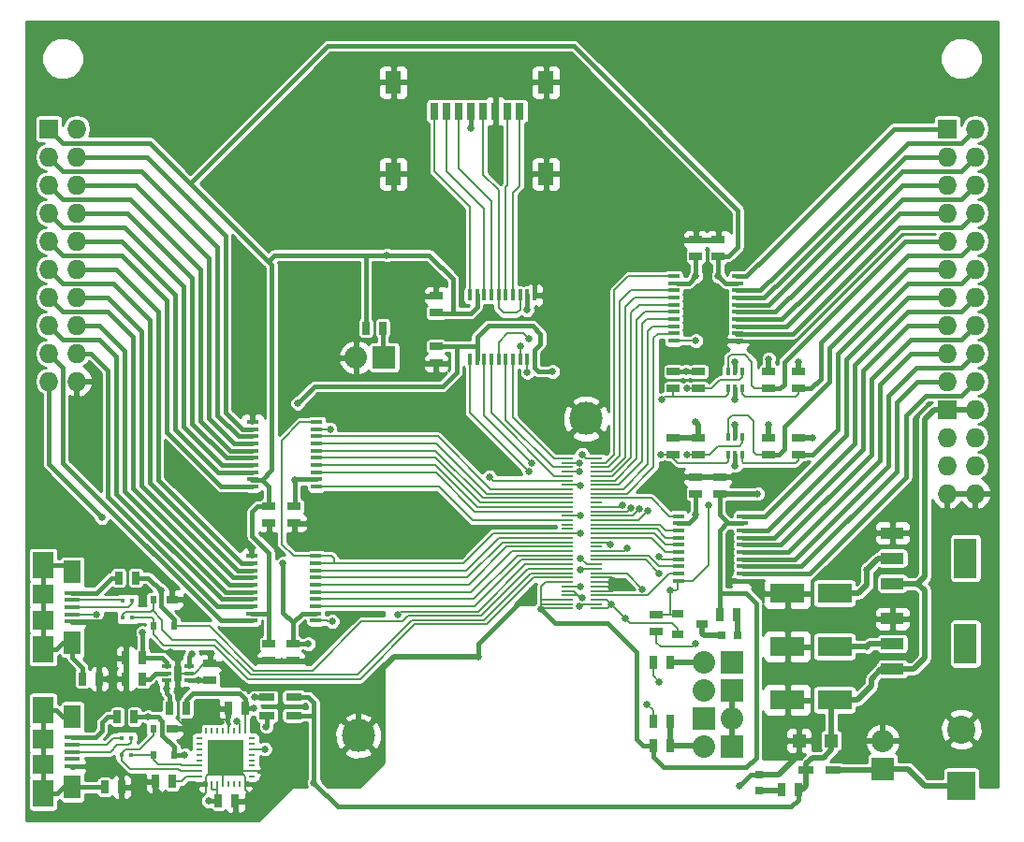
<source format=gbr>
G04 #@! TF.FileFunction,Copper,L1,Top,Signal*
%FSLAX46Y46*%
G04 Gerber Fmt 4.6, Leading zero omitted, Abs format (unit mm)*
G04 Created by KiCad (PCBNEW (2015-01-17 BZR 5377)-product) date vie 17 abr 2015 16:14:53 ART*
%MOMM*%
G01*
G04 APERTURE LIST*
%ADD10C,0.100000*%
%ADD11R,2.032000X2.032000*%
%ADD12O,2.032000X2.032000*%
%ADD13R,1.143000X0.635000*%
%ADD14R,0.635000X1.143000*%
%ADD15R,3.149600X1.800860*%
%ADD16R,0.797560X0.797560*%
%ADD17R,1.348740X0.650240*%
%ADD18R,1.450000X2.000000*%
%ADD19R,0.800000X1.500000*%
%ADD20R,1.727200X1.727200*%
%ADD21O,1.727200X1.727200*%
%ADD22R,1.000760X0.800100*%
%ADD23R,0.398780X0.797560*%
%ADD24R,0.450000X0.450000*%
%ADD25C,3.000000*%
%ADD26R,1.137920X0.198120*%
%ADD27R,0.899160X0.449580*%
%ADD28R,0.800000X1.400000*%
%ADD29R,0.599440X0.701040*%
%ADD30R,1.000760X0.701040*%
%ADD31R,0.248920X0.599440*%
%ADD32R,0.599440X0.248920*%
%ADD33R,3.299460X3.299460*%
%ADD34R,2.032000X3.657600*%
%ADD35R,2.032000X1.016000*%
%ADD36R,1.198880X1.198880*%
%ADD37R,1.348740X0.398780*%
%ADD38R,1.501140X2.100580*%
%ADD39R,1.899920X2.400300*%
%ADD40R,1.899920X1.800860*%
%ADD41R,2.540000X2.540000*%
%ADD42C,2.540000*%
%ADD43R,1.000000X0.400000*%
%ADD44R,0.400000X1.000000*%
%ADD45C,0.635000*%
%ADD46C,0.200000*%
%ADD47C,0.400000*%
%ADD48C,0.500000*%
%ADD49C,0.254000*%
G04 APERTURE END LIST*
D10*
D11*
X83375500Y-84391500D03*
D12*
X85915500Y-84391500D03*
D13*
X82677000Y-42545000D03*
X82677000Y-41021000D03*
X84709000Y-42545000D03*
X84709000Y-41021000D03*
X82677000Y-64008000D03*
X82677000Y-62484000D03*
X84836000Y-64008000D03*
X84836000Y-62484000D03*
X46228000Y-77597000D03*
X46228000Y-79121000D03*
X44069000Y-77597000D03*
X44069000Y-79121000D03*
X46355000Y-65151000D03*
X46355000Y-66675000D03*
X44069000Y-65151000D03*
X44069000Y-66675000D03*
D14*
X32639000Y-78867000D03*
X31115000Y-78867000D03*
X41910000Y-83439000D03*
X40386000Y-83439000D03*
X39497000Y-91821000D03*
X41021000Y-91821000D03*
X35306000Y-90043000D03*
X33782000Y-90043000D03*
D13*
X59182000Y-47625000D03*
X59182000Y-46101000D03*
X59182000Y-50673000D03*
X59182000Y-52197000D03*
D15*
X90965020Y-82677000D03*
X95216980Y-82677000D03*
X90965020Y-73025000D03*
X95216980Y-73025000D03*
X90965020Y-77851000D03*
X95216980Y-77851000D03*
D16*
X86474300Y-76835000D03*
X84975700Y-76835000D03*
D17*
X43886120Y-82423000D03*
X46283880Y-82423000D03*
X43886120Y-84074000D03*
X46283880Y-84074000D03*
X95051880Y-89027000D03*
X92654120Y-89027000D03*
D16*
X88392000Y-90919300D03*
X88392000Y-89420700D03*
D14*
X32004000Y-71628000D03*
X30480000Y-71628000D03*
X28702000Y-80772000D03*
X27178000Y-80772000D03*
X31877000Y-84201000D03*
X30353000Y-84201000D03*
X30734000Y-90551000D03*
X29210000Y-90551000D03*
D18*
X69130000Y-26787200D03*
X55330000Y-26787200D03*
X69130000Y-35087200D03*
X55330000Y-35087200D03*
D19*
X66730000Y-29387200D03*
X65630000Y-29387200D03*
X64530000Y-29387200D03*
X63430000Y-29387200D03*
X62330000Y-29387200D03*
X61230000Y-29387200D03*
X60130000Y-29387200D03*
X59030000Y-29387200D03*
D11*
X54483000Y-51689000D03*
D12*
X51943000Y-51689000D03*
D20*
X24130000Y-30988000D03*
D21*
X26670000Y-30988000D03*
X24130000Y-33528000D03*
X26670000Y-33528000D03*
X24130000Y-36068000D03*
X26670000Y-36068000D03*
X24130000Y-38608000D03*
X26670000Y-38608000D03*
X24130000Y-41148000D03*
X26670000Y-41148000D03*
X24130000Y-43688000D03*
X26670000Y-43688000D03*
X24130000Y-46228000D03*
X26670000Y-46228000D03*
X24130000Y-48768000D03*
X26670000Y-48768000D03*
X24130000Y-51308000D03*
X26670000Y-51308000D03*
X24130000Y-53848000D03*
X26670000Y-53848000D03*
D20*
X105410000Y-30988000D03*
D21*
X107950000Y-30988000D03*
X105410000Y-33528000D03*
X107950000Y-33528000D03*
X105410000Y-36068000D03*
X107950000Y-36068000D03*
X105410000Y-38608000D03*
X107950000Y-38608000D03*
X105410000Y-41148000D03*
X107950000Y-41148000D03*
X105410000Y-43688000D03*
X107950000Y-43688000D03*
X105410000Y-46228000D03*
X107950000Y-46228000D03*
X105410000Y-48768000D03*
X107950000Y-48768000D03*
X105410000Y-51308000D03*
X107950000Y-51308000D03*
X105410000Y-53848000D03*
X107950000Y-53848000D03*
D22*
X83268820Y-75819000D03*
X81069180Y-76771500D03*
X81069180Y-74866500D03*
D23*
X86880700Y-58892440D03*
X86233000Y-58892440D03*
X85585300Y-58892440D03*
X85585300Y-60487560D03*
X86233000Y-60487560D03*
X86880700Y-60487560D03*
X86880700Y-52923440D03*
X86233000Y-52923440D03*
X85585300Y-52923440D03*
X85585300Y-54518560D03*
X86233000Y-54518560D03*
X86880700Y-54518560D03*
D14*
X80327500Y-86804500D03*
X78803500Y-86804500D03*
X80327500Y-84645500D03*
X78803500Y-84645500D03*
X86360000Y-74930000D03*
X84836000Y-74930000D03*
D13*
X79121000Y-74930000D03*
X79121000Y-76454000D03*
D14*
X78803500Y-79311500D03*
X80327500Y-79311500D03*
D13*
X82931000Y-58928000D03*
X82931000Y-60452000D03*
X89281000Y-60452000D03*
X89281000Y-58928000D03*
X91948000Y-60452000D03*
X91948000Y-58928000D03*
X80645000Y-58928000D03*
X80645000Y-60452000D03*
X82931000Y-52959000D03*
X82931000Y-54483000D03*
X89281000Y-54483000D03*
X89281000Y-52959000D03*
X91948000Y-54483000D03*
X91948000Y-52959000D03*
X80645000Y-52959000D03*
X80645000Y-54483000D03*
D14*
X36576000Y-83439000D03*
X35052000Y-83439000D03*
D13*
X38735000Y-80899000D03*
X38735000Y-79375000D03*
D14*
X32639000Y-80772000D03*
X31115000Y-80772000D03*
X52832000Y-49022000D03*
X54356000Y-49022000D03*
X91948000Y-90805000D03*
X90424000Y-90805000D03*
D11*
X85915500Y-86931500D03*
D12*
X83375500Y-86931500D03*
D11*
X85915500Y-81851500D03*
D12*
X83375500Y-81851500D03*
D11*
X85915500Y-79311500D03*
D12*
X83375500Y-79311500D03*
D24*
X30861000Y-73660000D03*
X30861000Y-75260000D03*
X31711000Y-75260000D03*
X31711000Y-73660000D03*
X30734000Y-86106000D03*
X30734000Y-87706000D03*
X31584000Y-87706000D03*
X31584000Y-86106000D03*
D25*
X72733500Y-57225500D03*
D26*
X73671760Y-60815920D03*
X71035240Y-60815920D03*
X73671760Y-61217240D03*
X71035240Y-61217240D03*
X73671760Y-61616020D03*
X71035240Y-61616020D03*
X73671760Y-62017340D03*
X71035240Y-62017340D03*
X73671760Y-62416120D03*
X71035240Y-62416120D03*
X73671760Y-62817440D03*
X71035240Y-62817440D03*
X73671760Y-63216220D03*
X71035240Y-63216220D03*
X73671760Y-63617540D03*
X71035240Y-63617540D03*
X73671760Y-64016320D03*
X71035240Y-64016320D03*
X73671760Y-64417640D03*
X71035240Y-64417640D03*
X73671760Y-64816420D03*
X71035240Y-64816420D03*
X73671760Y-65217740D03*
X71035240Y-65217740D03*
X73671760Y-65616520D03*
X71035240Y-65616520D03*
X73671760Y-66017840D03*
X71035240Y-66017840D03*
X73671760Y-66416620D03*
X71035240Y-66416620D03*
X73671760Y-66817940D03*
X71035240Y-66817940D03*
X73671760Y-67216720D03*
X71035240Y-67216720D03*
X73671760Y-67615500D03*
X71035240Y-67615500D03*
X73671760Y-68014280D03*
X71035240Y-68014280D03*
X73671760Y-68413060D03*
X71035240Y-68413060D03*
X73671760Y-68814380D03*
X71035240Y-68814380D03*
X73671760Y-69213160D03*
X71035240Y-69213160D03*
X73671760Y-69614480D03*
X71035240Y-69614480D03*
X73671760Y-70013260D03*
X71035240Y-70013260D03*
X73671760Y-70414580D03*
X71035240Y-70414580D03*
X73671760Y-70813360D03*
X71035240Y-70813360D03*
X73671760Y-71214680D03*
X71035240Y-71214680D03*
X73671760Y-71613460D03*
X71035240Y-71613460D03*
X73671760Y-72014780D03*
X71035240Y-72014780D03*
X73671760Y-72413560D03*
X71035240Y-72413560D03*
X73671760Y-72814880D03*
X71035240Y-72814880D03*
X73671760Y-73213660D03*
X71035240Y-73213660D03*
X73671760Y-73614980D03*
X71035240Y-73614980D03*
X73671760Y-74013760D03*
X71035240Y-74013760D03*
X73671760Y-74415080D03*
X71035240Y-74415080D03*
D25*
X52133500Y-85915500D03*
D27*
X36798000Y-80279000D03*
X34798000Y-80279000D03*
X36798000Y-80929000D03*
X34798000Y-80929000D03*
X34798000Y-79629000D03*
X36798000Y-79629000D03*
D28*
X35798000Y-80279000D03*
D29*
X35493960Y-76004420D03*
X33594040Y-76004420D03*
X33594040Y-73604120D03*
D30*
X35293300Y-73604120D03*
D31*
X41879520Y-85486240D03*
X41379140Y-85486240D03*
X40878760Y-85486240D03*
X40378380Y-85486240D03*
X39880540Y-85486240D03*
X39380160Y-85486240D03*
X38879780Y-85486240D03*
X38379400Y-85486240D03*
D32*
X37729160Y-88132920D03*
X37729160Y-88630760D03*
X37729160Y-89131140D03*
X37729160Y-89631520D03*
D33*
X40132000Y-87884000D03*
D32*
X37729160Y-86133940D03*
X37729160Y-86634320D03*
X37729160Y-87134700D03*
X37729160Y-87632540D03*
D31*
X38384480Y-90281760D03*
X38884860Y-90284300D03*
X39382700Y-90284300D03*
X39883080Y-90284300D03*
X40383460Y-90284300D03*
X40883840Y-90284300D03*
X41384220Y-90284300D03*
X41884600Y-90284300D03*
D32*
X42532300Y-89634060D03*
X42532300Y-89133680D03*
X42532300Y-88633300D03*
X42532300Y-88135460D03*
X42532300Y-87635080D03*
X42532300Y-87134700D03*
X42532300Y-86634320D03*
X42532300Y-86133940D03*
D29*
X35493960Y-87688420D03*
X33594040Y-87688420D03*
X33594040Y-85288120D03*
D30*
X35293300Y-85288120D03*
D34*
X107061000Y-69850000D03*
D35*
X100457000Y-69850000D03*
X100457000Y-72136000D03*
X100457000Y-67564000D03*
D34*
X107061000Y-77597000D03*
D35*
X100457000Y-77597000D03*
X100457000Y-79883000D03*
X100457000Y-75311000D03*
D36*
X94922340Y-86360000D03*
X92021660Y-86360000D03*
D37*
X26289000Y-74295000D03*
X26289000Y-73644760D03*
X26289000Y-74945240D03*
X26289000Y-72994520D03*
X26289000Y-75595480D03*
D38*
X26289000Y-71094600D03*
X26289000Y-77495400D03*
D39*
X23639780Y-70495160D03*
X23639780Y-78094840D03*
D40*
X23639780Y-73144380D03*
X23639780Y-75445620D03*
D37*
X26289000Y-87376000D03*
X26289000Y-86725760D03*
X26289000Y-88026240D03*
X26289000Y-86075520D03*
X26289000Y-88676480D03*
D38*
X26289000Y-84175600D03*
X26289000Y-90576400D03*
D39*
X23639780Y-83576160D03*
X23639780Y-91175840D03*
D40*
X23639780Y-86225380D03*
X23639780Y-88526620D03*
D20*
X105410000Y-56388000D03*
D21*
X107950000Y-56388000D03*
X105410000Y-58928000D03*
X107950000Y-58928000D03*
X105410000Y-61468000D03*
X107950000Y-61468000D03*
X105410000Y-64008000D03*
X107950000Y-64008000D03*
D41*
X106680000Y-90424000D03*
D42*
X106680000Y-85344000D03*
D11*
X99568000Y-88900000D03*
D12*
X99568000Y-86360000D03*
D43*
X80666000Y-44319000D03*
X80666000Y-44969000D03*
X80666000Y-45619000D03*
X80666000Y-46269000D03*
X80666000Y-46919000D03*
X80666000Y-47569000D03*
X80666000Y-48219000D03*
X80666000Y-48869000D03*
X80666000Y-49519000D03*
X80666000Y-50169000D03*
X86466000Y-50169000D03*
X86466000Y-49519000D03*
X86466000Y-48869000D03*
X86466000Y-48219000D03*
X86466000Y-47569000D03*
X86466000Y-46919000D03*
X86466000Y-46269000D03*
X86466000Y-45619000D03*
X86466000Y-44969000D03*
X86466000Y-44319000D03*
X81110500Y-66036000D03*
X81110500Y-66686000D03*
X81110500Y-67336000D03*
X81110500Y-67986000D03*
X81110500Y-68636000D03*
X81110500Y-69286000D03*
X81110500Y-69936000D03*
X81110500Y-70586000D03*
X81110500Y-71236000D03*
X81110500Y-71886000D03*
X86910500Y-71886000D03*
X86910500Y-71236000D03*
X86910500Y-70586000D03*
X86910500Y-69936000D03*
X86910500Y-69286000D03*
X86910500Y-68636000D03*
X86910500Y-67986000D03*
X86910500Y-67336000D03*
X86910500Y-66686000D03*
X86910500Y-66036000D03*
X48302500Y-75505500D03*
X48302500Y-74855500D03*
X48302500Y-74205500D03*
X48302500Y-73555500D03*
X48302500Y-72905500D03*
X48302500Y-72255500D03*
X48302500Y-71605500D03*
X48302500Y-70955500D03*
X48302500Y-70305500D03*
X48302500Y-69655500D03*
X42502500Y-69655500D03*
X42502500Y-70305500D03*
X42502500Y-70955500D03*
X42502500Y-71605500D03*
X42502500Y-72255500D03*
X42502500Y-72905500D03*
X42502500Y-73555500D03*
X42502500Y-74205500D03*
X42502500Y-74855500D03*
X42502500Y-75505500D03*
X48366000Y-63377000D03*
X48366000Y-62727000D03*
X48366000Y-62077000D03*
X48366000Y-61427000D03*
X48366000Y-60777000D03*
X48366000Y-60127000D03*
X48366000Y-59477000D03*
X48366000Y-58827000D03*
X48366000Y-58177000D03*
X48366000Y-57527000D03*
X42566000Y-57527000D03*
X42566000Y-58177000D03*
X42566000Y-58827000D03*
X42566000Y-59477000D03*
X42566000Y-60127000D03*
X42566000Y-60777000D03*
X42566000Y-61427000D03*
X42566000Y-62077000D03*
X42566000Y-62727000D03*
X42566000Y-63377000D03*
D44*
X62226000Y-51845800D03*
X62876000Y-51845800D03*
X63526000Y-51845800D03*
X64176000Y-51845800D03*
X64826000Y-51845800D03*
X65476000Y-51845800D03*
X66126000Y-51845800D03*
X66776000Y-51845800D03*
X67426000Y-51845800D03*
X68076000Y-51845800D03*
X68076000Y-46045800D03*
X67426000Y-46045800D03*
X66776000Y-46045800D03*
X66126000Y-46045800D03*
X65476000Y-46045800D03*
X64826000Y-46045800D03*
X64176000Y-46045800D03*
X63526000Y-46045800D03*
X62876000Y-46045800D03*
X62226000Y-46045800D03*
D45*
X79375000Y-71247000D03*
X42418000Y-68961000D03*
X75311000Y-71882000D03*
X67818000Y-72771000D03*
X86614000Y-90424000D03*
X44069000Y-67818000D03*
X29464000Y-80772000D03*
X38862000Y-84201000D03*
X40132000Y-87884000D03*
X87630000Y-62738000D03*
X75057000Y-74041000D03*
X35179000Y-78359000D03*
X30734000Y-77343000D03*
X42291000Y-77597000D03*
X36957000Y-74168000D03*
X62992000Y-78740000D03*
X46355000Y-67945000D03*
X45085000Y-81661000D03*
X43942000Y-89662000D03*
X42545000Y-91440000D03*
X36068000Y-91567000D03*
X76708000Y-72517000D03*
X76327000Y-75311000D03*
X75311000Y-72517000D03*
X36576000Y-85217000D03*
X83947000Y-49149000D03*
X42545000Y-56642000D03*
X84709000Y-44323000D03*
X68707000Y-74422000D03*
X91948000Y-52070000D03*
X89281000Y-51816000D03*
X93218000Y-58928000D03*
X89281000Y-57785000D03*
X98171000Y-70866000D03*
X88265000Y-64008000D03*
X54737000Y-42418000D03*
X62357000Y-30937200D03*
X46659800Y-55829200D03*
X82677000Y-65913000D03*
X82677000Y-44323000D03*
X86233000Y-61468000D03*
X86233000Y-57785000D03*
X82677000Y-77597000D03*
X86233000Y-55499000D03*
X86233000Y-52070000D03*
X81788000Y-52959000D03*
X82677000Y-57531000D03*
X98171000Y-77851000D03*
X42672000Y-83439000D03*
X47625000Y-77597000D03*
X69723000Y-52959000D03*
X46405800Y-62763400D03*
X28956000Y-66167000D03*
X45339000Y-70307200D03*
X72390000Y-73406000D03*
X72263000Y-72390000D03*
X42799000Y-82423000D03*
X34290000Y-72771000D03*
X32639000Y-76581000D03*
X36449000Y-87630000D03*
X38608000Y-91821000D03*
X43815000Y-85090000D03*
X33147000Y-84201000D03*
X37084000Y-78486000D03*
X48133000Y-90170000D03*
X49784000Y-75565000D03*
X55753000Y-74930000D03*
X43688000Y-87122000D03*
X79375000Y-69723000D03*
X76454000Y-68961000D03*
X41148000Y-84582000D03*
X49580800Y-58166000D03*
X64008000Y-62484000D03*
X67437000Y-53035200D03*
X72136000Y-74168000D03*
X28448000Y-74930000D03*
X83820000Y-65024000D03*
X80391000Y-72771000D03*
X72263000Y-67564000D03*
X82677000Y-50165000D03*
X81915000Y-60452000D03*
X78359000Y-65532000D03*
X77597000Y-65405000D03*
X79502000Y-60452000D03*
X81915000Y-54483000D03*
X76835000Y-65278000D03*
X76073000Y-65024000D03*
X79629000Y-55499000D03*
X78232000Y-83058000D03*
X77851000Y-72644000D03*
X72390000Y-60452000D03*
X79375000Y-81026000D03*
X34798000Y-81661000D03*
X72263000Y-70866000D03*
X37719000Y-80899000D03*
X72263000Y-69850000D03*
X74930000Y-68580000D03*
X67818000Y-61214000D03*
X72136000Y-61214000D03*
X67564000Y-61976000D03*
X72136000Y-61976000D03*
X72263000Y-63246000D03*
X67564000Y-50012600D03*
X72237600Y-66014600D03*
X66776600Y-50673000D03*
X67386200Y-47371000D03*
D46*
X73671760Y-70013260D02*
X78141260Y-70013260D01*
X78141260Y-70013260D02*
X79375000Y-71247000D01*
D47*
X42481500Y-69024500D02*
X42481500Y-69659500D01*
X42481500Y-69024500D02*
X42418000Y-68961000D01*
X62992000Y-77597000D02*
X62992000Y-78740000D01*
X67818000Y-72771000D02*
X62992000Y-77597000D01*
X26289000Y-88676480D02*
X27178000Y-88676480D01*
X27178000Y-88676480D02*
X29748480Y-88676480D01*
X30734000Y-89662000D02*
X30734000Y-90551000D01*
X29748480Y-88676480D02*
X30734000Y-89662000D01*
X26289000Y-75595480D02*
X27178000Y-75595480D01*
X27178000Y-75595480D02*
X28986480Y-75595480D01*
X28986480Y-75595480D02*
X30734000Y-77343000D01*
D48*
X52133500Y-85915500D02*
X52133500Y-81978500D01*
X52133500Y-81978500D02*
X55372000Y-78740000D01*
X55372000Y-78740000D02*
X62992000Y-78740000D01*
D47*
X87617300Y-89420700D02*
X88392000Y-89420700D01*
X87617300Y-89420700D02*
X86614000Y-90424000D01*
D46*
X73671760Y-74415080D02*
X74682920Y-74415080D01*
X74630980Y-73614980D02*
X75057000Y-74041000D01*
X74630980Y-73614980D02*
X73671760Y-73614980D01*
X74682920Y-74415080D02*
X75057000Y-74041000D01*
X75311000Y-72644000D02*
X75311000Y-72517000D01*
X75311000Y-72517000D02*
X75311000Y-71882000D01*
X73671760Y-72413560D02*
X75080560Y-72413560D01*
X75080560Y-72413560D02*
X75311000Y-72644000D01*
X73671760Y-72014780D02*
X75178220Y-72014780D01*
X75178220Y-72014780D02*
X75311000Y-71882000D01*
X75042460Y-71613460D02*
X75311000Y-71882000D01*
X75140120Y-72814880D02*
X75311000Y-72644000D01*
X75140120Y-72814880D02*
X73671760Y-72814880D01*
D47*
X44069000Y-66675000D02*
X44069000Y-67818000D01*
X31115000Y-80772000D02*
X29464000Y-80772000D01*
X30734000Y-77343000D02*
X31115000Y-77724000D01*
X31115000Y-77724000D02*
X31115000Y-78867000D01*
D46*
X40378380Y-83446620D02*
X40386000Y-83439000D01*
X40378380Y-84455000D02*
X40378380Y-83446620D01*
X40378380Y-85486240D02*
X40378380Y-84455000D01*
X39116000Y-84455000D02*
X38862000Y-84201000D01*
X40378380Y-84455000D02*
X39116000Y-84455000D01*
X39883080Y-88132920D02*
X40132000Y-87884000D01*
X39883080Y-90284300D02*
X39883080Y-88132920D01*
X38384480Y-89631520D02*
X40132000Y-87884000D01*
X38384480Y-90281760D02*
X38384480Y-89631520D01*
X41884600Y-89636600D02*
X40132000Y-87884000D01*
X41884600Y-90284300D02*
X41884600Y-89636600D01*
X41381680Y-89133680D02*
X40132000Y-87884000D01*
X42532300Y-89133680D02*
X41381680Y-89133680D01*
D47*
X87503000Y-71882000D02*
X88646000Y-73025000D01*
X88646000Y-73025000D02*
X90965020Y-73025000D01*
X86360000Y-71882000D02*
X87503000Y-71882000D01*
D46*
X87376000Y-62484000D02*
X87630000Y-62738000D01*
D47*
X84836000Y-62484000D02*
X87376000Y-62484000D01*
D46*
X76327000Y-75311000D02*
X75057000Y-74041000D01*
X76708000Y-75692000D02*
X76327000Y-75311000D01*
X80518000Y-75692000D02*
X76708000Y-75692000D01*
X81069180Y-76243180D02*
X80518000Y-75692000D01*
X81069180Y-76771500D02*
X81069180Y-76243180D01*
D47*
X35798000Y-78978000D02*
X35179000Y-78359000D01*
X35798000Y-80279000D02*
X35798000Y-78978000D01*
D46*
X36798000Y-80279000D02*
X35798000Y-80279000D01*
X38227000Y-79375000D02*
X38735000Y-79375000D01*
X37323000Y-80279000D02*
X38227000Y-79375000D01*
X36798000Y-80279000D02*
X37323000Y-80279000D01*
D48*
X42291000Y-78359000D02*
X43053000Y-79121000D01*
X42291000Y-77597000D02*
X42291000Y-78359000D01*
X43053000Y-79121000D02*
X44069000Y-79121000D01*
X36393120Y-73604120D02*
X36957000Y-74168000D01*
X35293300Y-73604120D02*
X36393120Y-73604120D01*
D46*
X75042460Y-71613460D02*
X75311000Y-71882000D01*
X73671760Y-71613460D02*
X75042460Y-71613460D01*
D47*
X46355000Y-66675000D02*
X46355000Y-67945000D01*
X39497000Y-79375000D02*
X41783000Y-81661000D01*
X41783000Y-81661000D02*
X45085000Y-81661000D01*
X38735000Y-79375000D02*
X39497000Y-79375000D01*
D46*
X43413680Y-89133680D02*
X43942000Y-89662000D01*
X42532300Y-89133680D02*
X43413680Y-89133680D01*
X41884600Y-90779600D02*
X42545000Y-91440000D01*
X42164000Y-91821000D02*
X41021000Y-91821000D01*
X42164000Y-91821000D02*
X42545000Y-91440000D01*
X41884600Y-90284300D02*
X41884600Y-90779600D01*
X38384480Y-90281760D02*
X38384480Y-90520520D01*
X38384480Y-91028520D02*
X37846000Y-91567000D01*
X37846000Y-91567000D02*
X37338000Y-91567000D01*
D47*
X33782000Y-90678000D02*
X34671000Y-91567000D01*
X34671000Y-91567000D02*
X36068000Y-91567000D01*
X33782000Y-90678000D02*
X33782000Y-90043000D01*
D46*
X37338000Y-91567000D02*
X36068000Y-91567000D01*
X38384480Y-90281760D02*
X38384480Y-91028520D01*
X75311000Y-72517000D02*
X76708000Y-72517000D01*
X35798000Y-84439000D02*
X36576000Y-85217000D01*
D47*
X36504880Y-85288120D02*
X35293300Y-85288120D01*
X36504880Y-85288120D02*
X36576000Y-85217000D01*
D46*
X35798000Y-80279000D02*
X35798000Y-84439000D01*
D48*
X92021660Y-87556340D02*
X92021660Y-86360000D01*
X90157300Y-89420700D02*
X92021660Y-87556340D01*
X88392000Y-89420700D02*
X90157300Y-89420700D01*
D47*
X84963000Y-50165000D02*
X83947000Y-49149000D01*
X86360000Y-50165000D02*
X84963000Y-50165000D01*
X42545000Y-57531000D02*
X42545000Y-56642000D01*
X54737000Y-42418000D02*
X58547000Y-42418000D01*
X60706000Y-44577000D02*
X60706000Y-47669450D01*
X58547000Y-42418000D02*
X60706000Y-44577000D01*
X62337950Y-47669450D02*
X60706000Y-47669450D01*
X60706000Y-47669450D02*
X59226450Y-47669450D01*
X59226450Y-47669450D02*
X59182000Y-47625000D01*
X42481500Y-74866500D02*
X44069000Y-74866500D01*
X44069000Y-74866500D02*
X44069000Y-74803000D01*
X44069000Y-74803000D02*
X44069000Y-69342000D01*
X44069000Y-69342000D02*
X42545000Y-67818000D01*
X43434000Y-62738000D02*
X42545000Y-62738000D01*
X44069000Y-63373000D02*
X43434000Y-62738000D01*
X84836000Y-64008000D02*
X84836000Y-65913000D01*
X84836000Y-65913000D02*
X85534500Y-66611500D01*
X85534500Y-66611500D02*
X85598000Y-66675000D01*
X84836000Y-67310000D02*
X85534500Y-66611500D01*
X42545000Y-67818000D02*
X42545000Y-65659000D01*
X84709000Y-44323000D02*
X84709000Y-42545000D01*
X85344000Y-44958000D02*
X84709000Y-44323000D01*
X86360000Y-44958000D02*
X85344000Y-44958000D01*
X42545000Y-65659000D02*
X43053000Y-65151000D01*
D46*
X71035240Y-74013760D02*
X68707000Y-74013760D01*
X68707000Y-74013760D02*
X68707000Y-74041000D01*
D47*
X70385240Y-75692000D02*
X69977000Y-75692000D01*
X78803500Y-86804500D02*
X77914500Y-86804500D01*
X74676000Y-75692000D02*
X70385240Y-75692000D01*
X77343000Y-78359000D02*
X74676000Y-75692000D01*
X77343000Y-86233000D02*
X77343000Y-78359000D01*
X77914500Y-86804500D02*
X77343000Y-86233000D01*
X69977000Y-75692000D02*
X68707000Y-74422000D01*
D46*
X68707000Y-74449240D02*
X68707000Y-74422000D01*
D47*
X44069000Y-77597000D02*
X44069000Y-74803000D01*
X43053000Y-65151000D02*
X44069000Y-65151000D01*
D48*
X91948000Y-52959000D02*
X91948000Y-52070000D01*
X89281000Y-51816000D02*
X89281000Y-52959000D01*
X91948000Y-58928000D02*
X93218000Y-58928000D01*
X89281000Y-58928000D02*
X89281000Y-57785000D01*
X84836000Y-64008000D02*
X88265000Y-64008000D01*
X95216980Y-73025000D02*
X97409000Y-73025000D01*
X97409000Y-73025000D02*
X98171000Y-72263000D01*
X98171000Y-72263000D02*
X98171000Y-70866000D01*
X99187000Y-69850000D02*
X100457000Y-69850000D01*
X98171000Y-70866000D02*
X99187000Y-69850000D01*
D47*
X44069000Y-65151000D02*
X44069000Y-63373000D01*
D46*
X71035240Y-73614980D02*
X68707000Y-73614980D01*
X68707000Y-73614980D02*
X68707000Y-73533000D01*
X71035240Y-74415080D02*
X68954080Y-74415080D01*
X69082220Y-72014780D02*
X71035240Y-72014780D01*
X68707000Y-72390000D02*
X69082220Y-72014780D01*
X68707000Y-74576240D02*
X68707000Y-74449240D01*
X68707000Y-74449240D02*
X68707000Y-74041000D01*
X68707000Y-74041000D02*
X68707000Y-73533000D01*
X68707000Y-73533000D02*
X68707000Y-72390000D01*
X68954080Y-74415080D02*
X68707000Y-74576240D01*
D47*
X84836000Y-73025000D02*
X84836000Y-67310000D01*
X84836000Y-74930000D02*
X84836000Y-73025000D01*
X78803500Y-87820500D02*
X79756000Y-88773000D01*
X79756000Y-88773000D02*
X87249000Y-88773000D01*
X87249000Y-88773000D02*
X88138000Y-87884000D01*
X88138000Y-87884000D02*
X88138000Y-73914000D01*
X88138000Y-73914000D02*
X87249000Y-73025000D01*
X87249000Y-73025000D02*
X84836000Y-73025000D01*
X78803500Y-86804500D02*
X78803500Y-87820500D01*
X85598000Y-42545000D02*
X86487000Y-41656000D01*
X86487000Y-41656000D02*
X86487000Y-38354000D01*
X86487000Y-38354000D02*
X71628000Y-23495000D01*
X84709000Y-42545000D02*
X85598000Y-42545000D01*
X44323000Y-43307000D02*
X44323000Y-61849000D01*
X44323000Y-61849000D02*
X43434000Y-62738000D01*
X44069000Y-43053000D02*
X44323000Y-43307000D01*
X36957000Y-35941000D02*
X44069000Y-43053000D01*
X71628000Y-23495000D02*
X49403000Y-23495000D01*
X49403000Y-23495000D02*
X36957000Y-35941000D01*
X25400000Y-32258000D02*
X24130000Y-30988000D01*
X26670000Y-32258000D02*
X33274000Y-32258000D01*
X36957000Y-35941000D02*
X33274000Y-32258000D01*
X26670000Y-32258000D02*
X25400000Y-32258000D01*
X62876000Y-47131400D02*
X62337950Y-47669450D01*
X62337950Y-47669450D02*
X62331600Y-47675800D01*
X62876000Y-46045800D02*
X62876000Y-47131400D01*
X44005500Y-42989500D02*
X44069000Y-43053000D01*
X44577000Y-42418000D02*
X44005500Y-42989500D01*
X52781200Y-42418000D02*
X44577000Y-42418000D01*
X54737000Y-42418000D02*
X52781200Y-42418000D01*
X52832000Y-42418000D02*
X52781200Y-42468800D01*
X52781200Y-42468800D02*
X52781200Y-42418000D01*
X52832000Y-49022000D02*
X52832000Y-42418000D01*
X62330000Y-30910200D02*
X62357000Y-30937200D01*
X62330000Y-29387200D02*
X62330000Y-30910200D01*
X85460000Y-66686000D02*
X85534500Y-66611500D01*
X86910500Y-66686000D02*
X85460000Y-66686000D01*
X57937400Y-54305200D02*
X59740800Y-54305200D01*
X48183800Y-54305200D02*
X46659800Y-55829200D01*
X57937400Y-54305200D02*
X48183800Y-54305200D01*
X61023500Y-53022500D02*
X61023500Y-50673000D01*
X59740800Y-54305200D02*
X61023500Y-53022500D01*
X62876000Y-50673000D02*
X62876000Y-49836500D01*
X68076000Y-50986500D02*
X68076000Y-51845800D01*
X68605400Y-49530000D02*
X67894200Y-48818800D01*
X68605400Y-50457100D02*
X68605400Y-49530000D01*
X68076000Y-50986500D02*
X68605400Y-50457100D01*
X63893700Y-48818800D02*
X67894200Y-48818800D01*
X62876000Y-49836500D02*
X63893700Y-48818800D01*
X59182000Y-50673000D02*
X61023500Y-50673000D01*
X61023500Y-50673000D02*
X62876000Y-50673000D01*
X62876000Y-50673000D02*
X62865000Y-50673000D01*
X62865000Y-50673000D02*
X62876000Y-50673000D01*
X81026000Y-66675000D02*
X82042000Y-66675000D01*
X82042000Y-66675000D02*
X82677000Y-66040000D01*
D48*
X82677000Y-65913000D02*
X82677000Y-66040000D01*
D47*
X81026000Y-44958000D02*
X82042000Y-44958000D01*
X82042000Y-44958000D02*
X82677000Y-44323000D01*
X86233000Y-60487560D02*
X86233000Y-61468000D01*
X86233000Y-58892440D02*
X86233000Y-57785000D01*
D46*
X79121000Y-76454000D02*
X79121000Y-77470000D01*
X82423000Y-77851000D02*
X82677000Y-77597000D01*
X79502000Y-77851000D02*
X82423000Y-77851000D01*
X79121000Y-77470000D02*
X79502000Y-77851000D01*
D47*
X86233000Y-54518560D02*
X86233000Y-55499000D01*
X86233000Y-52923440D02*
X86233000Y-52070000D01*
X81788000Y-52959000D02*
X82931000Y-52959000D01*
X81788000Y-52959000D02*
X80645000Y-52959000D01*
D48*
X82931000Y-58928000D02*
X80645000Y-58928000D01*
X82931000Y-57785000D02*
X82931000Y-58928000D01*
X82677000Y-57531000D02*
X82931000Y-57785000D01*
D47*
X41910000Y-83439000D02*
X41910000Y-82550000D01*
X36576000Y-82677000D02*
X36576000Y-83439000D01*
X37211000Y-82042000D02*
X36576000Y-82677000D01*
X41402000Y-82042000D02*
X37211000Y-82042000D01*
X41910000Y-82550000D02*
X41402000Y-82042000D01*
D46*
X41879520Y-85486240D02*
X41879520Y-83469480D01*
X41879520Y-83469480D02*
X41910000Y-83439000D01*
D48*
X95216980Y-77851000D02*
X98171000Y-77851000D01*
X98425000Y-77597000D02*
X100457000Y-77597000D01*
X98171000Y-77851000D02*
X98425000Y-77597000D01*
D47*
X82677000Y-44323000D02*
X82677000Y-42545000D01*
X82677000Y-66040000D02*
X82677000Y-64008000D01*
X47625000Y-77597000D02*
X46228000Y-77597000D01*
X41910000Y-83439000D02*
X42672000Y-83439000D01*
X69723000Y-52959000D02*
X68402200Y-52959000D01*
X68076000Y-52632800D02*
X68076000Y-51845800D01*
X68402200Y-52959000D02*
X68076000Y-52632800D01*
X62876000Y-51845800D02*
X62876000Y-50673000D01*
X46405800Y-62763400D02*
X46442200Y-62727000D01*
X46442200Y-62727000D02*
X48366000Y-62727000D01*
X24130000Y-61341000D02*
X28956000Y-66167000D01*
X24130000Y-53848000D02*
X24130000Y-61341000D01*
X46405800Y-65100200D02*
X46355000Y-65151000D01*
X46405800Y-62763400D02*
X46405800Y-65100200D01*
X46228000Y-75670000D02*
X46228000Y-77597000D01*
X47042500Y-74855500D02*
X46228000Y-75670000D01*
X48302500Y-74855500D02*
X47042500Y-74855500D01*
X45339000Y-74781000D02*
X46228000Y-75670000D01*
X45339000Y-70307200D02*
X45339000Y-74781000D01*
D46*
X71035240Y-73213660D02*
X72070660Y-73213660D01*
X72070660Y-73213660D02*
X72009000Y-73152000D01*
X71035240Y-72814880D02*
X71671880Y-72814880D01*
X72390000Y-73406000D02*
X72328340Y-73467660D01*
X72263000Y-73406000D02*
X72390000Y-73406000D01*
X71671880Y-72814880D02*
X72009000Y-73152000D01*
X72009000Y-73152000D02*
X72263000Y-73406000D01*
X72239440Y-72413560D02*
X72263000Y-72390000D01*
X72239440Y-72413560D02*
X71035240Y-72413560D01*
D47*
X32004000Y-71628000D02*
X33147000Y-71628000D01*
X33147000Y-71628000D02*
X34290000Y-72771000D01*
X43886120Y-82423000D02*
X42799000Y-82423000D01*
X32639000Y-78867000D02*
X32639000Y-76581000D01*
X34798000Y-79629000D02*
X34798000Y-79248000D01*
X34417000Y-78867000D02*
X32639000Y-78867000D01*
X34798000Y-79248000D02*
X34417000Y-78867000D01*
D46*
X71035240Y-70813360D02*
X67489640Y-70813360D01*
X38666420Y-76004420D02*
X35493960Y-76004420D01*
X42672000Y-80010000D02*
X38666420Y-76004420D01*
X48006000Y-80010000D02*
X42672000Y-80010000D01*
X52451000Y-75565000D02*
X48006000Y-80010000D01*
X56134000Y-75565000D02*
X52451000Y-75565000D01*
X56642000Y-75057000D02*
X56134000Y-75565000D01*
X63246000Y-75057000D02*
X56642000Y-75057000D01*
X67489640Y-70813360D02*
X63246000Y-75057000D01*
D47*
X35493960Y-75371960D02*
X35493960Y-76004420D01*
X34290000Y-72771000D02*
X34290000Y-74168000D01*
X34290000Y-74168000D02*
X35493960Y-75371960D01*
X39497000Y-91821000D02*
X38608000Y-91821000D01*
X36390580Y-87688420D02*
X35493960Y-87688420D01*
X36449000Y-87630000D02*
X36390580Y-87688420D01*
D46*
X38884860Y-90284300D02*
X38884860Y-90700860D01*
X38989000Y-90805000D02*
X39382700Y-90805000D01*
X38884860Y-90700860D02*
X38989000Y-90805000D01*
X39382700Y-90284300D02*
X39382700Y-90805000D01*
X39382700Y-90805000D02*
X39382700Y-91706700D01*
X39382700Y-91706700D02*
X39497000Y-91821000D01*
D47*
X31877000Y-84201000D02*
X33147000Y-84201000D01*
X33147000Y-84201000D02*
X34036000Y-84201000D01*
X34036000Y-84201000D02*
X34417000Y-84582000D01*
X34417000Y-84582000D02*
X34417000Y-85852000D01*
X34417000Y-85852000D02*
X35493960Y-86928960D01*
X35493960Y-86928960D02*
X35493960Y-87688420D01*
X43886120Y-85018880D02*
X43815000Y-85090000D01*
X43886120Y-84074000D02*
X43886120Y-85018880D01*
D46*
X35306000Y-90043000D02*
X36195000Y-90043000D01*
X36606480Y-89631520D02*
X37729160Y-89631520D01*
X36195000Y-90043000D02*
X36606480Y-89631520D01*
D48*
X105410000Y-56388000D02*
X107950000Y-56388000D01*
X102743000Y-72136000D02*
X103378000Y-71501000D01*
X103378000Y-71501000D02*
X103378000Y-57277000D01*
X103378000Y-57277000D02*
X104267000Y-56388000D01*
X104267000Y-56388000D02*
X105410000Y-56388000D01*
D47*
X36798000Y-79629000D02*
X36798000Y-78772000D01*
X36798000Y-78772000D02*
X37084000Y-78486000D01*
X46283880Y-84074000D02*
X48133000Y-84074000D01*
X48133000Y-84074000D02*
X48006000Y-84074000D01*
X48006000Y-84074000D02*
X48133000Y-84074000D01*
X46283880Y-82423000D02*
X47625000Y-82423000D01*
X91948000Y-91694000D02*
X91948000Y-90805000D01*
X91313000Y-92329000D02*
X91948000Y-91694000D01*
X87249000Y-92329000D02*
X91313000Y-92329000D01*
X87249000Y-92329000D02*
X87249000Y-92329000D01*
X50292000Y-92329000D02*
X87249000Y-92329000D01*
X48133000Y-90170000D02*
X50292000Y-92329000D01*
X48133000Y-82931000D02*
X48133000Y-84074000D01*
X48133000Y-84074000D02*
X48133000Y-90170000D01*
X47625000Y-82423000D02*
X48133000Y-82931000D01*
D48*
X94922340Y-86360000D02*
X94922340Y-82971640D01*
X94922340Y-82971640D02*
X95216980Y-82677000D01*
X94922340Y-86360000D02*
X94922340Y-87195660D01*
X92654120Y-88447880D02*
X92654120Y-89027000D01*
X93218000Y-87884000D02*
X92654120Y-88447880D01*
X94234000Y-87884000D02*
X93218000Y-87884000D01*
X94922340Y-87195660D02*
X94234000Y-87884000D01*
X92654120Y-89027000D02*
X92654120Y-90479880D01*
X92329000Y-90805000D02*
X91948000Y-90805000D01*
X92654120Y-90479880D02*
X92329000Y-90805000D01*
X100457000Y-79883000D02*
X102362000Y-79883000D01*
X102743000Y-72136000D02*
X100457000Y-72136000D01*
X103378000Y-72771000D02*
X102743000Y-72136000D01*
X103378000Y-78867000D02*
X103378000Y-72771000D01*
X102362000Y-79883000D02*
X103378000Y-78867000D01*
X95216980Y-82677000D02*
X97282000Y-82677000D01*
X98552000Y-80772000D02*
X99441000Y-79883000D01*
X98552000Y-81407000D02*
X98552000Y-80772000D01*
X97282000Y-82677000D02*
X98552000Y-81407000D01*
X99441000Y-79883000D02*
X100457000Y-79883000D01*
X86474300Y-76835000D02*
X86474300Y-75044300D01*
X86474300Y-75044300D02*
X86360000Y-74930000D01*
X83268820Y-75819000D02*
X83268820Y-76664820D01*
X83439000Y-76835000D02*
X84975700Y-76835000D01*
X83268820Y-76664820D02*
X83439000Y-76835000D01*
X88392000Y-90919300D02*
X90309700Y-90919300D01*
X90309700Y-90919300D02*
X90424000Y-90805000D01*
D47*
X26289000Y-72994520D02*
X27178000Y-72994520D01*
X28478480Y-72994520D02*
X29845000Y-71628000D01*
X29845000Y-71628000D02*
X30480000Y-71628000D01*
X27178000Y-72994520D02*
X28478480Y-72994520D01*
X23639780Y-73144380D02*
X23639780Y-70495160D01*
X23639780Y-75445620D02*
X23639780Y-73144380D01*
X23639780Y-78094840D02*
X23639780Y-75445620D01*
X23639780Y-78094840D02*
X24775160Y-78094840D01*
X25374600Y-77495400D02*
X26289000Y-77495400D01*
X24775160Y-78094840D02*
X25374600Y-77495400D01*
X27178000Y-80772000D02*
X27178000Y-79756000D01*
X26289000Y-78867000D02*
X26289000Y-77495400D01*
X27178000Y-79756000D02*
X26289000Y-78867000D01*
X24528780Y-70495160D02*
X26578560Y-70495160D01*
X26289000Y-86075520D02*
X27178000Y-86075520D01*
X28351480Y-86075520D02*
X28956000Y-85471000D01*
X28956000Y-85471000D02*
X28956000Y-84709000D01*
X28956000Y-84709000D02*
X29464000Y-84201000D01*
X29464000Y-84201000D02*
X30353000Y-84201000D01*
X27178000Y-86075520D02*
X28351480Y-86075520D01*
X23639780Y-83576160D02*
X24775160Y-83576160D01*
X25374600Y-84175600D02*
X26289000Y-84175600D01*
X24775160Y-83576160D02*
X25374600Y-84175600D01*
X23639780Y-86225380D02*
X23639780Y-83576160D01*
X23639780Y-88526620D02*
X23639780Y-86225380D01*
X23639780Y-91175840D02*
X23639780Y-88526620D01*
X26289000Y-90576400D02*
X25501600Y-90576400D01*
X24902160Y-91175840D02*
X23639780Y-91175840D01*
X25501600Y-90576400D02*
X24902160Y-91175840D01*
X27178000Y-90576400D02*
X29184600Y-90576400D01*
X29184600Y-90576400D02*
X29210000Y-90551000D01*
X26136600Y-90576400D02*
X27178000Y-90576400D01*
D46*
X49267300Y-75505500D02*
X49326800Y-75565000D01*
X49326800Y-75565000D02*
X49784000Y-75565000D01*
X48352500Y-75505500D02*
X49267300Y-75505500D01*
X56007000Y-74676000D02*
X55753000Y-74930000D01*
X67253420Y-70414580D02*
X67945000Y-70414580D01*
X62992000Y-74676000D02*
X56261000Y-74676000D01*
X67253420Y-70414580D02*
X62992000Y-74676000D01*
X56261000Y-74676000D02*
X56007000Y-74676000D01*
X67888420Y-70414580D02*
X67945000Y-70414580D01*
X67945000Y-70414580D02*
X71035240Y-70414580D01*
X42532300Y-87134700D02*
X43675300Y-87134700D01*
X43675300Y-87134700D02*
X43688000Y-87122000D01*
X79603600Y-69951600D02*
X79375000Y-69723000D01*
X79603600Y-69951600D02*
X81026000Y-69951600D01*
X73671760Y-69213160D02*
X76201840Y-69213160D01*
X76201840Y-69213160D02*
X76454000Y-68961000D01*
X41379140Y-84813140D02*
X41148000Y-84582000D01*
X41379140Y-84813140D02*
X41379140Y-85486240D01*
X48285400Y-58166000D02*
X49580800Y-58166000D01*
X71035240Y-62817440D02*
X64341440Y-62817440D01*
X64341440Y-62817440D02*
X64008000Y-62484000D01*
X67426000Y-53024200D02*
X67437000Y-53035200D01*
X67426000Y-51845800D02*
X67426000Y-53024200D01*
X26289000Y-74295000D02*
X27178000Y-74295000D01*
X31369000Y-74295000D02*
X31711000Y-73953000D01*
X27178000Y-74295000D02*
X31369000Y-74295000D01*
X31711000Y-73953000D02*
X31711000Y-73660000D01*
X26289000Y-73644760D02*
X27178000Y-73644760D01*
X27178000Y-73644760D02*
X30845760Y-73644760D01*
X30845760Y-73644760D02*
X30861000Y-73660000D01*
X73671760Y-74013760D02*
X72290240Y-74013760D01*
X72290240Y-74013760D02*
X72136000Y-74168000D01*
X72163240Y-74140760D02*
X72136000Y-74168000D01*
X28448000Y-74930000D02*
X28432760Y-74945240D01*
X28432760Y-74945240D02*
X27178000Y-74945240D01*
X27178000Y-74945240D02*
X26289000Y-74945240D01*
X27178000Y-74945240D02*
X27178000Y-74945240D01*
X26289000Y-87376000D02*
X27178000Y-87376000D01*
X29718000Y-87376000D02*
X30353000Y-86741000D01*
X30353000Y-86741000D02*
X31369000Y-86741000D01*
X31369000Y-86741000D02*
X31584000Y-86526000D01*
X31584000Y-86526000D02*
X31584000Y-86106000D01*
X27178000Y-87376000D02*
X29718000Y-87376000D01*
X26289000Y-86725760D02*
X27178000Y-86725760D01*
X29352240Y-86725760D02*
X29972000Y-86106000D01*
X29972000Y-86106000D02*
X30734000Y-86106000D01*
X27178000Y-86725760D02*
X29352240Y-86725760D01*
X66126000Y-36769400D02*
X66730000Y-36165400D01*
X66730000Y-36165400D02*
X66730000Y-29387200D01*
X66126000Y-46045800D02*
X66126000Y-36769400D01*
X65476000Y-36276400D02*
X65630000Y-36122400D01*
X65630000Y-36122400D02*
X65630000Y-29387200D01*
X65476000Y-46045800D02*
X65476000Y-36276400D01*
X64826000Y-36555800D02*
X63430000Y-35159800D01*
X63430000Y-35159800D02*
X63430000Y-29387200D01*
X64826000Y-46045800D02*
X64826000Y-36555800D01*
X64826000Y-47223800D02*
X65252600Y-47650400D01*
X65252600Y-47650400D02*
X66471800Y-47650400D01*
X66471800Y-47650400D02*
X66776000Y-47346200D01*
X66776000Y-47346200D02*
X66776000Y-46045800D01*
X64826000Y-46045800D02*
X64826000Y-47223800D01*
X61230000Y-34610800D02*
X64176000Y-37556800D01*
X64176000Y-37556800D02*
X64176000Y-46045800D01*
X61230000Y-29387200D02*
X61230000Y-34610800D01*
X63526000Y-38202200D02*
X60130000Y-34806200D01*
X60130000Y-34806200D02*
X60130000Y-29387200D01*
X63526000Y-46045800D02*
X63526000Y-38202200D01*
X62226000Y-38045200D02*
X59030000Y-34849200D01*
X59030000Y-34849200D02*
X59030000Y-29387200D01*
X62226000Y-46045800D02*
X62226000Y-38045200D01*
D47*
X105410000Y-43688000D02*
X104140000Y-43688000D01*
X101854000Y-43688000D02*
X97790000Y-47752000D01*
X101854000Y-43688000D02*
X104140000Y-43688000D01*
X89281000Y-60452000D02*
X90170000Y-60452000D01*
X97790000Y-47752000D02*
X97790000Y-47752000D01*
X94742000Y-50800000D02*
X97790000Y-47752000D01*
X94742000Y-53848000D02*
X94742000Y-50800000D01*
X90678000Y-57912000D02*
X94742000Y-53848000D01*
X90678000Y-59944000D02*
X90678000Y-57912000D01*
X90170000Y-60452000D02*
X90678000Y-59944000D01*
D46*
X89281000Y-60452000D02*
X88138000Y-60452000D01*
X85585300Y-57289700D02*
X85585300Y-58892440D01*
X85979000Y-56896000D02*
X85585300Y-57289700D01*
X87376000Y-56896000D02*
X85979000Y-56896000D01*
X87884000Y-57404000D02*
X87376000Y-56896000D01*
X87884000Y-60198000D02*
X87884000Y-57404000D01*
X88138000Y-60452000D02*
X87884000Y-60198000D01*
D47*
X105410000Y-41148000D02*
X104140000Y-41148000D01*
X101600000Y-41148000D02*
X95758000Y-46990000D01*
X101600000Y-41148000D02*
X104140000Y-41148000D01*
X89281000Y-54483000D02*
X90297000Y-54483000D01*
X95758000Y-46990000D02*
X95758000Y-46990000D01*
X90678000Y-52070000D02*
X95758000Y-46990000D01*
X90678000Y-54102000D02*
X90678000Y-52070000D01*
X90297000Y-54483000D02*
X90678000Y-54102000D01*
D46*
X89281000Y-54483000D02*
X88011000Y-54483000D01*
X85585300Y-51701700D02*
X85585300Y-52923440D01*
X85852000Y-51435000D02*
X85585300Y-51701700D01*
X87122000Y-51435000D02*
X85852000Y-51435000D01*
X87757000Y-52070000D02*
X87122000Y-51435000D01*
X87757000Y-54229000D02*
X87757000Y-52070000D01*
X88011000Y-54483000D02*
X87757000Y-54229000D01*
D47*
X105410000Y-44958000D02*
X106680000Y-44958000D01*
X98806000Y-48006000D02*
X101854000Y-44958000D01*
X101854000Y-44958000D02*
X105410000Y-44958000D01*
X106680000Y-44958000D02*
X107950000Y-43688000D01*
X91948000Y-60452000D02*
X93218000Y-60452000D01*
X98806000Y-48006000D02*
X98806000Y-48006000D01*
X95504000Y-51308000D02*
X98806000Y-48006000D01*
X95504000Y-58166000D02*
X95504000Y-51308000D01*
X93218000Y-60452000D02*
X95504000Y-58166000D01*
D46*
X86880700Y-60487560D02*
X86880700Y-61099700D01*
X91948000Y-60960000D02*
X91948000Y-60452000D01*
X91694000Y-61214000D02*
X91948000Y-60960000D01*
X86995000Y-61214000D02*
X91694000Y-61214000D01*
X86880700Y-61099700D02*
X86995000Y-61214000D01*
D47*
X105410000Y-42418000D02*
X106680000Y-42418000D01*
X96774000Y-47498000D02*
X101854000Y-42418000D01*
X101854000Y-42418000D02*
X105410000Y-42418000D01*
X106680000Y-42418000D02*
X107950000Y-41148000D01*
X91948000Y-54483000D02*
X93091000Y-54483000D01*
X96774000Y-47498000D02*
X96774000Y-47498000D01*
X93980000Y-50292000D02*
X96774000Y-47498000D01*
X93980000Y-53594000D02*
X93980000Y-50292000D01*
X93091000Y-54483000D02*
X93980000Y-53594000D01*
D46*
X91948000Y-54483000D02*
X91948000Y-54991000D01*
X86880700Y-55003700D02*
X86880700Y-54518560D01*
X87122000Y-55245000D02*
X86880700Y-55003700D01*
X91694000Y-55245000D02*
X87122000Y-55245000D01*
X91948000Y-54991000D02*
X91694000Y-55245000D01*
D47*
X105410000Y-46228000D02*
X104140000Y-46228000D01*
X88900000Y-66040000D02*
X96266000Y-58674000D01*
X96266000Y-58674000D02*
X96266000Y-51816000D01*
X96266000Y-51816000D02*
X101854000Y-46228000D01*
X101854000Y-46228000D02*
X104140000Y-46228000D01*
X88900000Y-66040000D02*
X86995000Y-66040000D01*
X40208200Y-60782200D02*
X37084000Y-57658000D01*
X37084000Y-57658000D02*
X37084000Y-44450000D01*
X37084000Y-44450000D02*
X31242000Y-38608000D01*
X31242000Y-38608000D02*
X27940000Y-38608000D01*
X40208200Y-60782200D02*
X42545000Y-60782200D01*
X26670000Y-38608000D02*
X27940000Y-38608000D01*
X105410000Y-39878000D02*
X106680000Y-39878000D01*
X94742000Y-46228000D02*
X101092000Y-39878000D01*
X101092000Y-39878000D02*
X105410000Y-39878000D01*
X106680000Y-39878000D02*
X107950000Y-38608000D01*
X86360000Y-49530000D02*
X91440000Y-49530000D01*
X94742000Y-46228000D02*
X94742000Y-46228000D01*
X91440000Y-49530000D02*
X94742000Y-46228000D01*
X25400000Y-34798000D02*
X24130000Y-33528000D01*
X39370000Y-56896000D02*
X39370000Y-41656000D01*
X39370000Y-41656000D02*
X32512000Y-34798000D01*
X41300400Y-58826400D02*
X39370000Y-56896000D01*
X32512000Y-34798000D02*
X26670000Y-34798000D01*
X42545000Y-58826400D02*
X41300400Y-58826400D01*
X26670000Y-34798000D02*
X25400000Y-34798000D01*
X105410000Y-38608000D02*
X104140000Y-38608000D01*
X104140000Y-38608000D02*
X101600000Y-38608000D01*
X86360000Y-48869600D02*
X90830400Y-48869600D01*
X101092000Y-38608000D02*
X101600000Y-38608000D01*
X90830400Y-48869600D02*
X101092000Y-38608000D01*
X101346000Y-38608000D02*
X101600000Y-38608000D01*
X25400000Y-37338000D02*
X24130000Y-36068000D01*
X37846000Y-57404000D02*
X40563800Y-60121800D01*
X42545000Y-60121800D02*
X40563800Y-60121800D01*
X31496000Y-37338000D02*
X26670000Y-37338000D01*
X37846000Y-43688000D02*
X31496000Y-37338000D01*
X37846000Y-43688000D02*
X37846000Y-57404000D01*
X26670000Y-37338000D02*
X25400000Y-37338000D01*
X105410000Y-37338000D02*
X106680000Y-37338000D01*
X93218000Y-45466000D02*
X101346000Y-37338000D01*
X101346000Y-37338000D02*
X105410000Y-37338000D01*
X106680000Y-37338000D02*
X107950000Y-36068000D01*
X86360000Y-48234600D02*
X90449400Y-48234600D01*
X93218000Y-45466000D02*
X93218000Y-45466000D01*
X90449400Y-48234600D02*
X93218000Y-45466000D01*
X38608000Y-57150000D02*
X38608000Y-42672000D01*
X38608000Y-42672000D02*
X32004000Y-36068000D01*
X40919400Y-59461400D02*
X38608000Y-57150000D01*
X32004000Y-36068000D02*
X27940000Y-36068000D01*
X40919400Y-59461400D02*
X42545000Y-59461400D01*
X26670000Y-36068000D02*
X27940000Y-36068000D01*
X105410000Y-36068000D02*
X104140000Y-36068000D01*
X101346000Y-36068000D02*
X92456000Y-44958000D01*
X104140000Y-36068000D02*
X101346000Y-36068000D01*
X89839800Y-47574200D02*
X86360000Y-47574200D01*
X92456000Y-44958000D02*
X89839800Y-47574200D01*
X92456000Y-44958000D02*
X92456000Y-44958000D01*
X105410000Y-32258000D02*
X106680000Y-32258000D01*
X90170000Y-43942000D02*
X101854000Y-32258000D01*
X101854000Y-32258000D02*
X105410000Y-32258000D01*
X106680000Y-32258000D02*
X107950000Y-30988000D01*
X86360000Y-45618400D02*
X88493600Y-45618400D01*
X90170000Y-43942000D02*
X90170000Y-43942000D01*
X88493600Y-45618400D02*
X90170000Y-43942000D01*
X105410000Y-34798000D02*
X106680000Y-34798000D01*
X91694000Y-44450000D02*
X101346000Y-34798000D01*
X101346000Y-34798000D02*
X105410000Y-34798000D01*
X106680000Y-34798000D02*
X107950000Y-33528000D01*
X86360000Y-46913800D02*
X89230200Y-46913800D01*
X91694000Y-44450000D02*
X91694000Y-44450000D01*
X89230200Y-46913800D02*
X91694000Y-44450000D01*
X105410000Y-33528000D02*
X104140000Y-33528000D01*
X101600000Y-33528000D02*
X90932000Y-44196000D01*
X101600000Y-33528000D02*
X104140000Y-33528000D01*
X86360000Y-46278800D02*
X88849200Y-46278800D01*
X90932000Y-44196000D02*
X90932000Y-44196000D01*
X88849200Y-46278800D02*
X90932000Y-44196000D01*
X40005000Y-62077600D02*
X39471600Y-62077600D01*
X35560000Y-45974000D02*
X30734000Y-41148000D01*
X35560000Y-58166000D02*
X35560000Y-45974000D01*
X39471600Y-62077600D02*
X35560000Y-58166000D01*
X30734000Y-41148000D02*
X27940000Y-41148000D01*
X40005000Y-62077600D02*
X42545000Y-62077600D01*
X26670000Y-41148000D02*
X27940000Y-41148000D01*
X105410000Y-51308000D02*
X104140000Y-51308000D01*
X90982800Y-69291200D02*
X99314000Y-60960000D01*
X99314000Y-60960000D02*
X99314000Y-54102000D01*
X99314000Y-54102000D02*
X102108000Y-51308000D01*
X102108000Y-51308000D02*
X104140000Y-51308000D01*
X90982800Y-69291200D02*
X86944200Y-69291200D01*
X25400000Y-44958000D02*
X24130000Y-43688000D01*
X41236900Y-70954900D02*
X33274000Y-62992000D01*
X33274000Y-62992000D02*
X33274000Y-48260000D01*
X33274000Y-48260000D02*
X29972000Y-44958000D01*
X29972000Y-44958000D02*
X26670000Y-44958000D01*
X42481500Y-70954900D02*
X41236900Y-70954900D01*
X26670000Y-44958000D02*
X25400000Y-44958000D01*
X100838000Y-61976000D02*
X100838000Y-55753000D01*
X100838000Y-55753000D02*
X102743000Y-53848000D01*
X102743000Y-53848000D02*
X105410000Y-53848000D01*
X92227400Y-70586600D02*
X100838000Y-61976000D01*
X86944200Y-70586600D02*
X92227400Y-70586600D01*
X25400000Y-42418000D02*
X24130000Y-41148000D01*
X30734000Y-42418000D02*
X26670000Y-42418000D01*
X34798000Y-46482000D02*
X30734000Y-42418000D01*
X34798000Y-58420000D02*
X34798000Y-46482000D01*
X40005000Y-63373000D02*
X39751000Y-63373000D01*
X39751000Y-63373000D02*
X34798000Y-58420000D01*
X42545000Y-63373000D02*
X40005000Y-63373000D01*
X26670000Y-42418000D02*
X25400000Y-42418000D01*
X39878000Y-74206100D02*
X42481500Y-74206100D01*
X39941500Y-74206100D02*
X39878000Y-74206100D01*
X29464000Y-64262000D02*
X29464000Y-52832000D01*
X29464000Y-52832000D02*
X27940000Y-51308000D01*
X39408100Y-74206100D02*
X29464000Y-64262000D01*
X39408100Y-74206100D02*
X39878000Y-74206100D01*
X26670000Y-51308000D02*
X27940000Y-51308000D01*
X25400000Y-39878000D02*
X24130000Y-38608000D01*
X39827200Y-61417200D02*
X36322000Y-57912000D01*
X36322000Y-57912000D02*
X36322000Y-45212000D01*
X30988000Y-39878000D02*
X26670000Y-39878000D01*
X36322000Y-45212000D02*
X30988000Y-39878000D01*
X42545000Y-61417200D02*
X39827200Y-61417200D01*
X26670000Y-39878000D02*
X25400000Y-39878000D01*
X25400000Y-50038000D02*
X24130000Y-48768000D01*
X28702000Y-50038000D02*
X26670000Y-50038000D01*
X30226000Y-51562000D02*
X28702000Y-50038000D01*
X30226000Y-64008000D02*
X30226000Y-51562000D01*
X39763700Y-73545700D02*
X30226000Y-64008000D01*
X42481500Y-73545700D02*
X39763700Y-73545700D01*
X26670000Y-50038000D02*
X25400000Y-50038000D01*
X27940000Y-48768000D02*
X28702000Y-48768000D01*
X30988000Y-51054000D02*
X30988000Y-63754000D01*
X30988000Y-51054000D02*
X28702000Y-48768000D01*
X30988000Y-63754000D02*
X40144700Y-72910700D01*
X40144700Y-72910700D02*
X42481500Y-72910700D01*
X26670000Y-48768000D02*
X27940000Y-48768000D01*
X25400000Y-61214000D02*
X25400000Y-52578000D01*
X25400000Y-52578000D02*
X24130000Y-51308000D01*
X39941500Y-75501500D02*
X39687500Y-75501500D01*
X39687500Y-75501500D02*
X26670000Y-62484000D01*
X42481500Y-75501500D02*
X39941500Y-75501500D01*
X26670000Y-62484000D02*
X25400000Y-61214000D01*
X25400000Y-47498000D02*
X24130000Y-46228000D01*
X29464000Y-47498000D02*
X26670000Y-47498000D01*
X31750000Y-49784000D02*
X29464000Y-47498000D01*
X31750000Y-63500000D02*
X31750000Y-49784000D01*
X40500300Y-72250300D02*
X31750000Y-63500000D01*
X42481500Y-72250300D02*
X40500300Y-72250300D01*
X26670000Y-47498000D02*
X25400000Y-47498000D01*
X105410000Y-52578000D02*
X106680000Y-52578000D01*
X91592400Y-69951600D02*
X100076000Y-61468000D01*
X100076000Y-61468000D02*
X100076000Y-55118000D01*
X100076000Y-55118000D02*
X102616000Y-52578000D01*
X102616000Y-52578000D02*
X105410000Y-52578000D01*
X86969600Y-69951600D02*
X91592400Y-69951600D01*
X106680000Y-52578000D02*
X107950000Y-51308000D01*
X40855900Y-71589900D02*
X32512000Y-63246000D01*
X40855900Y-71589900D02*
X42481500Y-71589900D01*
X32512000Y-63246000D02*
X32512000Y-49276000D01*
X32512000Y-49276000D02*
X29464000Y-46228000D01*
X29464000Y-46228000D02*
X27940000Y-46228000D01*
X26670000Y-46228000D02*
X27940000Y-46228000D01*
X41592500Y-70294500D02*
X34036000Y-62738000D01*
X30226000Y-43688000D02*
X27940000Y-43688000D01*
X34036000Y-47498000D02*
X30226000Y-43688000D01*
X34036000Y-62738000D02*
X34036000Y-47498000D01*
X41592500Y-70294500D02*
X42481500Y-70294500D01*
X26670000Y-43688000D02*
X27940000Y-43688000D01*
X105410000Y-47498000D02*
X106680000Y-47498000D01*
X89128600Y-67335400D02*
X97028000Y-59436000D01*
X97028000Y-59436000D02*
X97028000Y-52324000D01*
X97028000Y-52324000D02*
X101854000Y-47498000D01*
X101854000Y-47498000D02*
X105410000Y-47498000D01*
X86944200Y-67335400D02*
X89128600Y-67335400D01*
X106680000Y-47498000D02*
X107950000Y-46228000D01*
X86931500Y-71247000D02*
X92964000Y-71247000D01*
X92964000Y-71247000D02*
X101727000Y-62484000D01*
X101727000Y-62484000D02*
X101727000Y-56896000D01*
X101727000Y-56896000D02*
X103505000Y-55118000D01*
X103505000Y-55118000D02*
X106680000Y-55118000D01*
X106680000Y-55118000D02*
X107950000Y-53848000D01*
X105410000Y-48768000D02*
X104140000Y-48768000D01*
X89738200Y-67995800D02*
X97790000Y-59944000D01*
X97790000Y-59944000D02*
X97790000Y-52832000D01*
X97790000Y-52832000D02*
X101854000Y-48768000D01*
X101854000Y-48768000D02*
X104140000Y-48768000D01*
X89738200Y-67995800D02*
X86969600Y-67995800D01*
X104267000Y-30988000D02*
X105410000Y-30988000D01*
X86360000Y-44323000D02*
X87249000Y-44323000D01*
X100584000Y-30988000D02*
X104267000Y-30988000D01*
X104267000Y-30988000D02*
X104140000Y-30988000D01*
X89408000Y-42164000D02*
X100584000Y-30988000D01*
X89408000Y-42164000D02*
X89408000Y-42164000D01*
X87249000Y-44323000D02*
X89408000Y-42164000D01*
X105410000Y-50038000D02*
X106680000Y-50038000D01*
X90373200Y-68630800D02*
X98552000Y-60452000D01*
X98552000Y-60452000D02*
X98552000Y-53594000D01*
X98552000Y-53594000D02*
X102108000Y-50038000D01*
X102108000Y-50038000D02*
X105410000Y-50038000D01*
X86944200Y-68630800D02*
X90373200Y-68630800D01*
X106680000Y-50038000D02*
X107950000Y-48768000D01*
X33020000Y-33528000D02*
X40132000Y-40640000D01*
X40132000Y-40640000D02*
X40132000Y-56642000D01*
X40132000Y-56642000D02*
X41656000Y-58166000D01*
X41656000Y-58166000D02*
X42545000Y-58166000D01*
X27940000Y-33528000D02*
X33020000Y-33528000D01*
X26670000Y-33528000D02*
X27940000Y-33528000D01*
D46*
X81026000Y-71882000D02*
X82423000Y-71882000D01*
X83820000Y-70485000D02*
X83820000Y-65024000D01*
X82423000Y-71882000D02*
X83820000Y-70485000D01*
X80391000Y-72771000D02*
X80899000Y-72771000D01*
X81026000Y-72644000D02*
X81026000Y-71882000D01*
X80899000Y-72771000D02*
X81026000Y-72644000D01*
X80391000Y-74930000D02*
X81005680Y-74930000D01*
X81005680Y-74930000D02*
X81069180Y-74866500D01*
X71035240Y-67615500D02*
X72211500Y-67615500D01*
X80391000Y-74930000D02*
X79121000Y-74930000D01*
X80391000Y-72771000D02*
X80391000Y-74930000D01*
X72211500Y-67615500D02*
X72263000Y-67564000D01*
X64337500Y-67615500D02*
X71035240Y-67615500D01*
X82677000Y-50165000D02*
X81026000Y-50165000D01*
X45212000Y-68580000D02*
X45212000Y-59182000D01*
X46863000Y-57531000D02*
X47879000Y-57531000D01*
X45212000Y-59182000D02*
X46863000Y-57531000D01*
X48302500Y-70305500D02*
X48895000Y-70294500D01*
X49961800Y-70294500D02*
X61658500Y-70294500D01*
X48895000Y-70294500D02*
X49961800Y-70294500D01*
X61658500Y-70294500D02*
X64337500Y-67615500D01*
X47815500Y-69659500D02*
X48704500Y-69659500D01*
X47815500Y-69659500D02*
X46291500Y-69659500D01*
X46291500Y-69659500D02*
X45212000Y-68580000D01*
X49716500Y-69655500D02*
X49961800Y-69900800D01*
X49961800Y-69900800D02*
X49961800Y-70294500D01*
X48352500Y-69655500D02*
X49716500Y-69655500D01*
X82931000Y-60452000D02*
X83947000Y-60452000D01*
X86880700Y-59423300D02*
X86880700Y-58892440D01*
X86614000Y-59690000D02*
X86880700Y-59423300D01*
X84709000Y-59690000D02*
X86614000Y-59690000D01*
X83947000Y-60452000D02*
X84709000Y-59690000D01*
X73671760Y-66416620D02*
X77474380Y-66416620D01*
X81915000Y-60452000D02*
X82931000Y-60452000D01*
X77474380Y-66416620D02*
X78359000Y-65532000D01*
X80645000Y-60452000D02*
X79502000Y-60452000D01*
X76984160Y-66017840D02*
X77597000Y-65405000D01*
X76984160Y-66017840D02*
X73671760Y-66017840D01*
X80645000Y-60452000D02*
X80645000Y-60833000D01*
X85585300Y-61099700D02*
X85585300Y-60487560D01*
X85471000Y-61214000D02*
X85585300Y-61099700D01*
X81026000Y-61214000D02*
X85471000Y-61214000D01*
X80645000Y-60833000D02*
X81026000Y-61214000D01*
X81915000Y-54483000D02*
X82931000Y-54483000D01*
X82931000Y-54483000D02*
X84074000Y-54483000D01*
X84074000Y-54483000D02*
X84836000Y-53721000D01*
X84836000Y-53721000D02*
X86614000Y-53721000D01*
X86614000Y-53721000D02*
X86880700Y-53454300D01*
X86880700Y-53454300D02*
X86880700Y-52923440D01*
X73671760Y-65616520D02*
X76496480Y-65616520D01*
X76496480Y-65616520D02*
X76835000Y-65278000D01*
X75879260Y-65217740D02*
X76073000Y-65024000D01*
X75879260Y-65217740D02*
X73671760Y-65217740D01*
X80645000Y-54483000D02*
X80645000Y-55245000D01*
X79629000Y-55499000D02*
X79883000Y-55245000D01*
X79883000Y-55245000D02*
X80645000Y-55245000D01*
X80645000Y-55245000D02*
X80899000Y-55245000D01*
X79629000Y-55499000D02*
X79756000Y-55372000D01*
X85585300Y-55003700D02*
X85585300Y-54518560D01*
X80899000Y-55245000D02*
X85344000Y-55245000D01*
X85344000Y-55245000D02*
X85585300Y-55003700D01*
D48*
X80327500Y-86804500D02*
X83248500Y-86804500D01*
X83248500Y-86804500D02*
X83375500Y-86931500D01*
X80327500Y-84645500D02*
X80327500Y-86804500D01*
D46*
X73671760Y-71214680D02*
X76421680Y-71214680D01*
X78803500Y-83629500D02*
X78803500Y-84645500D01*
X78232000Y-83058000D02*
X78803500Y-83629500D01*
X76421680Y-71214680D02*
X77851000Y-72644000D01*
X79375000Y-81026000D02*
X78803500Y-80454500D01*
X78803500Y-80454500D02*
X78803500Y-79311500D01*
X72753920Y-60815920D02*
X72390000Y-60452000D01*
X79311500Y-80962500D02*
X79375000Y-81026000D01*
X72753920Y-60815920D02*
X73671760Y-60815920D01*
D48*
X80327500Y-79311500D02*
X83375500Y-79311500D01*
D46*
X72315640Y-70813360D02*
X72263000Y-70866000D01*
X72315640Y-70813360D02*
X73671760Y-70813360D01*
D47*
X34798000Y-80929000D02*
X34798000Y-81661000D01*
X34798000Y-81661000D02*
X34798000Y-82042000D01*
X35052000Y-82296000D02*
X35052000Y-83439000D01*
X34798000Y-82042000D02*
X35052000Y-82296000D01*
D46*
X73671760Y-70414580D02*
X72827580Y-70414580D01*
X72827580Y-70414580D02*
X72263000Y-69850000D01*
X72263000Y-69850000D02*
X72319580Y-69906580D01*
X37719000Y-80899000D02*
X37719000Y-80929000D01*
X37719000Y-80929000D02*
X37719000Y-80899000D01*
X37719000Y-80899000D02*
X37719000Y-80929000D01*
D47*
X36798000Y-80929000D02*
X37719000Y-80929000D01*
X37719000Y-80929000D02*
X38705000Y-80929000D01*
X38705000Y-80929000D02*
X38735000Y-80899000D01*
X32639000Y-80772000D02*
X33274000Y-80772000D01*
X33767000Y-80279000D02*
X34798000Y-80279000D01*
X33274000Y-80772000D02*
X33767000Y-80279000D01*
D46*
X74763060Y-68413060D02*
X74930000Y-68580000D01*
X74763060Y-68413060D02*
X73671760Y-68413060D01*
X71035240Y-71214680D02*
X67723320Y-71214680D01*
X33528000Y-74549000D02*
X33594040Y-74549000D01*
X34417000Y-75438000D02*
X33528000Y-74549000D01*
X34417000Y-76327000D02*
X34417000Y-75438000D01*
X35306000Y-77216000D02*
X34417000Y-76327000D01*
X39243000Y-77216000D02*
X35306000Y-77216000D01*
X42418000Y-80391000D02*
X39243000Y-77216000D01*
X52070000Y-80391000D02*
X42418000Y-80391000D01*
X57023000Y-75438000D02*
X52070000Y-80391000D01*
X63500000Y-75438000D02*
X57023000Y-75438000D01*
X67723320Y-71214680D02*
X63500000Y-75438000D01*
X30861000Y-75260000D02*
X30861000Y-74930000D01*
X33594040Y-74482960D02*
X33594040Y-74549000D01*
X33594040Y-74549000D02*
X33594040Y-73604120D01*
X33401000Y-74676000D02*
X33594040Y-74482960D01*
X31115000Y-74676000D02*
X33401000Y-74676000D01*
X30861000Y-74930000D02*
X31115000Y-74676000D01*
X71035240Y-71613460D02*
X67959540Y-71613460D01*
X33594040Y-76774040D02*
X33594040Y-76004420D01*
X34544000Y-77724000D02*
X33594040Y-76774040D01*
X39116000Y-77724000D02*
X34544000Y-77724000D01*
X42164000Y-80772000D02*
X39116000Y-77724000D01*
X52324000Y-80772000D02*
X42164000Y-80772000D01*
X57277000Y-75819000D02*
X52324000Y-80772000D01*
X63754000Y-75819000D02*
X57277000Y-75819000D01*
X67959540Y-71613460D02*
X63754000Y-75819000D01*
X31711000Y-75260000D02*
X33477000Y-75260000D01*
X33594040Y-75377040D02*
X33594040Y-76004420D01*
X33477000Y-75260000D02*
X33594040Y-75377040D01*
X37729160Y-89131140D02*
X36045140Y-89131140D01*
X30734000Y-88138000D02*
X30734000Y-87706000D01*
X31496000Y-88900000D02*
X30734000Y-88138000D01*
X35814000Y-88900000D02*
X31496000Y-88900000D01*
X36045140Y-89131140D02*
X35814000Y-88900000D01*
X30734000Y-87706000D02*
X30734000Y-87503000D01*
X30734000Y-87503000D02*
X31115000Y-87122000D01*
X33594040Y-85912960D02*
X33594040Y-85288120D01*
X32385000Y-87122000D02*
X33594040Y-85912960D01*
X31115000Y-87122000D02*
X32385000Y-87122000D01*
X37729160Y-88630760D02*
X36179760Y-88630760D01*
X33594040Y-88077040D02*
X33594040Y-87688420D01*
X34036000Y-88519000D02*
X33594040Y-88077040D01*
X36068000Y-88519000D02*
X34036000Y-88519000D01*
X36179760Y-88630760D02*
X36068000Y-88519000D01*
X31584000Y-87706000D02*
X33576460Y-87706000D01*
X33576460Y-87706000D02*
X33594040Y-87688420D01*
X75819000Y-49022000D02*
X75819000Y-46609000D01*
X76809600Y-45618400D02*
X75819000Y-46609000D01*
X75819000Y-49022000D02*
X75819000Y-60579000D01*
X75819000Y-60579000D02*
X74781980Y-61616020D01*
X73671760Y-61616020D02*
X74781980Y-61616020D01*
X76809600Y-45618400D02*
X81026000Y-45618400D01*
X76327000Y-60706000D02*
X76327000Y-58293000D01*
X75015660Y-62017340D02*
X76327000Y-60706000D01*
X73671760Y-62017340D02*
X75015660Y-62017340D01*
X77165200Y-46278800D02*
X81026000Y-46278800D01*
X76327000Y-47117000D02*
X77165200Y-46278800D01*
X76327000Y-58293000D02*
X76327000Y-47117000D01*
X76835000Y-58293000D02*
X76835000Y-60706000D01*
X81026000Y-46913800D02*
X77546200Y-46913800D01*
X75124880Y-62416120D02*
X73671760Y-62416120D01*
X76835000Y-60706000D02*
X75124880Y-62416120D01*
X76835000Y-47625000D02*
X76835000Y-58293000D01*
X77546200Y-46913800D02*
X76835000Y-47625000D01*
X77343000Y-60833000D02*
X77343000Y-58420000D01*
X75358560Y-62817440D02*
X77343000Y-60833000D01*
X73671760Y-62817440D02*
X75358560Y-62817440D01*
X78028800Y-47574200D02*
X81026000Y-47574200D01*
X77343000Y-48260000D02*
X78028800Y-47574200D01*
X77343000Y-58420000D02*
X77343000Y-48260000D01*
X77851000Y-58674000D02*
X77851000Y-61087000D01*
X78257400Y-48234600D02*
X77851000Y-48641000D01*
X77851000Y-48641000D02*
X77851000Y-58674000D01*
X77851000Y-61087000D02*
X75721780Y-63216220D01*
X73671760Y-63216220D02*
X75721780Y-63216220D01*
X78257400Y-48234600D02*
X81026000Y-48234600D01*
X78359000Y-61341000D02*
X78359000Y-58928000D01*
X76082460Y-63617540D02*
X78359000Y-61341000D01*
X78359000Y-58928000D02*
X78359000Y-49276000D01*
X78359000Y-49276000D02*
X78765400Y-48869600D01*
X81026000Y-48869600D02*
X78765400Y-48869600D01*
X76082460Y-63617540D02*
X73671760Y-63617540D01*
X78867000Y-59182000D02*
X78867000Y-61595000D01*
X79248000Y-49530000D02*
X78867000Y-49911000D01*
X78867000Y-49911000D02*
X78867000Y-59182000D01*
X78867000Y-61595000D02*
X76445680Y-64016320D01*
X73671760Y-64016320D02*
X76445680Y-64016320D01*
X79248000Y-49530000D02*
X81026000Y-49530000D01*
X73671760Y-64417640D02*
X78641640Y-64417640D01*
X80264000Y-66040000D02*
X81026000Y-66040000D01*
X78641640Y-64417640D02*
X80264000Y-66040000D01*
X69832920Y-60815920D02*
X66126000Y-57109000D01*
X66126000Y-57109000D02*
X66126000Y-51845800D01*
X71035240Y-60815920D02*
X69832920Y-60815920D01*
X75311000Y-48006000D02*
X75311000Y-45593000D01*
X74545760Y-61217240D02*
X75311000Y-60452000D01*
X75311000Y-60452000D02*
X75311000Y-48006000D01*
X75311000Y-45593000D02*
X76581000Y-44323000D01*
X81026000Y-44323000D02*
X76581000Y-44323000D01*
X74545760Y-61217240D02*
X73671760Y-61217240D01*
X63526000Y-56922000D02*
X63526000Y-51845800D01*
X72136000Y-61214000D02*
X72132760Y-61217240D01*
X71035240Y-61217240D02*
X72132760Y-61217240D01*
X67818000Y-61214000D02*
X63526000Y-56922000D01*
X69769420Y-61616020D02*
X65476000Y-57322600D01*
X65476000Y-57322600D02*
X65476000Y-51845800D01*
X71035240Y-61616020D02*
X69769420Y-61616020D01*
X62226000Y-56638000D02*
X62226000Y-51845800D01*
X72136000Y-61976000D02*
X72094660Y-62017340D01*
X71035240Y-62017340D02*
X72094660Y-62017340D01*
X67564000Y-61976000D02*
X62226000Y-56638000D01*
X69883720Y-62416120D02*
X64176000Y-56708400D01*
X64176000Y-56708400D02*
X64176000Y-51845800D01*
X71035240Y-62416120D02*
X69883720Y-62416120D01*
X72233220Y-63216220D02*
X72263000Y-63246000D01*
X71035240Y-63216220D02*
X72233220Y-63216220D01*
X67564000Y-50012600D02*
X67056000Y-49504600D01*
X67056000Y-49504600D02*
X65608200Y-49504600D01*
X65608200Y-49504600D02*
X64826000Y-50286800D01*
X64826000Y-50286800D02*
X64826000Y-51845800D01*
X71035240Y-63617540D02*
X64125540Y-63617540D01*
X59334400Y-58826400D02*
X48336200Y-58826400D01*
X64125540Y-63617540D02*
X59334400Y-58826400D01*
X48336200Y-59461400D02*
X59207400Y-59461400D01*
X63762320Y-64016320D02*
X71035240Y-64016320D01*
X59207400Y-59461400D02*
X63762320Y-64016320D01*
X71035240Y-64417640D02*
X63401640Y-64417640D01*
X59105800Y-60121800D02*
X48336200Y-60121800D01*
X63401640Y-64417640D02*
X59105800Y-60121800D01*
X48310800Y-60782200D02*
X59131200Y-60782200D01*
X63165420Y-64816420D02*
X71035240Y-64816420D01*
X59131200Y-60782200D02*
X63165420Y-64816420D01*
X71035240Y-65217740D02*
X62931740Y-65217740D01*
X59131200Y-61417200D02*
X48361600Y-61417200D01*
X62931740Y-65217740D02*
X59131200Y-61417200D01*
X48260000Y-62077600D02*
X59156600Y-62077600D01*
X62695520Y-65616520D02*
X71035240Y-65616520D01*
X59156600Y-62077600D02*
X62695520Y-65616520D01*
X72234360Y-66017840D02*
X72237600Y-66014600D01*
X66776600Y-50673000D02*
X66776000Y-50673600D01*
X66776000Y-50673600D02*
X66776000Y-51845800D01*
X71035240Y-66017840D02*
X72234360Y-66017840D01*
X48387000Y-63373000D02*
X59436000Y-63373000D01*
X62479620Y-66416620D02*
X71035240Y-66416620D01*
X59436000Y-63373000D02*
X62479620Y-66416620D01*
X73671760Y-66817940D02*
X79390940Y-66817940D01*
X79908400Y-67335400D02*
X81026000Y-67335400D01*
X79390940Y-66817940D02*
X79908400Y-67335400D01*
X81026000Y-67995800D02*
X79933800Y-67995800D01*
X79154720Y-67216720D02*
X73671760Y-67216720D01*
X79933800Y-67995800D02*
X79154720Y-67216720D01*
X81026000Y-68630800D02*
X79933800Y-68630800D01*
X78918500Y-67615500D02*
X73671760Y-67615500D01*
X79933800Y-68630800D02*
X78918500Y-67615500D01*
X81026000Y-69291200D02*
X79959200Y-69291200D01*
X78682280Y-68014280D02*
X73671760Y-68014280D01*
X79959200Y-69291200D02*
X78682280Y-68014280D01*
X61887100Y-70954900D02*
X48302500Y-70955500D01*
X71035240Y-68014280D02*
X64827720Y-68014280D01*
X64827720Y-68014280D02*
X61887100Y-70954900D01*
X48302500Y-71605500D02*
X62014100Y-71589900D01*
X65190940Y-68413060D02*
X71035240Y-68413060D01*
X62014100Y-71589900D02*
X65190940Y-68413060D01*
X71035240Y-68814380D02*
X65551620Y-68814380D01*
X62115700Y-72250300D02*
X48302500Y-72255500D01*
X65551620Y-68814380D02*
X62115700Y-72250300D01*
X48302500Y-72905500D02*
X62344300Y-72910700D01*
X66041840Y-69213160D02*
X71035240Y-69213160D01*
X62344300Y-72910700D02*
X66041840Y-69213160D01*
X81026000Y-70586600D02*
X79349600Y-70586600D01*
X78377480Y-69614480D02*
X73671760Y-69614480D01*
X79349600Y-70586600D02*
X78377480Y-69614480D01*
X71035240Y-69614480D02*
X66529520Y-69614480D01*
X66529520Y-69614480D02*
X62598300Y-73545700D01*
X62598300Y-73545700D02*
X48302500Y-73555500D01*
X62700500Y-74205500D02*
X62699900Y-74206100D01*
X62699900Y-74206100D02*
X66892740Y-70013260D01*
X66892740Y-70013260D02*
X71035240Y-70013260D01*
X48302500Y-74205500D02*
X62700500Y-74205500D01*
X81026000Y-71247000D02*
X80264000Y-71247000D01*
X78297340Y-73213660D02*
X73671760Y-73213660D01*
X80264000Y-71247000D02*
X78297340Y-73213660D01*
D48*
X99568000Y-88900000D02*
X101854000Y-88900000D01*
X103378000Y-90424000D02*
X106680000Y-90424000D01*
X101854000Y-88900000D02*
X103378000Y-90424000D01*
X95051880Y-89027000D02*
X99441000Y-89027000D01*
X99441000Y-89027000D02*
X99568000Y-88900000D01*
D47*
X54356000Y-49022000D02*
X54356000Y-51562000D01*
X54356000Y-51562000D02*
X54483000Y-51689000D01*
X67386200Y-47371000D02*
X67426000Y-47331200D01*
X67426000Y-47331200D02*
X67426000Y-46045800D01*
D49*
G36*
X28837000Y-63764288D02*
X28124968Y-63052256D01*
X28124968Y-54207027D01*
X28004469Y-53975000D01*
X26797000Y-53975000D01*
X26797000Y-55181817D01*
X27029026Y-55302958D01*
X27444947Y-55130688D01*
X27876821Y-54736490D01*
X28124968Y-54207027D01*
X28124968Y-63052256D01*
X27113356Y-62040644D01*
X26027000Y-60954288D01*
X26027000Y-55185339D01*
X26310974Y-55302958D01*
X26543000Y-55181817D01*
X26543000Y-53975000D01*
X26523000Y-53975000D01*
X26523000Y-53721000D01*
X26543000Y-53721000D01*
X26543000Y-53701000D01*
X26797000Y-53701000D01*
X26797000Y-53721000D01*
X28004469Y-53721000D01*
X28124968Y-53488973D01*
X27876821Y-52959510D01*
X27444947Y-52565312D01*
X27234792Y-52478268D01*
X27582592Y-52245876D01*
X27746242Y-52000954D01*
X28837000Y-53091712D01*
X28837000Y-63764288D01*
X28837000Y-63764288D01*
G37*
X28837000Y-63764288D02*
X28124968Y-63052256D01*
X28124968Y-54207027D01*
X28004469Y-53975000D01*
X26797000Y-53975000D01*
X26797000Y-55181817D01*
X27029026Y-55302958D01*
X27444947Y-55130688D01*
X27876821Y-54736490D01*
X28124968Y-54207027D01*
X28124968Y-63052256D01*
X27113356Y-62040644D01*
X26027000Y-60954288D01*
X26027000Y-55185339D01*
X26310974Y-55302958D01*
X26543000Y-55181817D01*
X26543000Y-53975000D01*
X26523000Y-53975000D01*
X26523000Y-53721000D01*
X26543000Y-53721000D01*
X26543000Y-53701000D01*
X26797000Y-53701000D01*
X26797000Y-53721000D01*
X28004469Y-53721000D01*
X28124968Y-53488973D01*
X27876821Y-52959510D01*
X27444947Y-52565312D01*
X27234792Y-52478268D01*
X27582592Y-52245876D01*
X27746242Y-52000954D01*
X28837000Y-53091712D01*
X28837000Y-63764288D01*
G36*
X36781845Y-81589155D02*
X36767644Y-81598644D01*
X36132644Y-82233644D01*
X35996728Y-82437057D01*
X35975752Y-82542507D01*
X35952588Y-82557724D01*
X35856800Y-82699632D01*
X35823135Y-82867500D01*
X35823135Y-84010500D01*
X35854724Y-84173314D01*
X35947000Y-84313788D01*
X35919989Y-84302600D01*
X35687343Y-84302600D01*
X35771200Y-84178368D01*
X35804865Y-84010500D01*
X35804865Y-82867500D01*
X35773276Y-82704686D01*
X35679276Y-82561588D01*
X35679000Y-82561401D01*
X35679000Y-82296000D01*
X35631272Y-82056058D01*
X35631272Y-82056057D01*
X35513364Y-81879595D01*
X35542371Y-81809740D01*
X35542567Y-81583682D01*
X35671000Y-81455250D01*
X35671000Y-81213352D01*
X35682945Y-81153790D01*
X35682945Y-80704210D01*
X35671000Y-80642643D01*
X35671000Y-80563352D01*
X35682945Y-80503790D01*
X35682945Y-80054210D01*
X35671000Y-79992643D01*
X35671000Y-79913352D01*
X35682945Y-79853790D01*
X35682945Y-79404210D01*
X35671000Y-79342643D01*
X35671000Y-79102750D01*
X35512250Y-78944000D01*
X35334470Y-78944000D01*
X35241356Y-78804644D01*
X34860356Y-78423644D01*
X34656943Y-78287728D01*
X34417000Y-78240000D01*
X33381096Y-78240000D01*
X33360276Y-78132686D01*
X33266276Y-77989588D01*
X33266000Y-77989401D01*
X33266000Y-77191290D01*
X34171355Y-78096645D01*
X34342325Y-78210885D01*
X34342326Y-78210885D01*
X34375784Y-78217540D01*
X34544000Y-78251000D01*
X36375447Y-78251000D01*
X36339629Y-78337260D01*
X36339616Y-78351133D01*
X36218728Y-78532057D01*
X36171000Y-78772000D01*
X36171000Y-78944000D01*
X36083750Y-78944000D01*
X35925000Y-79102750D01*
X35925000Y-79344647D01*
X35913055Y-79404210D01*
X35913055Y-79591549D01*
X35810093Y-79694512D01*
X35713420Y-79927901D01*
X35713420Y-80007855D01*
X35872170Y-80166605D01*
X35945000Y-80166605D01*
X35945000Y-80391395D01*
X35872170Y-80391395D01*
X35713420Y-80550145D01*
X35713420Y-80630099D01*
X35810093Y-80863488D01*
X35913055Y-80966450D01*
X35913055Y-81153790D01*
X35925000Y-81215356D01*
X35925000Y-81455250D01*
X36083750Y-81614000D01*
X36324310Y-81614000D01*
X36384291Y-81589155D01*
X36781845Y-81589155D01*
X36781845Y-81589155D01*
G37*
X36781845Y-81589155D02*
X36767644Y-81598644D01*
X36132644Y-82233644D01*
X35996728Y-82437057D01*
X35975752Y-82542507D01*
X35952588Y-82557724D01*
X35856800Y-82699632D01*
X35823135Y-82867500D01*
X35823135Y-84010500D01*
X35854724Y-84173314D01*
X35947000Y-84313788D01*
X35919989Y-84302600D01*
X35687343Y-84302600D01*
X35771200Y-84178368D01*
X35804865Y-84010500D01*
X35804865Y-82867500D01*
X35773276Y-82704686D01*
X35679276Y-82561588D01*
X35679000Y-82561401D01*
X35679000Y-82296000D01*
X35631272Y-82056058D01*
X35631272Y-82056057D01*
X35513364Y-81879595D01*
X35542371Y-81809740D01*
X35542567Y-81583682D01*
X35671000Y-81455250D01*
X35671000Y-81213352D01*
X35682945Y-81153790D01*
X35682945Y-80704210D01*
X35671000Y-80642643D01*
X35671000Y-80563352D01*
X35682945Y-80503790D01*
X35682945Y-80054210D01*
X35671000Y-79992643D01*
X35671000Y-79913352D01*
X35682945Y-79853790D01*
X35682945Y-79404210D01*
X35671000Y-79342643D01*
X35671000Y-79102750D01*
X35512250Y-78944000D01*
X35334470Y-78944000D01*
X35241356Y-78804644D01*
X34860356Y-78423644D01*
X34656943Y-78287728D01*
X34417000Y-78240000D01*
X33381096Y-78240000D01*
X33360276Y-78132686D01*
X33266276Y-77989588D01*
X33266000Y-77989401D01*
X33266000Y-77191290D01*
X34171355Y-78096645D01*
X34342325Y-78210885D01*
X34342326Y-78210885D01*
X34375784Y-78217540D01*
X34544000Y-78251000D01*
X36375447Y-78251000D01*
X36339629Y-78337260D01*
X36339616Y-78351133D01*
X36218728Y-78532057D01*
X36171000Y-78772000D01*
X36171000Y-78944000D01*
X36083750Y-78944000D01*
X35925000Y-79102750D01*
X35925000Y-79344647D01*
X35913055Y-79404210D01*
X35913055Y-79591549D01*
X35810093Y-79694512D01*
X35713420Y-79927901D01*
X35713420Y-80007855D01*
X35872170Y-80166605D01*
X35945000Y-80166605D01*
X35945000Y-80391395D01*
X35872170Y-80391395D01*
X35713420Y-80550145D01*
X35713420Y-80630099D01*
X35810093Y-80863488D01*
X35913055Y-80966450D01*
X35913055Y-81153790D01*
X35925000Y-81215356D01*
X35925000Y-81455250D01*
X36083750Y-81614000D01*
X36324310Y-81614000D01*
X36384291Y-81589155D01*
X36781845Y-81589155D01*
G36*
X40279000Y-88011000D02*
X40259000Y-88011000D01*
X40259000Y-88031000D01*
X40005000Y-88031000D01*
X40005000Y-88011000D01*
X39985000Y-88011000D01*
X39985000Y-87757000D01*
X40005000Y-87757000D01*
X40005000Y-87737000D01*
X40259000Y-87737000D01*
X40259000Y-87757000D01*
X40279000Y-87757000D01*
X40279000Y-88011000D01*
X40279000Y-88011000D01*
G37*
X40279000Y-88011000D02*
X40259000Y-88011000D01*
X40259000Y-88031000D01*
X40005000Y-88031000D01*
X40005000Y-88011000D01*
X39985000Y-88011000D01*
X39985000Y-87757000D01*
X40005000Y-87757000D01*
X40005000Y-87737000D01*
X40259000Y-87737000D01*
X40259000Y-87757000D01*
X40279000Y-87757000D01*
X40279000Y-88011000D01*
G36*
X40533000Y-83566000D02*
X40513000Y-83566000D01*
X40513000Y-84169865D01*
X40403629Y-84433260D01*
X40403525Y-84551520D01*
X40403371Y-84729441D01*
X40440610Y-84819566D01*
X40440610Y-84888266D01*
X40379387Y-84978967D01*
X40316150Y-84882699D01*
X40316150Y-84710270D01*
X40175815Y-84569935D01*
X40194230Y-84551520D01*
X40259000Y-84486750D01*
X40259000Y-83566000D01*
X39592250Y-83566000D01*
X39433500Y-83724750D01*
X39433500Y-83884191D01*
X39433500Y-84136810D01*
X39530173Y-84370199D01*
X39708802Y-84548827D01*
X39921456Y-84636911D01*
X39894221Y-84648193D01*
X39791259Y-84751155D01*
X39756080Y-84751155D01*
X39628270Y-84775952D01*
X39504620Y-84751155D01*
X39255700Y-84751155D01*
X39127890Y-84775952D01*
X39004240Y-84751155D01*
X38755320Y-84751155D01*
X38627510Y-84775952D01*
X38503860Y-84751155D01*
X38254940Y-84751155D01*
X38092126Y-84782744D01*
X37949028Y-84876744D01*
X37853240Y-85018652D01*
X37819575Y-85186520D01*
X37819575Y-85574115D01*
X37429440Y-85574115D01*
X37266626Y-85605704D01*
X37123528Y-85699704D01*
X37027740Y-85841612D01*
X36994075Y-86009480D01*
X36994075Y-86258400D01*
X37018872Y-86386209D01*
X36994075Y-86509860D01*
X36994075Y-86758780D01*
X37018872Y-86886589D01*
X36994075Y-87010240D01*
X36994075Y-87122224D01*
X36871276Y-86999211D01*
X36597740Y-86885629D01*
X36301559Y-86885371D01*
X36120960Y-86959992D01*
X36120960Y-86928960D01*
X36073232Y-86689018D01*
X36073232Y-86689017D01*
X35937316Y-86485604D01*
X35725352Y-86273640D01*
X35919989Y-86273640D01*
X36153378Y-86176967D01*
X36332007Y-85998339D01*
X36428680Y-85764950D01*
X36428680Y-85573870D01*
X36269930Y-85415120D01*
X35420300Y-85415120D01*
X35420300Y-85435120D01*
X35166300Y-85435120D01*
X35166300Y-85415120D01*
X35146300Y-85415120D01*
X35146300Y-85161120D01*
X35166300Y-85161120D01*
X35166300Y-85141120D01*
X35420300Y-85141120D01*
X35420300Y-85161120D01*
X36269930Y-85161120D01*
X36428680Y-85002370D01*
X36428680Y-84811290D01*
X36332007Y-84577901D01*
X36185287Y-84431182D01*
X36258500Y-84445865D01*
X36893500Y-84445865D01*
X37056314Y-84414276D01*
X37199412Y-84320276D01*
X37295200Y-84178368D01*
X37328865Y-84010500D01*
X37328865Y-82867500D01*
X37319659Y-82820052D01*
X37470712Y-82669000D01*
X39463402Y-82669000D01*
X39433500Y-82741190D01*
X39433500Y-82993809D01*
X39433500Y-83153250D01*
X39592250Y-83312000D01*
X40259000Y-83312000D01*
X40259000Y-83292000D01*
X40513000Y-83292000D01*
X40513000Y-83312000D01*
X40533000Y-83312000D01*
X40533000Y-83566000D01*
X40533000Y-83566000D01*
G37*
X40533000Y-83566000D02*
X40513000Y-83566000D01*
X40513000Y-84169865D01*
X40403629Y-84433260D01*
X40403525Y-84551520D01*
X40403371Y-84729441D01*
X40440610Y-84819566D01*
X40440610Y-84888266D01*
X40379387Y-84978967D01*
X40316150Y-84882699D01*
X40316150Y-84710270D01*
X40175815Y-84569935D01*
X40194230Y-84551520D01*
X40259000Y-84486750D01*
X40259000Y-83566000D01*
X39592250Y-83566000D01*
X39433500Y-83724750D01*
X39433500Y-83884191D01*
X39433500Y-84136810D01*
X39530173Y-84370199D01*
X39708802Y-84548827D01*
X39921456Y-84636911D01*
X39894221Y-84648193D01*
X39791259Y-84751155D01*
X39756080Y-84751155D01*
X39628270Y-84775952D01*
X39504620Y-84751155D01*
X39255700Y-84751155D01*
X39127890Y-84775952D01*
X39004240Y-84751155D01*
X38755320Y-84751155D01*
X38627510Y-84775952D01*
X38503860Y-84751155D01*
X38254940Y-84751155D01*
X38092126Y-84782744D01*
X37949028Y-84876744D01*
X37853240Y-85018652D01*
X37819575Y-85186520D01*
X37819575Y-85574115D01*
X37429440Y-85574115D01*
X37266626Y-85605704D01*
X37123528Y-85699704D01*
X37027740Y-85841612D01*
X36994075Y-86009480D01*
X36994075Y-86258400D01*
X37018872Y-86386209D01*
X36994075Y-86509860D01*
X36994075Y-86758780D01*
X37018872Y-86886589D01*
X36994075Y-87010240D01*
X36994075Y-87122224D01*
X36871276Y-86999211D01*
X36597740Y-86885629D01*
X36301559Y-86885371D01*
X36120960Y-86959992D01*
X36120960Y-86928960D01*
X36073232Y-86689018D01*
X36073232Y-86689017D01*
X35937316Y-86485604D01*
X35725352Y-86273640D01*
X35919989Y-86273640D01*
X36153378Y-86176967D01*
X36332007Y-85998339D01*
X36428680Y-85764950D01*
X36428680Y-85573870D01*
X36269930Y-85415120D01*
X35420300Y-85415120D01*
X35420300Y-85435120D01*
X35166300Y-85435120D01*
X35166300Y-85415120D01*
X35146300Y-85415120D01*
X35146300Y-85161120D01*
X35166300Y-85161120D01*
X35166300Y-85141120D01*
X35420300Y-85141120D01*
X35420300Y-85161120D01*
X36269930Y-85161120D01*
X36428680Y-85002370D01*
X36428680Y-84811290D01*
X36332007Y-84577901D01*
X36185287Y-84431182D01*
X36258500Y-84445865D01*
X36893500Y-84445865D01*
X37056314Y-84414276D01*
X37199412Y-84320276D01*
X37295200Y-84178368D01*
X37328865Y-84010500D01*
X37328865Y-82867500D01*
X37319659Y-82820052D01*
X37470712Y-82669000D01*
X39463402Y-82669000D01*
X39433500Y-82741190D01*
X39433500Y-82993809D01*
X39433500Y-83153250D01*
X39592250Y-83312000D01*
X40259000Y-83312000D01*
X40259000Y-83292000D01*
X40513000Y-83292000D01*
X40513000Y-83312000D01*
X40533000Y-83312000D01*
X40533000Y-83566000D01*
G36*
X43442000Y-64408903D02*
X43334686Y-64429724D01*
X43191588Y-64523724D01*
X43191401Y-64524000D01*
X43053000Y-64524000D01*
X42813057Y-64571728D01*
X42609644Y-64707644D01*
X42101644Y-65215644D01*
X41965728Y-65419057D01*
X41918000Y-65659000D01*
X41918000Y-67818000D01*
X41965728Y-68057943D01*
X42101644Y-68261356D01*
X42724519Y-68884231D01*
X42629500Y-68979250D01*
X42629500Y-69555500D01*
X42649500Y-69555500D01*
X42649500Y-69670135D01*
X42494746Y-69670135D01*
X42481500Y-69667500D01*
X42355500Y-69667500D01*
X42355500Y-69555500D01*
X42375500Y-69555500D01*
X42375500Y-68979250D01*
X42216750Y-68820500D01*
X41876191Y-68820500D01*
X41642802Y-68917173D01*
X41464173Y-69095801D01*
X41410380Y-69225668D01*
X34663000Y-62478288D01*
X34663000Y-59171712D01*
X39307644Y-63816356D01*
X39511057Y-63952272D01*
X39511058Y-63952273D01*
X39751000Y-64000000D01*
X40005000Y-64000000D01*
X42004342Y-64000000D01*
X42066000Y-64012365D01*
X43066000Y-64012365D01*
X43228814Y-63980776D01*
X43371912Y-63886776D01*
X43442000Y-63782942D01*
X43442000Y-64408903D01*
X43442000Y-64408903D01*
G37*
X43442000Y-64408903D02*
X43334686Y-64429724D01*
X43191588Y-64523724D01*
X43191401Y-64524000D01*
X43053000Y-64524000D01*
X42813057Y-64571728D01*
X42609644Y-64707644D01*
X42101644Y-65215644D01*
X41965728Y-65419057D01*
X41918000Y-65659000D01*
X41918000Y-67818000D01*
X41965728Y-68057943D01*
X42101644Y-68261356D01*
X42724519Y-68884231D01*
X42629500Y-68979250D01*
X42629500Y-69555500D01*
X42649500Y-69555500D01*
X42649500Y-69670135D01*
X42494746Y-69670135D01*
X42481500Y-69667500D01*
X42355500Y-69667500D01*
X42355500Y-69555500D01*
X42375500Y-69555500D01*
X42375500Y-68979250D01*
X42216750Y-68820500D01*
X41876191Y-68820500D01*
X41642802Y-68917173D01*
X41464173Y-69095801D01*
X41410380Y-69225668D01*
X34663000Y-62478288D01*
X34663000Y-59171712D01*
X39307644Y-63816356D01*
X39511057Y-63952272D01*
X39511058Y-63952273D01*
X39751000Y-64000000D01*
X40005000Y-64000000D01*
X42004342Y-64000000D01*
X42066000Y-64012365D01*
X43066000Y-64012365D01*
X43228814Y-63980776D01*
X43371912Y-63886776D01*
X43442000Y-63782942D01*
X43442000Y-64408903D01*
G36*
X43696000Y-57188618D02*
X43604327Y-56967301D01*
X43425698Y-56788673D01*
X43192309Y-56692000D01*
X42851750Y-56692000D01*
X42693000Y-56850750D01*
X42693000Y-57427000D01*
X42713000Y-57427000D01*
X42713000Y-57541635D01*
X42558246Y-57541635D01*
X42545000Y-57539000D01*
X42419000Y-57539000D01*
X42419000Y-57427000D01*
X42439000Y-57427000D01*
X42439000Y-56850750D01*
X42280250Y-56692000D01*
X41939691Y-56692000D01*
X41706302Y-56788673D01*
X41527673Y-56967301D01*
X41473880Y-57097168D01*
X40759000Y-56382288D01*
X40759000Y-40640000D01*
X40756445Y-40627157D01*
X43562144Y-43432856D01*
X43625644Y-43496356D01*
X43696000Y-43566712D01*
X43696000Y-57188618D01*
X43696000Y-57188618D01*
G37*
X43696000Y-57188618D02*
X43604327Y-56967301D01*
X43425698Y-56788673D01*
X43192309Y-56692000D01*
X42851750Y-56692000D01*
X42693000Y-56850750D01*
X42693000Y-57427000D01*
X42713000Y-57427000D01*
X42713000Y-57541635D01*
X42558246Y-57541635D01*
X42545000Y-57539000D01*
X42419000Y-57539000D01*
X42419000Y-57427000D01*
X42439000Y-57427000D01*
X42439000Y-56850750D01*
X42280250Y-56692000D01*
X41939691Y-56692000D01*
X41706302Y-56788673D01*
X41527673Y-56967301D01*
X41473880Y-57097168D01*
X40759000Y-56382288D01*
X40759000Y-40640000D01*
X40756445Y-40627157D01*
X43562144Y-43432856D01*
X43625644Y-43496356D01*
X43696000Y-43566712D01*
X43696000Y-57188618D01*
G36*
X45449505Y-69562795D02*
X45191559Y-69562571D01*
X44917825Y-69675675D01*
X44708211Y-69884924D01*
X44696000Y-69914331D01*
X44696000Y-69342000D01*
X44648272Y-69102058D01*
X44648272Y-69102057D01*
X44512356Y-68898644D01*
X43172000Y-67558288D01*
X43172000Y-67544992D01*
X43371190Y-67627500D01*
X43623809Y-67627500D01*
X43783250Y-67627500D01*
X43942000Y-67468750D01*
X43942000Y-66802000D01*
X43922000Y-66802000D01*
X43922000Y-66548000D01*
X43942000Y-66548000D01*
X43942000Y-66528000D01*
X44196000Y-66528000D01*
X44196000Y-66548000D01*
X44216000Y-66548000D01*
X44216000Y-66802000D01*
X44196000Y-66802000D01*
X44196000Y-67468750D01*
X44354750Y-67627500D01*
X44514191Y-67627500D01*
X44685000Y-67627500D01*
X44685000Y-68580000D01*
X44725115Y-68781675D01*
X44839355Y-68952645D01*
X45449505Y-69562795D01*
X45449505Y-69562795D01*
G37*
X45449505Y-69562795D02*
X45191559Y-69562571D01*
X44917825Y-69675675D01*
X44708211Y-69884924D01*
X44696000Y-69914331D01*
X44696000Y-69342000D01*
X44648272Y-69102058D01*
X44648272Y-69102057D01*
X44512356Y-68898644D01*
X43172000Y-67558288D01*
X43172000Y-67544992D01*
X43371190Y-67627500D01*
X43623809Y-67627500D01*
X43783250Y-67627500D01*
X43942000Y-67468750D01*
X43942000Y-66802000D01*
X43922000Y-66802000D01*
X43922000Y-66548000D01*
X43942000Y-66548000D01*
X43942000Y-66528000D01*
X44196000Y-66528000D01*
X44196000Y-66548000D01*
X44216000Y-66548000D01*
X44216000Y-66802000D01*
X44196000Y-66802000D01*
X44196000Y-67468750D01*
X44354750Y-67627500D01*
X44514191Y-67627500D01*
X44685000Y-67627500D01*
X44685000Y-68580000D01*
X44725115Y-68781675D01*
X44839355Y-68952645D01*
X45449505Y-69562795D01*
G36*
X54483000Y-75038000D02*
X52451000Y-75038000D01*
X52282784Y-75071459D01*
X52249325Y-75078115D01*
X52078355Y-75192355D01*
X47787710Y-79483000D01*
X47434500Y-79483000D01*
X47434500Y-79406750D01*
X47275750Y-79248000D01*
X46355000Y-79248000D01*
X46355000Y-79268000D01*
X46101000Y-79268000D01*
X46101000Y-79248000D01*
X45180250Y-79248000D01*
X45148500Y-79279750D01*
X45116750Y-79248000D01*
X44196000Y-79248000D01*
X44196000Y-79268000D01*
X43942000Y-79268000D01*
X43942000Y-79248000D01*
X43021250Y-79248000D01*
X42862500Y-79406750D01*
X42862500Y-79455209D01*
X39498119Y-76090829D01*
X39687500Y-76128500D01*
X39941500Y-76128500D01*
X41940842Y-76128500D01*
X42002500Y-76140865D01*
X43002500Y-76140865D01*
X43165314Y-76109276D01*
X43308412Y-76015276D01*
X43404200Y-75873368D01*
X43437865Y-75705500D01*
X43437865Y-75493500D01*
X43442000Y-75493500D01*
X43442000Y-76854903D01*
X43334686Y-76875724D01*
X43191588Y-76969724D01*
X43095800Y-77111632D01*
X43062135Y-77279500D01*
X43062135Y-77914500D01*
X43093724Y-78077314D01*
X43187724Y-78220412D01*
X43209833Y-78235336D01*
X43137801Y-78265173D01*
X42959173Y-78443802D01*
X42862500Y-78677191D01*
X42862500Y-78835250D01*
X43021250Y-78994000D01*
X43942000Y-78994000D01*
X43942000Y-78974000D01*
X44196000Y-78974000D01*
X44196000Y-78994000D01*
X45116750Y-78994000D01*
X45148500Y-78962250D01*
X45180250Y-78994000D01*
X46101000Y-78994000D01*
X46101000Y-78974000D01*
X46355000Y-78974000D01*
X46355000Y-78994000D01*
X47275750Y-78994000D01*
X47434500Y-78835250D01*
X47434500Y-78677191D01*
X47337827Y-78443802D01*
X47159199Y-78265173D01*
X47088030Y-78235693D01*
X47105412Y-78224276D01*
X47105598Y-78224000D01*
X47198941Y-78224000D01*
X47202724Y-78227789D01*
X47476260Y-78341371D01*
X47772441Y-78341629D01*
X48046175Y-78228525D01*
X48255789Y-78019276D01*
X48369371Y-77745740D01*
X48369629Y-77449559D01*
X48256525Y-77175825D01*
X48047276Y-76966211D01*
X47773740Y-76852629D01*
X47477559Y-76852371D01*
X47203825Y-76965475D01*
X47199292Y-76970000D01*
X47103960Y-76970000D01*
X46967368Y-76877800D01*
X46855000Y-76855265D01*
X46855000Y-75929712D01*
X47302212Y-75482500D01*
X47367135Y-75482500D01*
X47367135Y-75705500D01*
X47398724Y-75868314D01*
X47492724Y-76011412D01*
X47634632Y-76107200D01*
X47802500Y-76140865D01*
X48802500Y-76140865D01*
X48965314Y-76109276D01*
X49082191Y-76032500D01*
X49096114Y-76032500D01*
X49125126Y-76051885D01*
X49241098Y-76074953D01*
X49361724Y-76195789D01*
X49635260Y-76309371D01*
X49931441Y-76309629D01*
X50205175Y-76196525D01*
X50414789Y-75987276D01*
X50528371Y-75713740D01*
X50528629Y-75417559D01*
X50415525Y-75143825D01*
X50206276Y-74934211D01*
X49932740Y-74820629D01*
X49636559Y-74820371D01*
X49362825Y-74933475D01*
X49309343Y-74986862D01*
X49267300Y-74978500D01*
X49237865Y-74978500D01*
X49237865Y-74732500D01*
X54483000Y-74732500D01*
X54483000Y-75038000D01*
X54483000Y-75038000D01*
G37*
X54483000Y-75038000D02*
X52451000Y-75038000D01*
X52282784Y-75071459D01*
X52249325Y-75078115D01*
X52078355Y-75192355D01*
X47787710Y-79483000D01*
X47434500Y-79483000D01*
X47434500Y-79406750D01*
X47275750Y-79248000D01*
X46355000Y-79248000D01*
X46355000Y-79268000D01*
X46101000Y-79268000D01*
X46101000Y-79248000D01*
X45180250Y-79248000D01*
X45148500Y-79279750D01*
X45116750Y-79248000D01*
X44196000Y-79248000D01*
X44196000Y-79268000D01*
X43942000Y-79268000D01*
X43942000Y-79248000D01*
X43021250Y-79248000D01*
X42862500Y-79406750D01*
X42862500Y-79455209D01*
X39498119Y-76090829D01*
X39687500Y-76128500D01*
X39941500Y-76128500D01*
X41940842Y-76128500D01*
X42002500Y-76140865D01*
X43002500Y-76140865D01*
X43165314Y-76109276D01*
X43308412Y-76015276D01*
X43404200Y-75873368D01*
X43437865Y-75705500D01*
X43437865Y-75493500D01*
X43442000Y-75493500D01*
X43442000Y-76854903D01*
X43334686Y-76875724D01*
X43191588Y-76969724D01*
X43095800Y-77111632D01*
X43062135Y-77279500D01*
X43062135Y-77914500D01*
X43093724Y-78077314D01*
X43187724Y-78220412D01*
X43209833Y-78235336D01*
X43137801Y-78265173D01*
X42959173Y-78443802D01*
X42862500Y-78677191D01*
X42862500Y-78835250D01*
X43021250Y-78994000D01*
X43942000Y-78994000D01*
X43942000Y-78974000D01*
X44196000Y-78974000D01*
X44196000Y-78994000D01*
X45116750Y-78994000D01*
X45148500Y-78962250D01*
X45180250Y-78994000D01*
X46101000Y-78994000D01*
X46101000Y-78974000D01*
X46355000Y-78974000D01*
X46355000Y-78994000D01*
X47275750Y-78994000D01*
X47434500Y-78835250D01*
X47434500Y-78677191D01*
X47337827Y-78443802D01*
X47159199Y-78265173D01*
X47088030Y-78235693D01*
X47105412Y-78224276D01*
X47105598Y-78224000D01*
X47198941Y-78224000D01*
X47202724Y-78227789D01*
X47476260Y-78341371D01*
X47772441Y-78341629D01*
X48046175Y-78228525D01*
X48255789Y-78019276D01*
X48369371Y-77745740D01*
X48369629Y-77449559D01*
X48256525Y-77175825D01*
X48047276Y-76966211D01*
X47773740Y-76852629D01*
X47477559Y-76852371D01*
X47203825Y-76965475D01*
X47199292Y-76970000D01*
X47103960Y-76970000D01*
X46967368Y-76877800D01*
X46855000Y-76855265D01*
X46855000Y-75929712D01*
X47302212Y-75482500D01*
X47367135Y-75482500D01*
X47367135Y-75705500D01*
X47398724Y-75868314D01*
X47492724Y-76011412D01*
X47634632Y-76107200D01*
X47802500Y-76140865D01*
X48802500Y-76140865D01*
X48965314Y-76109276D01*
X49082191Y-76032500D01*
X49096114Y-76032500D01*
X49125126Y-76051885D01*
X49241098Y-76074953D01*
X49361724Y-76195789D01*
X49635260Y-76309371D01*
X49931441Y-76309629D01*
X50205175Y-76196525D01*
X50414789Y-75987276D01*
X50528371Y-75713740D01*
X50528629Y-75417559D01*
X50415525Y-75143825D01*
X50206276Y-74934211D01*
X49932740Y-74820629D01*
X49636559Y-74820371D01*
X49362825Y-74933475D01*
X49309343Y-74986862D01*
X49267300Y-74978500D01*
X49237865Y-74978500D01*
X49237865Y-74732500D01*
X54483000Y-74732500D01*
X54483000Y-75038000D01*
G36*
X68252097Y-72140460D02*
X68220115Y-72188325D01*
X68180000Y-72390000D01*
X68180000Y-73533000D01*
X68180000Y-73614980D01*
X68180000Y-73896115D01*
X68076211Y-73999724D01*
X68059071Y-74041000D01*
X66277290Y-74041000D01*
X68177830Y-72140460D01*
X68252097Y-72140460D01*
X68252097Y-72140460D01*
G37*
X68252097Y-72140460D02*
X68220115Y-72188325D01*
X68180000Y-72390000D01*
X68180000Y-73533000D01*
X68180000Y-73614980D01*
X68180000Y-73896115D01*
X68076211Y-73999724D01*
X68059071Y-74041000D01*
X66277290Y-74041000D01*
X68177830Y-72140460D01*
X68252097Y-72140460D01*
G36*
X70050702Y-67018989D02*
X70036762Y-67088500D01*
X64337500Y-67088500D01*
X64135825Y-67128615D01*
X63964855Y-67242855D01*
X61440210Y-69767500D01*
X50462285Y-69767500D01*
X50448685Y-69699126D01*
X50334446Y-69528155D01*
X50089145Y-69282855D01*
X49918175Y-69168615D01*
X49716500Y-69128500D01*
X49081034Y-69128500D01*
X48970368Y-69053800D01*
X48802500Y-69020135D01*
X47802500Y-69020135D01*
X47639686Y-69051724D01*
X47561500Y-69103083D01*
X47561500Y-67118809D01*
X47561500Y-66960750D01*
X47402750Y-66802000D01*
X46482000Y-66802000D01*
X46482000Y-67468750D01*
X46640750Y-67627500D01*
X46800191Y-67627500D01*
X47052810Y-67627500D01*
X47286199Y-67530827D01*
X47464827Y-67352198D01*
X47561500Y-67118809D01*
X47561500Y-69103083D01*
X47516719Y-69132500D01*
X46509790Y-69132500D01*
X45739000Y-68361709D01*
X45739000Y-67627500D01*
X45909809Y-67627500D01*
X46069250Y-67627500D01*
X46228000Y-67468750D01*
X46228000Y-66802000D01*
X46208000Y-66802000D01*
X46208000Y-66548000D01*
X46228000Y-66548000D01*
X46228000Y-66528000D01*
X46482000Y-66528000D01*
X46482000Y-66548000D01*
X47402750Y-66548000D01*
X47561500Y-66389250D01*
X47561500Y-66231191D01*
X47464827Y-65997802D01*
X47286199Y-65819173D01*
X47215030Y-65789693D01*
X47232412Y-65778276D01*
X47328200Y-65636368D01*
X47361865Y-65468500D01*
X47361865Y-64833500D01*
X47330276Y-64670686D01*
X47236276Y-64527588D01*
X47094368Y-64431800D01*
X47032800Y-64419452D01*
X47032800Y-63354000D01*
X47430635Y-63354000D01*
X47430635Y-63577000D01*
X47462224Y-63739814D01*
X47556224Y-63882912D01*
X47698132Y-63978700D01*
X47866000Y-64012365D01*
X48866000Y-64012365D01*
X49028814Y-63980776D01*
X49151780Y-63900000D01*
X59217710Y-63900000D01*
X62106975Y-66789265D01*
X62277946Y-66903505D01*
X62479620Y-66943620D01*
X70036079Y-66943620D01*
X70050702Y-67018989D01*
X70050702Y-67018989D01*
G37*
X70050702Y-67018989D02*
X70036762Y-67088500D01*
X64337500Y-67088500D01*
X64135825Y-67128615D01*
X63964855Y-67242855D01*
X61440210Y-69767500D01*
X50462285Y-69767500D01*
X50448685Y-69699126D01*
X50334446Y-69528155D01*
X50089145Y-69282855D01*
X49918175Y-69168615D01*
X49716500Y-69128500D01*
X49081034Y-69128500D01*
X48970368Y-69053800D01*
X48802500Y-69020135D01*
X47802500Y-69020135D01*
X47639686Y-69051724D01*
X47561500Y-69103083D01*
X47561500Y-67118809D01*
X47561500Y-66960750D01*
X47402750Y-66802000D01*
X46482000Y-66802000D01*
X46482000Y-67468750D01*
X46640750Y-67627500D01*
X46800191Y-67627500D01*
X47052810Y-67627500D01*
X47286199Y-67530827D01*
X47464827Y-67352198D01*
X47561500Y-67118809D01*
X47561500Y-69103083D01*
X47516719Y-69132500D01*
X46509790Y-69132500D01*
X45739000Y-68361709D01*
X45739000Y-67627500D01*
X45909809Y-67627500D01*
X46069250Y-67627500D01*
X46228000Y-67468750D01*
X46228000Y-66802000D01*
X46208000Y-66802000D01*
X46208000Y-66548000D01*
X46228000Y-66548000D01*
X46228000Y-66528000D01*
X46482000Y-66528000D01*
X46482000Y-66548000D01*
X47402750Y-66548000D01*
X47561500Y-66389250D01*
X47561500Y-66231191D01*
X47464827Y-65997802D01*
X47286199Y-65819173D01*
X47215030Y-65789693D01*
X47232412Y-65778276D01*
X47328200Y-65636368D01*
X47361865Y-65468500D01*
X47361865Y-64833500D01*
X47330276Y-64670686D01*
X47236276Y-64527588D01*
X47094368Y-64431800D01*
X47032800Y-64419452D01*
X47032800Y-63354000D01*
X47430635Y-63354000D01*
X47430635Y-63577000D01*
X47462224Y-63739814D01*
X47556224Y-63882912D01*
X47698132Y-63978700D01*
X47866000Y-64012365D01*
X48866000Y-64012365D01*
X49028814Y-63980776D01*
X49151780Y-63900000D01*
X59217710Y-63900000D01*
X62106975Y-66789265D01*
X62277946Y-66903505D01*
X62479620Y-66943620D01*
X70036079Y-66943620D01*
X70050702Y-67018989D01*
G36*
X77106498Y-72644788D02*
X77106462Y-72686660D01*
X74855949Y-72686660D01*
X74875720Y-72638929D01*
X74875720Y-72621840D01*
X74868100Y-72614220D01*
X74875720Y-72606600D01*
X74875720Y-72589511D01*
X74803364Y-72414830D01*
X74875720Y-72240149D01*
X74875720Y-72223060D01*
X74866830Y-72214170D01*
X74875720Y-72205280D01*
X74875720Y-72188191D01*
X74803364Y-72013510D01*
X74875720Y-71838829D01*
X74875720Y-71821740D01*
X74868100Y-71814120D01*
X74875720Y-71806500D01*
X74875720Y-71789411D01*
X74855949Y-71741680D01*
X76203390Y-71741680D01*
X77106498Y-72644788D01*
X77106498Y-72644788D01*
G37*
X77106498Y-72644788D02*
X77106462Y-72686660D01*
X74855949Y-72686660D01*
X74875720Y-72638929D01*
X74875720Y-72621840D01*
X74868100Y-72614220D01*
X74875720Y-72606600D01*
X74875720Y-72589511D01*
X74803364Y-72414830D01*
X74875720Y-72240149D01*
X74875720Y-72223060D01*
X74866830Y-72214170D01*
X74875720Y-72205280D01*
X74875720Y-72188191D01*
X74803364Y-72013510D01*
X74875720Y-71838829D01*
X74875720Y-71821740D01*
X74868100Y-71814120D01*
X74875720Y-71806500D01*
X74875720Y-71789411D01*
X74855949Y-71741680D01*
X76203390Y-71741680D01*
X77106498Y-72644788D01*
G36*
X85860000Y-40443202D02*
X85818827Y-40343802D01*
X85640199Y-40165173D01*
X85406810Y-40068500D01*
X85154191Y-40068500D01*
X84994750Y-40068500D01*
X84836000Y-40227250D01*
X84836000Y-40894000D01*
X84856000Y-40894000D01*
X84856000Y-41148000D01*
X84836000Y-41148000D01*
X84836000Y-41168000D01*
X84582000Y-41168000D01*
X84582000Y-41148000D01*
X84582000Y-40894000D01*
X84582000Y-40227250D01*
X84423250Y-40068500D01*
X84263809Y-40068500D01*
X84011190Y-40068500D01*
X83777801Y-40165173D01*
X83693000Y-40249974D01*
X83608199Y-40165173D01*
X83374810Y-40068500D01*
X83122191Y-40068500D01*
X82962750Y-40068500D01*
X82804000Y-40227250D01*
X82804000Y-40894000D01*
X83661250Y-40894000D01*
X83724750Y-40894000D01*
X84582000Y-40894000D01*
X84582000Y-41148000D01*
X83724750Y-41148000D01*
X83661250Y-41148000D01*
X82804000Y-41148000D01*
X82804000Y-41168000D01*
X82550000Y-41168000D01*
X82550000Y-41148000D01*
X82550000Y-40894000D01*
X82550000Y-40227250D01*
X82391250Y-40068500D01*
X82231809Y-40068500D01*
X81979190Y-40068500D01*
X81745801Y-40165173D01*
X81567173Y-40343802D01*
X81470500Y-40577191D01*
X81470500Y-40735250D01*
X81629250Y-40894000D01*
X82550000Y-40894000D01*
X82550000Y-41148000D01*
X81629250Y-41148000D01*
X81470500Y-41306750D01*
X81470500Y-41464809D01*
X81567173Y-41698198D01*
X81745801Y-41876827D01*
X81816969Y-41906306D01*
X81799588Y-41917724D01*
X81703800Y-42059632D01*
X81670135Y-42227500D01*
X81670135Y-42862500D01*
X81701724Y-43025314D01*
X81795724Y-43168412D01*
X81937632Y-43264200D01*
X82050000Y-43286734D01*
X82050000Y-43896941D01*
X82046211Y-43900724D01*
X81932629Y-44174260D01*
X81932623Y-44180664D01*
X81782288Y-44331000D01*
X81601365Y-44331000D01*
X81601365Y-44119000D01*
X81569776Y-43956186D01*
X81475776Y-43813088D01*
X81333868Y-43717300D01*
X81166000Y-43683635D01*
X80166000Y-43683635D01*
X80003186Y-43715224D01*
X79880219Y-43796000D01*
X76581000Y-43796000D01*
X76412784Y-43829459D01*
X76379325Y-43836115D01*
X76208355Y-43950355D01*
X74938355Y-45220355D01*
X74824115Y-45391325D01*
X74784000Y-45593000D01*
X74784000Y-48006000D01*
X74784000Y-56576639D01*
X74566239Y-56050918D01*
X74247470Y-55891135D01*
X74067865Y-56070740D01*
X74067865Y-55711530D01*
X73908082Y-55392761D01*
X73117313Y-55082777D01*
X72268113Y-55099003D01*
X71558918Y-55392761D01*
X71399135Y-55711530D01*
X72733500Y-57045895D01*
X74067865Y-55711530D01*
X74067865Y-56070740D01*
X72913105Y-57225500D01*
X74247470Y-58559865D01*
X74566239Y-58400082D01*
X74784000Y-57844573D01*
X74784000Y-60233710D01*
X74572803Y-60444906D01*
X74550496Y-60410948D01*
X74408588Y-60315160D01*
X74240720Y-60281495D01*
X74067865Y-60281495D01*
X74067865Y-58739470D01*
X72733500Y-57405105D01*
X72553895Y-57584710D01*
X72553895Y-57225500D01*
X71219530Y-55891135D01*
X70900761Y-56050918D01*
X70590777Y-56841687D01*
X70607003Y-57690887D01*
X70900761Y-58400082D01*
X71219530Y-58559865D01*
X72553895Y-57225500D01*
X72553895Y-57584710D01*
X71399135Y-58739470D01*
X71558918Y-59058239D01*
X72349687Y-59368223D01*
X73198887Y-59351997D01*
X73908082Y-59058239D01*
X74067865Y-58739470D01*
X74067865Y-60281495D01*
X73125099Y-60281495D01*
X73021525Y-60030825D01*
X72812276Y-59821211D01*
X72538740Y-59707629D01*
X72242559Y-59707371D01*
X71968825Y-59820475D01*
X71759211Y-60029724D01*
X71650787Y-60290837D01*
X71604200Y-60281495D01*
X70490000Y-60281495D01*
X70490000Y-36213510D01*
X70490000Y-35960891D01*
X70490000Y-35372950D01*
X70490000Y-34801450D01*
X70490000Y-34213509D01*
X70490000Y-33960890D01*
X70490000Y-27913510D01*
X70490000Y-27660891D01*
X70490000Y-27072950D01*
X70490000Y-26501450D01*
X70490000Y-25913509D01*
X70490000Y-25660890D01*
X70393327Y-25427501D01*
X70214698Y-25248873D01*
X69981309Y-25152200D01*
X69415750Y-25152200D01*
X69257000Y-25310950D01*
X69257000Y-26660200D01*
X70331250Y-26660200D01*
X70490000Y-26501450D01*
X70490000Y-27072950D01*
X70331250Y-26914200D01*
X69257000Y-26914200D01*
X69257000Y-28263450D01*
X69415750Y-28422200D01*
X69981309Y-28422200D01*
X70214698Y-28325527D01*
X70393327Y-28146899D01*
X70490000Y-27913510D01*
X70490000Y-33960890D01*
X70393327Y-33727501D01*
X70214698Y-33548873D01*
X69981309Y-33452200D01*
X69415750Y-33452200D01*
X69257000Y-33610950D01*
X69257000Y-34960200D01*
X70331250Y-34960200D01*
X70490000Y-34801450D01*
X70490000Y-35372950D01*
X70331250Y-35214200D01*
X69257000Y-35214200D01*
X69257000Y-36563450D01*
X69415750Y-36722200D01*
X69981309Y-36722200D01*
X70214698Y-36625527D01*
X70393327Y-36446899D01*
X70490000Y-36213510D01*
X70490000Y-60281495D01*
X70466280Y-60281495D01*
X70428010Y-60288920D01*
X70051210Y-60288920D01*
X66653000Y-56890709D01*
X66653000Y-52781165D01*
X66736351Y-52781165D01*
X66692629Y-52886460D01*
X66692371Y-53182641D01*
X66805475Y-53456375D01*
X67014724Y-53665989D01*
X67288260Y-53779571D01*
X67584441Y-53779829D01*
X67858175Y-53666725D01*
X68057182Y-53468063D01*
X68162257Y-53538272D01*
X68162258Y-53538272D01*
X68402200Y-53586000D01*
X69296941Y-53586000D01*
X69300724Y-53589789D01*
X69574260Y-53703371D01*
X69870441Y-53703629D01*
X70144175Y-53590525D01*
X70353789Y-53381276D01*
X70467371Y-53107740D01*
X70467629Y-52811559D01*
X70354525Y-52537825D01*
X70145276Y-52328211D01*
X69871740Y-52214629D01*
X69575559Y-52214371D01*
X69301825Y-52327475D01*
X69297292Y-52332000D01*
X68711365Y-52332000D01*
X68711365Y-51345800D01*
X68703000Y-51302685D01*
X68703000Y-51246212D01*
X69048756Y-50900456D01*
X69184672Y-50697043D01*
X69184673Y-50697042D01*
X69232400Y-50457100D01*
X69232400Y-49530000D01*
X69184673Y-49290058D01*
X69184672Y-49290057D01*
X69048756Y-49086644D01*
X69003000Y-49040888D01*
X69003000Y-36563450D01*
X69003000Y-35214200D01*
X69003000Y-34960200D01*
X69003000Y-33610950D01*
X69003000Y-28263450D01*
X69003000Y-26914200D01*
X69003000Y-26660200D01*
X69003000Y-25310950D01*
X68844250Y-25152200D01*
X68278691Y-25152200D01*
X68045302Y-25248873D01*
X67866673Y-25427501D01*
X67770000Y-25660890D01*
X67770000Y-25913509D01*
X67770000Y-26501450D01*
X67928750Y-26660200D01*
X69003000Y-26660200D01*
X69003000Y-26914200D01*
X67928750Y-26914200D01*
X67770000Y-27072950D01*
X67770000Y-27660891D01*
X67770000Y-27913510D01*
X67866673Y-28146899D01*
X68045302Y-28325527D01*
X68278691Y-28422200D01*
X68844250Y-28422200D01*
X69003000Y-28263450D01*
X69003000Y-33610950D01*
X68844250Y-33452200D01*
X68278691Y-33452200D01*
X68045302Y-33548873D01*
X67866673Y-33727501D01*
X67770000Y-33960890D01*
X67770000Y-34213509D01*
X67770000Y-34801450D01*
X67928750Y-34960200D01*
X69003000Y-34960200D01*
X69003000Y-35214200D01*
X67928750Y-35214200D01*
X67770000Y-35372950D01*
X67770000Y-35960891D01*
X67770000Y-36213510D01*
X67866673Y-36446899D01*
X68045302Y-36625527D01*
X68278691Y-36722200D01*
X68844250Y-36722200D01*
X69003000Y-36563450D01*
X69003000Y-49040888D01*
X68911000Y-48948888D01*
X68337556Y-48375444D01*
X68134143Y-48239528D01*
X67894200Y-48191800D01*
X63893700Y-48191800D01*
X63653757Y-48239528D01*
X63450344Y-48375444D01*
X62432644Y-49393144D01*
X62296728Y-49596557D01*
X62249000Y-49836500D01*
X62249000Y-50046000D01*
X61023500Y-50046000D01*
X60057960Y-50046000D01*
X59921368Y-49953800D01*
X59753500Y-49920135D01*
X58610500Y-49920135D01*
X58447686Y-49951724D01*
X58304588Y-50045724D01*
X58208800Y-50187632D01*
X58175135Y-50355500D01*
X58175135Y-50990500D01*
X58206724Y-51153314D01*
X58300724Y-51296412D01*
X58322833Y-51311336D01*
X58250801Y-51341173D01*
X58072173Y-51519802D01*
X57975500Y-51753191D01*
X57975500Y-51911250D01*
X58134250Y-52070000D01*
X59055000Y-52070000D01*
X59055000Y-52050000D01*
X59309000Y-52050000D01*
X59309000Y-52070000D01*
X60229750Y-52070000D01*
X60388500Y-51911250D01*
X60388500Y-51753191D01*
X60291827Y-51519802D01*
X60113199Y-51341173D01*
X60042030Y-51311693D01*
X60059412Y-51300276D01*
X60059598Y-51300000D01*
X60396500Y-51300000D01*
X60396500Y-52762788D01*
X60296590Y-52862697D01*
X60388500Y-52640809D01*
X60388500Y-52482750D01*
X60229750Y-52324000D01*
X59309000Y-52324000D01*
X59309000Y-52990750D01*
X59467750Y-53149500D01*
X59627191Y-53149500D01*
X59879810Y-53149500D01*
X60101696Y-53057591D01*
X59481088Y-53678200D01*
X59055000Y-53678200D01*
X59055000Y-52990750D01*
X59055000Y-52324000D01*
X58134250Y-52324000D01*
X57975500Y-52482750D01*
X57975500Y-52640809D01*
X58072173Y-52874198D01*
X58250801Y-53052827D01*
X58484190Y-53149500D01*
X58736809Y-53149500D01*
X58896250Y-53149500D01*
X59055000Y-52990750D01*
X59055000Y-53678200D01*
X57937400Y-53678200D01*
X55934365Y-53678200D01*
X55934365Y-52705000D01*
X55934365Y-50673000D01*
X55902776Y-50510186D01*
X55808776Y-50367088D01*
X55666868Y-50271300D01*
X55499000Y-50237635D01*
X54983000Y-50237635D01*
X54983000Y-49897960D01*
X55075200Y-49761368D01*
X55108865Y-49593500D01*
X55108865Y-48450500D01*
X55077276Y-48287686D01*
X54983276Y-48144588D01*
X54841368Y-48048800D01*
X54673500Y-48015135D01*
X54038500Y-48015135D01*
X53875686Y-48046724D01*
X53732588Y-48140724D01*
X53636800Y-48282632D01*
X53603135Y-48450500D01*
X53603135Y-49593500D01*
X53634724Y-49756314D01*
X53728724Y-49899412D01*
X53729000Y-49899598D01*
X53729000Y-50237635D01*
X53467000Y-50237635D01*
X53304186Y-50269224D01*
X53161088Y-50363224D01*
X53065300Y-50505132D01*
X53063209Y-50515554D01*
X52911379Y-50351812D01*
X52325946Y-50083017D01*
X52070000Y-50201633D01*
X52070000Y-51562000D01*
X52090000Y-51562000D01*
X52090000Y-51816000D01*
X52070000Y-51816000D01*
X52070000Y-53176367D01*
X52325946Y-53294983D01*
X52911379Y-53026188D01*
X53062360Y-52863361D01*
X53063224Y-52867814D01*
X53157224Y-53010912D01*
X53299132Y-53106700D01*
X53467000Y-53140365D01*
X55499000Y-53140365D01*
X55661814Y-53108776D01*
X55804912Y-53014776D01*
X55900700Y-52872868D01*
X55934365Y-52705000D01*
X55934365Y-53678200D01*
X51816000Y-53678200D01*
X51816000Y-53176367D01*
X51816000Y-51816000D01*
X51816000Y-51562000D01*
X51816000Y-50201633D01*
X51560054Y-50083017D01*
X50974621Y-50351812D01*
X50536615Y-50824182D01*
X50337025Y-51306056D01*
X50456164Y-51562000D01*
X51816000Y-51562000D01*
X51816000Y-51816000D01*
X50456164Y-51816000D01*
X50337025Y-52071944D01*
X50536615Y-52553818D01*
X50974621Y-53026188D01*
X51560054Y-53294983D01*
X51816000Y-53176367D01*
X51816000Y-53678200D01*
X48183800Y-53678200D01*
X47943857Y-53725928D01*
X47740444Y-53861844D01*
X46517712Y-55084575D01*
X46512359Y-55084571D01*
X46238625Y-55197675D01*
X46029011Y-55406924D01*
X45915429Y-55680460D01*
X45915171Y-55976641D01*
X46028275Y-56250375D01*
X46237524Y-56459989D01*
X46511060Y-56573571D01*
X46807241Y-56573829D01*
X47080975Y-56460725D01*
X47290589Y-56251476D01*
X47404171Y-55977940D01*
X47404176Y-55971535D01*
X48443512Y-54932200D01*
X57937400Y-54932200D01*
X59740800Y-54932200D01*
X59980742Y-54884472D01*
X59980743Y-54884472D01*
X60184156Y-54748556D01*
X61466856Y-53465856D01*
X61602772Y-53262443D01*
X61602773Y-53262442D01*
X61650500Y-53022500D01*
X61650500Y-52551659D01*
X61699000Y-52625491D01*
X61699000Y-56638000D01*
X61739115Y-56839675D01*
X61853355Y-57010645D01*
X66819498Y-61976788D01*
X66819371Y-62123441D01*
X66888373Y-62290440D01*
X64733573Y-62290440D01*
X64639525Y-62062825D01*
X64430276Y-61853211D01*
X64156740Y-61739629D01*
X63860559Y-61739371D01*
X63586825Y-61852475D01*
X63377211Y-62061724D01*
X63358962Y-62105672D01*
X59707045Y-58453755D01*
X59536075Y-58339515D01*
X59334400Y-58299400D01*
X50325184Y-58299400D01*
X50325429Y-58018559D01*
X50212325Y-57744825D01*
X50003076Y-57535211D01*
X49729540Y-57421629D01*
X49433359Y-57421371D01*
X49301365Y-57475909D01*
X49301365Y-57327000D01*
X49269776Y-57164186D01*
X49175776Y-57021088D01*
X49033868Y-56925300D01*
X48866000Y-56891635D01*
X47866000Y-56891635D01*
X47703186Y-56923224D01*
X47580219Y-57004000D01*
X46863000Y-57004000D01*
X46661326Y-57044115D01*
X46490355Y-57158354D01*
X44950000Y-58698709D01*
X44950000Y-43307000D01*
X44902272Y-43067058D01*
X44902272Y-43067057D01*
X44887534Y-43045000D01*
X52205000Y-43045000D01*
X52205000Y-48146039D01*
X52112800Y-48282632D01*
X52079135Y-48450500D01*
X52079135Y-49593500D01*
X52110724Y-49756314D01*
X52204724Y-49899412D01*
X52346632Y-49995200D01*
X52514500Y-50028865D01*
X53149500Y-50028865D01*
X53312314Y-49997276D01*
X53455412Y-49903276D01*
X53551200Y-49761368D01*
X53584865Y-49593500D01*
X53584865Y-48450500D01*
X53553276Y-48287686D01*
X53459276Y-48144588D01*
X53459000Y-48144401D01*
X53459000Y-43045000D01*
X54310941Y-43045000D01*
X54314724Y-43048789D01*
X54588260Y-43162371D01*
X54884441Y-43162629D01*
X55158175Y-43049525D01*
X55162707Y-43045000D01*
X58287288Y-43045000D01*
X60079000Y-44836712D01*
X60079000Y-45231007D01*
X59879810Y-45148500D01*
X59627191Y-45148500D01*
X59467750Y-45148500D01*
X59309000Y-45307250D01*
X59309000Y-45974000D01*
X59329000Y-45974000D01*
X59329000Y-46228000D01*
X59309000Y-46228000D01*
X59309000Y-46248000D01*
X59055000Y-46248000D01*
X59055000Y-46228000D01*
X59055000Y-45974000D01*
X59055000Y-45307250D01*
X58896250Y-45148500D01*
X58736809Y-45148500D01*
X58484190Y-45148500D01*
X58250801Y-45245173D01*
X58072173Y-45423802D01*
X57975500Y-45657191D01*
X57975500Y-45815250D01*
X58134250Y-45974000D01*
X59055000Y-45974000D01*
X59055000Y-46228000D01*
X58134250Y-46228000D01*
X57975500Y-46386750D01*
X57975500Y-46544809D01*
X58072173Y-46778198D01*
X58250801Y-46956827D01*
X58321969Y-46986306D01*
X58304588Y-46997724D01*
X58208800Y-47139632D01*
X58175135Y-47307500D01*
X58175135Y-47942500D01*
X58206724Y-48105314D01*
X58300724Y-48248412D01*
X58442632Y-48344200D01*
X58610500Y-48377865D01*
X59753500Y-48377865D01*
X59916314Y-48346276D01*
X59992165Y-48296450D01*
X60706000Y-48296450D01*
X62299676Y-48296450D01*
X62331600Y-48302800D01*
X62571542Y-48255072D01*
X62774956Y-48119156D01*
X62781306Y-48112806D01*
X63319356Y-47574756D01*
X63455272Y-47371343D01*
X63455273Y-47371342D01*
X63503000Y-47131400D01*
X63503000Y-46981165D01*
X63726000Y-46981165D01*
X63853067Y-46956511D01*
X63976000Y-46981165D01*
X64299000Y-46981165D01*
X64299000Y-47223800D01*
X64339115Y-47425475D01*
X64453355Y-47596445D01*
X64879955Y-48023046D01*
X65050926Y-48137285D01*
X65252600Y-48177400D01*
X66471800Y-48177400D01*
X66673474Y-48137285D01*
X66673475Y-48137285D01*
X66844445Y-48023045D01*
X66914855Y-47952634D01*
X66963924Y-48001789D01*
X67237460Y-48115371D01*
X67533641Y-48115629D01*
X67807375Y-48002525D01*
X68016989Y-47793276D01*
X68130571Y-47519740D01*
X68130829Y-47223559D01*
X68113161Y-47180800D01*
X68203002Y-47180800D01*
X68203002Y-47049052D01*
X68334750Y-47180800D01*
X68402310Y-47180800D01*
X68635699Y-47084127D01*
X68814327Y-46905498D01*
X68911000Y-46672109D01*
X68911000Y-46331550D01*
X68911000Y-45760050D01*
X68911000Y-45419491D01*
X68814327Y-45186102D01*
X68635699Y-45007473D01*
X68402310Y-44910800D01*
X68334750Y-44910800D01*
X68176000Y-45069550D01*
X68176000Y-45918800D01*
X68752250Y-45918800D01*
X68911000Y-45760050D01*
X68911000Y-46331550D01*
X68752250Y-46172800D01*
X68176000Y-46172800D01*
X68176000Y-46192800D01*
X68061365Y-46192800D01*
X68061365Y-45545800D01*
X68029776Y-45382986D01*
X67976000Y-45301121D01*
X67976000Y-45069550D01*
X67817250Y-44910800D01*
X67749690Y-44910800D01*
X67516301Y-45007473D01*
X67413339Y-45110435D01*
X67226000Y-45110435D01*
X67098932Y-45135088D01*
X66976000Y-45110435D01*
X66653000Y-45110435D01*
X66653000Y-36987690D01*
X67102645Y-36538045D01*
X67216885Y-36367075D01*
X67216885Y-36367074D01*
X67257000Y-36165400D01*
X67257000Y-30547924D01*
X67292814Y-30540976D01*
X67435912Y-30446976D01*
X67531700Y-30305068D01*
X67565365Y-30137200D01*
X67565365Y-28637200D01*
X67533776Y-28474386D01*
X67439776Y-28331288D01*
X67297868Y-28235500D01*
X67130000Y-28201835D01*
X66330000Y-28201835D01*
X66177519Y-28231419D01*
X66030000Y-28201835D01*
X65392660Y-28201835D01*
X65289698Y-28098873D01*
X65056309Y-28002200D01*
X64815750Y-28002200D01*
X64657000Y-28160950D01*
X64657000Y-29260200D01*
X64677000Y-29260200D01*
X64677000Y-29514200D01*
X64657000Y-29514200D01*
X64657000Y-30613450D01*
X64815750Y-30772200D01*
X65056309Y-30772200D01*
X65103000Y-30752859D01*
X65103000Y-35904286D01*
X65029610Y-36014120D01*
X63957000Y-34941510D01*
X63957000Y-30752859D01*
X64003691Y-30772200D01*
X64244250Y-30772200D01*
X64403000Y-30613450D01*
X64403000Y-29514200D01*
X64383000Y-29514200D01*
X64383000Y-29260200D01*
X64403000Y-29260200D01*
X64403000Y-28160950D01*
X64244250Y-28002200D01*
X64003691Y-28002200D01*
X63770302Y-28098873D01*
X63667339Y-28201835D01*
X63030000Y-28201835D01*
X62877519Y-28231419D01*
X62730000Y-28201835D01*
X61930000Y-28201835D01*
X61777519Y-28231419D01*
X61630000Y-28201835D01*
X60830000Y-28201835D01*
X60677519Y-28231419D01*
X60530000Y-28201835D01*
X59730000Y-28201835D01*
X59577519Y-28231419D01*
X59430000Y-28201835D01*
X58630000Y-28201835D01*
X58467186Y-28233424D01*
X58324088Y-28327424D01*
X58228300Y-28469332D01*
X58194635Y-28637200D01*
X58194635Y-30137200D01*
X58226224Y-30300014D01*
X58320224Y-30443112D01*
X58462132Y-30538900D01*
X58503000Y-30547095D01*
X58503000Y-34849200D01*
X58543115Y-35050875D01*
X58657355Y-35221845D01*
X61699000Y-38263490D01*
X61699000Y-45267265D01*
X61624300Y-45377932D01*
X61590635Y-45545800D01*
X61590635Y-46545800D01*
X61622224Y-46708614D01*
X61716224Y-46851712D01*
X61858132Y-46947500D01*
X62026000Y-46981165D01*
X62139523Y-46981165D01*
X62078238Y-47042450D01*
X61333000Y-47042450D01*
X61333000Y-44577000D01*
X61285272Y-44337058D01*
X61285272Y-44337057D01*
X61149356Y-44133644D01*
X58990356Y-41974644D01*
X58786943Y-41838728D01*
X58547000Y-41791000D01*
X56690000Y-41791000D01*
X56690000Y-36213510D01*
X56690000Y-35960891D01*
X56690000Y-35372950D01*
X56690000Y-34801450D01*
X56690000Y-34213509D01*
X56690000Y-33960890D01*
X56690000Y-27913510D01*
X56690000Y-27660891D01*
X56690000Y-27072950D01*
X56690000Y-26501450D01*
X56690000Y-25913509D01*
X56690000Y-25660890D01*
X56593327Y-25427501D01*
X56414698Y-25248873D01*
X56181309Y-25152200D01*
X55615750Y-25152200D01*
X55457000Y-25310950D01*
X55457000Y-26660200D01*
X56531250Y-26660200D01*
X56690000Y-26501450D01*
X56690000Y-27072950D01*
X56531250Y-26914200D01*
X55457000Y-26914200D01*
X55457000Y-28263450D01*
X55615750Y-28422200D01*
X56181309Y-28422200D01*
X56414698Y-28325527D01*
X56593327Y-28146899D01*
X56690000Y-27913510D01*
X56690000Y-33960890D01*
X56593327Y-33727501D01*
X56414698Y-33548873D01*
X56181309Y-33452200D01*
X55615750Y-33452200D01*
X55457000Y-33610950D01*
X55457000Y-34960200D01*
X56531250Y-34960200D01*
X56690000Y-34801450D01*
X56690000Y-35372950D01*
X56531250Y-35214200D01*
X55457000Y-35214200D01*
X55457000Y-36563450D01*
X55615750Y-36722200D01*
X56181309Y-36722200D01*
X56414698Y-36625527D01*
X56593327Y-36446899D01*
X56690000Y-36213510D01*
X56690000Y-41791000D01*
X55203000Y-41791000D01*
X55203000Y-36563450D01*
X55203000Y-35214200D01*
X55203000Y-34960200D01*
X55203000Y-33610950D01*
X55203000Y-28263450D01*
X55203000Y-26914200D01*
X55203000Y-26660200D01*
X55203000Y-25310950D01*
X55044250Y-25152200D01*
X54478691Y-25152200D01*
X54245302Y-25248873D01*
X54066673Y-25427501D01*
X53970000Y-25660890D01*
X53970000Y-25913509D01*
X53970000Y-26501450D01*
X54128750Y-26660200D01*
X55203000Y-26660200D01*
X55203000Y-26914200D01*
X54128750Y-26914200D01*
X53970000Y-27072950D01*
X53970000Y-27660891D01*
X53970000Y-27913510D01*
X54066673Y-28146899D01*
X54245302Y-28325527D01*
X54478691Y-28422200D01*
X55044250Y-28422200D01*
X55203000Y-28263450D01*
X55203000Y-33610950D01*
X55044250Y-33452200D01*
X54478691Y-33452200D01*
X54245302Y-33548873D01*
X54066673Y-33727501D01*
X53970000Y-33960890D01*
X53970000Y-34213509D01*
X53970000Y-34801450D01*
X54128750Y-34960200D01*
X55203000Y-34960200D01*
X55203000Y-35214200D01*
X54128750Y-35214200D01*
X53970000Y-35372950D01*
X53970000Y-35960891D01*
X53970000Y-36213510D01*
X54066673Y-36446899D01*
X54245302Y-36625527D01*
X54478691Y-36722200D01*
X55044250Y-36722200D01*
X55203000Y-36563450D01*
X55203000Y-41791000D01*
X55163058Y-41791000D01*
X55159276Y-41787211D01*
X54885740Y-41673629D01*
X54589559Y-41673371D01*
X54315825Y-41786475D01*
X54311292Y-41791000D01*
X52832000Y-41791000D01*
X52781200Y-41791000D01*
X44577000Y-41791000D01*
X44337057Y-41838728D01*
X44133644Y-41974644D01*
X44005500Y-42102788D01*
X37843712Y-35941000D01*
X49662712Y-24122000D01*
X71368287Y-24122000D01*
X85860000Y-38613712D01*
X85860000Y-40443202D01*
X85860000Y-40443202D01*
G37*
X85860000Y-40443202D02*
X85818827Y-40343802D01*
X85640199Y-40165173D01*
X85406810Y-40068500D01*
X85154191Y-40068500D01*
X84994750Y-40068500D01*
X84836000Y-40227250D01*
X84836000Y-40894000D01*
X84856000Y-40894000D01*
X84856000Y-41148000D01*
X84836000Y-41148000D01*
X84836000Y-41168000D01*
X84582000Y-41168000D01*
X84582000Y-41148000D01*
X84582000Y-40894000D01*
X84582000Y-40227250D01*
X84423250Y-40068500D01*
X84263809Y-40068500D01*
X84011190Y-40068500D01*
X83777801Y-40165173D01*
X83693000Y-40249974D01*
X83608199Y-40165173D01*
X83374810Y-40068500D01*
X83122191Y-40068500D01*
X82962750Y-40068500D01*
X82804000Y-40227250D01*
X82804000Y-40894000D01*
X83661250Y-40894000D01*
X83724750Y-40894000D01*
X84582000Y-40894000D01*
X84582000Y-41148000D01*
X83724750Y-41148000D01*
X83661250Y-41148000D01*
X82804000Y-41148000D01*
X82804000Y-41168000D01*
X82550000Y-41168000D01*
X82550000Y-41148000D01*
X82550000Y-40894000D01*
X82550000Y-40227250D01*
X82391250Y-40068500D01*
X82231809Y-40068500D01*
X81979190Y-40068500D01*
X81745801Y-40165173D01*
X81567173Y-40343802D01*
X81470500Y-40577191D01*
X81470500Y-40735250D01*
X81629250Y-40894000D01*
X82550000Y-40894000D01*
X82550000Y-41148000D01*
X81629250Y-41148000D01*
X81470500Y-41306750D01*
X81470500Y-41464809D01*
X81567173Y-41698198D01*
X81745801Y-41876827D01*
X81816969Y-41906306D01*
X81799588Y-41917724D01*
X81703800Y-42059632D01*
X81670135Y-42227500D01*
X81670135Y-42862500D01*
X81701724Y-43025314D01*
X81795724Y-43168412D01*
X81937632Y-43264200D01*
X82050000Y-43286734D01*
X82050000Y-43896941D01*
X82046211Y-43900724D01*
X81932629Y-44174260D01*
X81932623Y-44180664D01*
X81782288Y-44331000D01*
X81601365Y-44331000D01*
X81601365Y-44119000D01*
X81569776Y-43956186D01*
X81475776Y-43813088D01*
X81333868Y-43717300D01*
X81166000Y-43683635D01*
X80166000Y-43683635D01*
X80003186Y-43715224D01*
X79880219Y-43796000D01*
X76581000Y-43796000D01*
X76412784Y-43829459D01*
X76379325Y-43836115D01*
X76208355Y-43950355D01*
X74938355Y-45220355D01*
X74824115Y-45391325D01*
X74784000Y-45593000D01*
X74784000Y-48006000D01*
X74784000Y-56576639D01*
X74566239Y-56050918D01*
X74247470Y-55891135D01*
X74067865Y-56070740D01*
X74067865Y-55711530D01*
X73908082Y-55392761D01*
X73117313Y-55082777D01*
X72268113Y-55099003D01*
X71558918Y-55392761D01*
X71399135Y-55711530D01*
X72733500Y-57045895D01*
X74067865Y-55711530D01*
X74067865Y-56070740D01*
X72913105Y-57225500D01*
X74247470Y-58559865D01*
X74566239Y-58400082D01*
X74784000Y-57844573D01*
X74784000Y-60233710D01*
X74572803Y-60444906D01*
X74550496Y-60410948D01*
X74408588Y-60315160D01*
X74240720Y-60281495D01*
X74067865Y-60281495D01*
X74067865Y-58739470D01*
X72733500Y-57405105D01*
X72553895Y-57584710D01*
X72553895Y-57225500D01*
X71219530Y-55891135D01*
X70900761Y-56050918D01*
X70590777Y-56841687D01*
X70607003Y-57690887D01*
X70900761Y-58400082D01*
X71219530Y-58559865D01*
X72553895Y-57225500D01*
X72553895Y-57584710D01*
X71399135Y-58739470D01*
X71558918Y-59058239D01*
X72349687Y-59368223D01*
X73198887Y-59351997D01*
X73908082Y-59058239D01*
X74067865Y-58739470D01*
X74067865Y-60281495D01*
X73125099Y-60281495D01*
X73021525Y-60030825D01*
X72812276Y-59821211D01*
X72538740Y-59707629D01*
X72242559Y-59707371D01*
X71968825Y-59820475D01*
X71759211Y-60029724D01*
X71650787Y-60290837D01*
X71604200Y-60281495D01*
X70490000Y-60281495D01*
X70490000Y-36213510D01*
X70490000Y-35960891D01*
X70490000Y-35372950D01*
X70490000Y-34801450D01*
X70490000Y-34213509D01*
X70490000Y-33960890D01*
X70490000Y-27913510D01*
X70490000Y-27660891D01*
X70490000Y-27072950D01*
X70490000Y-26501450D01*
X70490000Y-25913509D01*
X70490000Y-25660890D01*
X70393327Y-25427501D01*
X70214698Y-25248873D01*
X69981309Y-25152200D01*
X69415750Y-25152200D01*
X69257000Y-25310950D01*
X69257000Y-26660200D01*
X70331250Y-26660200D01*
X70490000Y-26501450D01*
X70490000Y-27072950D01*
X70331250Y-26914200D01*
X69257000Y-26914200D01*
X69257000Y-28263450D01*
X69415750Y-28422200D01*
X69981309Y-28422200D01*
X70214698Y-28325527D01*
X70393327Y-28146899D01*
X70490000Y-27913510D01*
X70490000Y-33960890D01*
X70393327Y-33727501D01*
X70214698Y-33548873D01*
X69981309Y-33452200D01*
X69415750Y-33452200D01*
X69257000Y-33610950D01*
X69257000Y-34960200D01*
X70331250Y-34960200D01*
X70490000Y-34801450D01*
X70490000Y-35372950D01*
X70331250Y-35214200D01*
X69257000Y-35214200D01*
X69257000Y-36563450D01*
X69415750Y-36722200D01*
X69981309Y-36722200D01*
X70214698Y-36625527D01*
X70393327Y-36446899D01*
X70490000Y-36213510D01*
X70490000Y-60281495D01*
X70466280Y-60281495D01*
X70428010Y-60288920D01*
X70051210Y-60288920D01*
X66653000Y-56890709D01*
X66653000Y-52781165D01*
X66736351Y-52781165D01*
X66692629Y-52886460D01*
X66692371Y-53182641D01*
X66805475Y-53456375D01*
X67014724Y-53665989D01*
X67288260Y-53779571D01*
X67584441Y-53779829D01*
X67858175Y-53666725D01*
X68057182Y-53468063D01*
X68162257Y-53538272D01*
X68162258Y-53538272D01*
X68402200Y-53586000D01*
X69296941Y-53586000D01*
X69300724Y-53589789D01*
X69574260Y-53703371D01*
X69870441Y-53703629D01*
X70144175Y-53590525D01*
X70353789Y-53381276D01*
X70467371Y-53107740D01*
X70467629Y-52811559D01*
X70354525Y-52537825D01*
X70145276Y-52328211D01*
X69871740Y-52214629D01*
X69575559Y-52214371D01*
X69301825Y-52327475D01*
X69297292Y-52332000D01*
X68711365Y-52332000D01*
X68711365Y-51345800D01*
X68703000Y-51302685D01*
X68703000Y-51246212D01*
X69048756Y-50900456D01*
X69184672Y-50697043D01*
X69184673Y-50697042D01*
X69232400Y-50457100D01*
X69232400Y-49530000D01*
X69184673Y-49290058D01*
X69184672Y-49290057D01*
X69048756Y-49086644D01*
X69003000Y-49040888D01*
X69003000Y-36563450D01*
X69003000Y-35214200D01*
X69003000Y-34960200D01*
X69003000Y-33610950D01*
X69003000Y-28263450D01*
X69003000Y-26914200D01*
X69003000Y-26660200D01*
X69003000Y-25310950D01*
X68844250Y-25152200D01*
X68278691Y-25152200D01*
X68045302Y-25248873D01*
X67866673Y-25427501D01*
X67770000Y-25660890D01*
X67770000Y-25913509D01*
X67770000Y-26501450D01*
X67928750Y-26660200D01*
X69003000Y-26660200D01*
X69003000Y-26914200D01*
X67928750Y-26914200D01*
X67770000Y-27072950D01*
X67770000Y-27660891D01*
X67770000Y-27913510D01*
X67866673Y-28146899D01*
X68045302Y-28325527D01*
X68278691Y-28422200D01*
X68844250Y-28422200D01*
X69003000Y-28263450D01*
X69003000Y-33610950D01*
X68844250Y-33452200D01*
X68278691Y-33452200D01*
X68045302Y-33548873D01*
X67866673Y-33727501D01*
X67770000Y-33960890D01*
X67770000Y-34213509D01*
X67770000Y-34801450D01*
X67928750Y-34960200D01*
X69003000Y-34960200D01*
X69003000Y-35214200D01*
X67928750Y-35214200D01*
X67770000Y-35372950D01*
X67770000Y-35960891D01*
X67770000Y-36213510D01*
X67866673Y-36446899D01*
X68045302Y-36625527D01*
X68278691Y-36722200D01*
X68844250Y-36722200D01*
X69003000Y-36563450D01*
X69003000Y-49040888D01*
X68911000Y-48948888D01*
X68337556Y-48375444D01*
X68134143Y-48239528D01*
X67894200Y-48191800D01*
X63893700Y-48191800D01*
X63653757Y-48239528D01*
X63450344Y-48375444D01*
X62432644Y-49393144D01*
X62296728Y-49596557D01*
X62249000Y-49836500D01*
X62249000Y-50046000D01*
X61023500Y-50046000D01*
X60057960Y-50046000D01*
X59921368Y-49953800D01*
X59753500Y-49920135D01*
X58610500Y-49920135D01*
X58447686Y-49951724D01*
X58304588Y-50045724D01*
X58208800Y-50187632D01*
X58175135Y-50355500D01*
X58175135Y-50990500D01*
X58206724Y-51153314D01*
X58300724Y-51296412D01*
X58322833Y-51311336D01*
X58250801Y-51341173D01*
X58072173Y-51519802D01*
X57975500Y-51753191D01*
X57975500Y-51911250D01*
X58134250Y-52070000D01*
X59055000Y-52070000D01*
X59055000Y-52050000D01*
X59309000Y-52050000D01*
X59309000Y-52070000D01*
X60229750Y-52070000D01*
X60388500Y-51911250D01*
X60388500Y-51753191D01*
X60291827Y-51519802D01*
X60113199Y-51341173D01*
X60042030Y-51311693D01*
X60059412Y-51300276D01*
X60059598Y-51300000D01*
X60396500Y-51300000D01*
X60396500Y-52762788D01*
X60296590Y-52862697D01*
X60388500Y-52640809D01*
X60388500Y-52482750D01*
X60229750Y-52324000D01*
X59309000Y-52324000D01*
X59309000Y-52990750D01*
X59467750Y-53149500D01*
X59627191Y-53149500D01*
X59879810Y-53149500D01*
X60101696Y-53057591D01*
X59481088Y-53678200D01*
X59055000Y-53678200D01*
X59055000Y-52990750D01*
X59055000Y-52324000D01*
X58134250Y-52324000D01*
X57975500Y-52482750D01*
X57975500Y-52640809D01*
X58072173Y-52874198D01*
X58250801Y-53052827D01*
X58484190Y-53149500D01*
X58736809Y-53149500D01*
X58896250Y-53149500D01*
X59055000Y-52990750D01*
X59055000Y-53678200D01*
X57937400Y-53678200D01*
X55934365Y-53678200D01*
X55934365Y-52705000D01*
X55934365Y-50673000D01*
X55902776Y-50510186D01*
X55808776Y-50367088D01*
X55666868Y-50271300D01*
X55499000Y-50237635D01*
X54983000Y-50237635D01*
X54983000Y-49897960D01*
X55075200Y-49761368D01*
X55108865Y-49593500D01*
X55108865Y-48450500D01*
X55077276Y-48287686D01*
X54983276Y-48144588D01*
X54841368Y-48048800D01*
X54673500Y-48015135D01*
X54038500Y-48015135D01*
X53875686Y-48046724D01*
X53732588Y-48140724D01*
X53636800Y-48282632D01*
X53603135Y-48450500D01*
X53603135Y-49593500D01*
X53634724Y-49756314D01*
X53728724Y-49899412D01*
X53729000Y-49899598D01*
X53729000Y-50237635D01*
X53467000Y-50237635D01*
X53304186Y-50269224D01*
X53161088Y-50363224D01*
X53065300Y-50505132D01*
X53063209Y-50515554D01*
X52911379Y-50351812D01*
X52325946Y-50083017D01*
X52070000Y-50201633D01*
X52070000Y-51562000D01*
X52090000Y-51562000D01*
X52090000Y-51816000D01*
X52070000Y-51816000D01*
X52070000Y-53176367D01*
X52325946Y-53294983D01*
X52911379Y-53026188D01*
X53062360Y-52863361D01*
X53063224Y-52867814D01*
X53157224Y-53010912D01*
X53299132Y-53106700D01*
X53467000Y-53140365D01*
X55499000Y-53140365D01*
X55661814Y-53108776D01*
X55804912Y-53014776D01*
X55900700Y-52872868D01*
X55934365Y-52705000D01*
X55934365Y-53678200D01*
X51816000Y-53678200D01*
X51816000Y-53176367D01*
X51816000Y-51816000D01*
X51816000Y-51562000D01*
X51816000Y-50201633D01*
X51560054Y-50083017D01*
X50974621Y-50351812D01*
X50536615Y-50824182D01*
X50337025Y-51306056D01*
X50456164Y-51562000D01*
X51816000Y-51562000D01*
X51816000Y-51816000D01*
X50456164Y-51816000D01*
X50337025Y-52071944D01*
X50536615Y-52553818D01*
X50974621Y-53026188D01*
X51560054Y-53294983D01*
X51816000Y-53176367D01*
X51816000Y-53678200D01*
X48183800Y-53678200D01*
X47943857Y-53725928D01*
X47740444Y-53861844D01*
X46517712Y-55084575D01*
X46512359Y-55084571D01*
X46238625Y-55197675D01*
X46029011Y-55406924D01*
X45915429Y-55680460D01*
X45915171Y-55976641D01*
X46028275Y-56250375D01*
X46237524Y-56459989D01*
X46511060Y-56573571D01*
X46807241Y-56573829D01*
X47080975Y-56460725D01*
X47290589Y-56251476D01*
X47404171Y-55977940D01*
X47404176Y-55971535D01*
X48443512Y-54932200D01*
X57937400Y-54932200D01*
X59740800Y-54932200D01*
X59980742Y-54884472D01*
X59980743Y-54884472D01*
X60184156Y-54748556D01*
X61466856Y-53465856D01*
X61602772Y-53262443D01*
X61602773Y-53262442D01*
X61650500Y-53022500D01*
X61650500Y-52551659D01*
X61699000Y-52625491D01*
X61699000Y-56638000D01*
X61739115Y-56839675D01*
X61853355Y-57010645D01*
X66819498Y-61976788D01*
X66819371Y-62123441D01*
X66888373Y-62290440D01*
X64733573Y-62290440D01*
X64639525Y-62062825D01*
X64430276Y-61853211D01*
X64156740Y-61739629D01*
X63860559Y-61739371D01*
X63586825Y-61852475D01*
X63377211Y-62061724D01*
X63358962Y-62105672D01*
X59707045Y-58453755D01*
X59536075Y-58339515D01*
X59334400Y-58299400D01*
X50325184Y-58299400D01*
X50325429Y-58018559D01*
X50212325Y-57744825D01*
X50003076Y-57535211D01*
X49729540Y-57421629D01*
X49433359Y-57421371D01*
X49301365Y-57475909D01*
X49301365Y-57327000D01*
X49269776Y-57164186D01*
X49175776Y-57021088D01*
X49033868Y-56925300D01*
X48866000Y-56891635D01*
X47866000Y-56891635D01*
X47703186Y-56923224D01*
X47580219Y-57004000D01*
X46863000Y-57004000D01*
X46661326Y-57044115D01*
X46490355Y-57158354D01*
X44950000Y-58698709D01*
X44950000Y-43307000D01*
X44902272Y-43067058D01*
X44902272Y-43067057D01*
X44887534Y-43045000D01*
X52205000Y-43045000D01*
X52205000Y-48146039D01*
X52112800Y-48282632D01*
X52079135Y-48450500D01*
X52079135Y-49593500D01*
X52110724Y-49756314D01*
X52204724Y-49899412D01*
X52346632Y-49995200D01*
X52514500Y-50028865D01*
X53149500Y-50028865D01*
X53312314Y-49997276D01*
X53455412Y-49903276D01*
X53551200Y-49761368D01*
X53584865Y-49593500D01*
X53584865Y-48450500D01*
X53553276Y-48287686D01*
X53459276Y-48144588D01*
X53459000Y-48144401D01*
X53459000Y-43045000D01*
X54310941Y-43045000D01*
X54314724Y-43048789D01*
X54588260Y-43162371D01*
X54884441Y-43162629D01*
X55158175Y-43049525D01*
X55162707Y-43045000D01*
X58287288Y-43045000D01*
X60079000Y-44836712D01*
X60079000Y-45231007D01*
X59879810Y-45148500D01*
X59627191Y-45148500D01*
X59467750Y-45148500D01*
X59309000Y-45307250D01*
X59309000Y-45974000D01*
X59329000Y-45974000D01*
X59329000Y-46228000D01*
X59309000Y-46228000D01*
X59309000Y-46248000D01*
X59055000Y-46248000D01*
X59055000Y-46228000D01*
X59055000Y-45974000D01*
X59055000Y-45307250D01*
X58896250Y-45148500D01*
X58736809Y-45148500D01*
X58484190Y-45148500D01*
X58250801Y-45245173D01*
X58072173Y-45423802D01*
X57975500Y-45657191D01*
X57975500Y-45815250D01*
X58134250Y-45974000D01*
X59055000Y-45974000D01*
X59055000Y-46228000D01*
X58134250Y-46228000D01*
X57975500Y-46386750D01*
X57975500Y-46544809D01*
X58072173Y-46778198D01*
X58250801Y-46956827D01*
X58321969Y-46986306D01*
X58304588Y-46997724D01*
X58208800Y-47139632D01*
X58175135Y-47307500D01*
X58175135Y-47942500D01*
X58206724Y-48105314D01*
X58300724Y-48248412D01*
X58442632Y-48344200D01*
X58610500Y-48377865D01*
X59753500Y-48377865D01*
X59916314Y-48346276D01*
X59992165Y-48296450D01*
X60706000Y-48296450D01*
X62299676Y-48296450D01*
X62331600Y-48302800D01*
X62571542Y-48255072D01*
X62774956Y-48119156D01*
X62781306Y-48112806D01*
X63319356Y-47574756D01*
X63455272Y-47371343D01*
X63455273Y-47371342D01*
X63503000Y-47131400D01*
X63503000Y-46981165D01*
X63726000Y-46981165D01*
X63853067Y-46956511D01*
X63976000Y-46981165D01*
X64299000Y-46981165D01*
X64299000Y-47223800D01*
X64339115Y-47425475D01*
X64453355Y-47596445D01*
X64879955Y-48023046D01*
X65050926Y-48137285D01*
X65252600Y-48177400D01*
X66471800Y-48177400D01*
X66673474Y-48137285D01*
X66673475Y-48137285D01*
X66844445Y-48023045D01*
X66914855Y-47952634D01*
X66963924Y-48001789D01*
X67237460Y-48115371D01*
X67533641Y-48115629D01*
X67807375Y-48002525D01*
X68016989Y-47793276D01*
X68130571Y-47519740D01*
X68130829Y-47223559D01*
X68113161Y-47180800D01*
X68203002Y-47180800D01*
X68203002Y-47049052D01*
X68334750Y-47180800D01*
X68402310Y-47180800D01*
X68635699Y-47084127D01*
X68814327Y-46905498D01*
X68911000Y-46672109D01*
X68911000Y-46331550D01*
X68911000Y-45760050D01*
X68911000Y-45419491D01*
X68814327Y-45186102D01*
X68635699Y-45007473D01*
X68402310Y-44910800D01*
X68334750Y-44910800D01*
X68176000Y-45069550D01*
X68176000Y-45918800D01*
X68752250Y-45918800D01*
X68911000Y-45760050D01*
X68911000Y-46331550D01*
X68752250Y-46172800D01*
X68176000Y-46172800D01*
X68176000Y-46192800D01*
X68061365Y-46192800D01*
X68061365Y-45545800D01*
X68029776Y-45382986D01*
X67976000Y-45301121D01*
X67976000Y-45069550D01*
X67817250Y-44910800D01*
X67749690Y-44910800D01*
X67516301Y-45007473D01*
X67413339Y-45110435D01*
X67226000Y-45110435D01*
X67098932Y-45135088D01*
X66976000Y-45110435D01*
X66653000Y-45110435D01*
X66653000Y-36987690D01*
X67102645Y-36538045D01*
X67216885Y-36367075D01*
X67216885Y-36367074D01*
X67257000Y-36165400D01*
X67257000Y-30547924D01*
X67292814Y-30540976D01*
X67435912Y-30446976D01*
X67531700Y-30305068D01*
X67565365Y-30137200D01*
X67565365Y-28637200D01*
X67533776Y-28474386D01*
X67439776Y-28331288D01*
X67297868Y-28235500D01*
X67130000Y-28201835D01*
X66330000Y-28201835D01*
X66177519Y-28231419D01*
X66030000Y-28201835D01*
X65392660Y-28201835D01*
X65289698Y-28098873D01*
X65056309Y-28002200D01*
X64815750Y-28002200D01*
X64657000Y-28160950D01*
X64657000Y-29260200D01*
X64677000Y-29260200D01*
X64677000Y-29514200D01*
X64657000Y-29514200D01*
X64657000Y-30613450D01*
X64815750Y-30772200D01*
X65056309Y-30772200D01*
X65103000Y-30752859D01*
X65103000Y-35904286D01*
X65029610Y-36014120D01*
X63957000Y-34941510D01*
X63957000Y-30752859D01*
X64003691Y-30772200D01*
X64244250Y-30772200D01*
X64403000Y-30613450D01*
X64403000Y-29514200D01*
X64383000Y-29514200D01*
X64383000Y-29260200D01*
X64403000Y-29260200D01*
X64403000Y-28160950D01*
X64244250Y-28002200D01*
X64003691Y-28002200D01*
X63770302Y-28098873D01*
X63667339Y-28201835D01*
X63030000Y-28201835D01*
X62877519Y-28231419D01*
X62730000Y-28201835D01*
X61930000Y-28201835D01*
X61777519Y-28231419D01*
X61630000Y-28201835D01*
X60830000Y-28201835D01*
X60677519Y-28231419D01*
X60530000Y-28201835D01*
X59730000Y-28201835D01*
X59577519Y-28231419D01*
X59430000Y-28201835D01*
X58630000Y-28201835D01*
X58467186Y-28233424D01*
X58324088Y-28327424D01*
X58228300Y-28469332D01*
X58194635Y-28637200D01*
X58194635Y-30137200D01*
X58226224Y-30300014D01*
X58320224Y-30443112D01*
X58462132Y-30538900D01*
X58503000Y-30547095D01*
X58503000Y-34849200D01*
X58543115Y-35050875D01*
X58657355Y-35221845D01*
X61699000Y-38263490D01*
X61699000Y-45267265D01*
X61624300Y-45377932D01*
X61590635Y-45545800D01*
X61590635Y-46545800D01*
X61622224Y-46708614D01*
X61716224Y-46851712D01*
X61858132Y-46947500D01*
X62026000Y-46981165D01*
X62139523Y-46981165D01*
X62078238Y-47042450D01*
X61333000Y-47042450D01*
X61333000Y-44577000D01*
X61285272Y-44337058D01*
X61285272Y-44337057D01*
X61149356Y-44133644D01*
X58990356Y-41974644D01*
X58786943Y-41838728D01*
X58547000Y-41791000D01*
X56690000Y-41791000D01*
X56690000Y-36213510D01*
X56690000Y-35960891D01*
X56690000Y-35372950D01*
X56690000Y-34801450D01*
X56690000Y-34213509D01*
X56690000Y-33960890D01*
X56690000Y-27913510D01*
X56690000Y-27660891D01*
X56690000Y-27072950D01*
X56690000Y-26501450D01*
X56690000Y-25913509D01*
X56690000Y-25660890D01*
X56593327Y-25427501D01*
X56414698Y-25248873D01*
X56181309Y-25152200D01*
X55615750Y-25152200D01*
X55457000Y-25310950D01*
X55457000Y-26660200D01*
X56531250Y-26660200D01*
X56690000Y-26501450D01*
X56690000Y-27072950D01*
X56531250Y-26914200D01*
X55457000Y-26914200D01*
X55457000Y-28263450D01*
X55615750Y-28422200D01*
X56181309Y-28422200D01*
X56414698Y-28325527D01*
X56593327Y-28146899D01*
X56690000Y-27913510D01*
X56690000Y-33960890D01*
X56593327Y-33727501D01*
X56414698Y-33548873D01*
X56181309Y-33452200D01*
X55615750Y-33452200D01*
X55457000Y-33610950D01*
X55457000Y-34960200D01*
X56531250Y-34960200D01*
X56690000Y-34801450D01*
X56690000Y-35372950D01*
X56531250Y-35214200D01*
X55457000Y-35214200D01*
X55457000Y-36563450D01*
X55615750Y-36722200D01*
X56181309Y-36722200D01*
X56414698Y-36625527D01*
X56593327Y-36446899D01*
X56690000Y-36213510D01*
X56690000Y-41791000D01*
X55203000Y-41791000D01*
X55203000Y-36563450D01*
X55203000Y-35214200D01*
X55203000Y-34960200D01*
X55203000Y-33610950D01*
X55203000Y-28263450D01*
X55203000Y-26914200D01*
X55203000Y-26660200D01*
X55203000Y-25310950D01*
X55044250Y-25152200D01*
X54478691Y-25152200D01*
X54245302Y-25248873D01*
X54066673Y-25427501D01*
X53970000Y-25660890D01*
X53970000Y-25913509D01*
X53970000Y-26501450D01*
X54128750Y-26660200D01*
X55203000Y-26660200D01*
X55203000Y-26914200D01*
X54128750Y-26914200D01*
X53970000Y-27072950D01*
X53970000Y-27660891D01*
X53970000Y-27913510D01*
X54066673Y-28146899D01*
X54245302Y-28325527D01*
X54478691Y-28422200D01*
X55044250Y-28422200D01*
X55203000Y-28263450D01*
X55203000Y-33610950D01*
X55044250Y-33452200D01*
X54478691Y-33452200D01*
X54245302Y-33548873D01*
X54066673Y-33727501D01*
X53970000Y-33960890D01*
X53970000Y-34213509D01*
X53970000Y-34801450D01*
X54128750Y-34960200D01*
X55203000Y-34960200D01*
X55203000Y-35214200D01*
X54128750Y-35214200D01*
X53970000Y-35372950D01*
X53970000Y-35960891D01*
X53970000Y-36213510D01*
X54066673Y-36446899D01*
X54245302Y-36625527D01*
X54478691Y-36722200D01*
X55044250Y-36722200D01*
X55203000Y-36563450D01*
X55203000Y-41791000D01*
X55163058Y-41791000D01*
X55159276Y-41787211D01*
X54885740Y-41673629D01*
X54589559Y-41673371D01*
X54315825Y-41786475D01*
X54311292Y-41791000D01*
X52832000Y-41791000D01*
X52781200Y-41791000D01*
X44577000Y-41791000D01*
X44337057Y-41838728D01*
X44133644Y-41974644D01*
X44005500Y-42102788D01*
X37843712Y-35941000D01*
X49662712Y-24122000D01*
X71368287Y-24122000D01*
X85860000Y-38613712D01*
X85860000Y-40443202D01*
G36*
X86062500Y-87058500D02*
X86042500Y-87058500D01*
X86042500Y-87078500D01*
X85788500Y-87078500D01*
X85788500Y-87058500D01*
X85768500Y-87058500D01*
X85768500Y-86804500D01*
X85788500Y-86804500D01*
X85788500Y-85878867D01*
X85788500Y-85439250D01*
X85788500Y-84518500D01*
X85768500Y-84518500D01*
X85768500Y-84264500D01*
X85788500Y-84264500D01*
X85788500Y-83343750D01*
X85788500Y-82904133D01*
X85788500Y-81978500D01*
X85768500Y-81978500D01*
X85768500Y-81724500D01*
X85788500Y-81724500D01*
X85788500Y-81704500D01*
X86042500Y-81704500D01*
X86042500Y-81724500D01*
X86062500Y-81724500D01*
X86062500Y-81978500D01*
X86042500Y-81978500D01*
X86042500Y-82904133D01*
X86042500Y-83343750D01*
X86042500Y-84264500D01*
X86062500Y-84264500D01*
X86062500Y-84518500D01*
X86042500Y-84518500D01*
X86042500Y-85439250D01*
X86042500Y-85878867D01*
X86042500Y-86804500D01*
X86062500Y-86804500D01*
X86062500Y-87058500D01*
X86062500Y-87058500D01*
G37*
X86062500Y-87058500D02*
X86042500Y-87058500D01*
X86042500Y-87078500D01*
X85788500Y-87078500D01*
X85788500Y-87058500D01*
X85768500Y-87058500D01*
X85768500Y-86804500D01*
X85788500Y-86804500D01*
X85788500Y-85878867D01*
X85788500Y-85439250D01*
X85788500Y-84518500D01*
X85768500Y-84518500D01*
X85768500Y-84264500D01*
X85788500Y-84264500D01*
X85788500Y-83343750D01*
X85788500Y-82904133D01*
X85788500Y-81978500D01*
X85768500Y-81978500D01*
X85768500Y-81724500D01*
X85788500Y-81724500D01*
X85788500Y-81704500D01*
X86042500Y-81704500D01*
X86042500Y-81724500D01*
X86062500Y-81724500D01*
X86062500Y-81978500D01*
X86042500Y-81978500D01*
X86042500Y-82904133D01*
X86042500Y-83343750D01*
X86042500Y-84264500D01*
X86062500Y-84264500D01*
X86062500Y-84518500D01*
X86042500Y-84518500D01*
X86042500Y-85439250D01*
X86042500Y-85878867D01*
X86042500Y-86804500D01*
X86062500Y-86804500D01*
X86062500Y-87058500D01*
G36*
X92974288Y-61079000D02*
X88640288Y-65413000D01*
X87472157Y-65413000D01*
X87410500Y-65400635D01*
X86410500Y-65400635D01*
X86247686Y-65432224D01*
X86104588Y-65526224D01*
X86008800Y-65668132D01*
X85975135Y-65836000D01*
X85975135Y-66059000D01*
X85868712Y-66059000D01*
X85463000Y-65653288D01*
X85463000Y-64750096D01*
X85570314Y-64729276D01*
X85637716Y-64685000D01*
X87954012Y-64685000D01*
X88116260Y-64752371D01*
X88412441Y-64752629D01*
X88686175Y-64639525D01*
X88895789Y-64430276D01*
X89009371Y-64156740D01*
X89009629Y-63860559D01*
X88896525Y-63586825D01*
X88687276Y-63377211D01*
X88413740Y-63263629D01*
X88117559Y-63263371D01*
X87953883Y-63331000D01*
X85776025Y-63331000D01*
X85945827Y-63161198D01*
X86042500Y-62927809D01*
X86042500Y-62769750D01*
X85883750Y-62611000D01*
X84963000Y-62611000D01*
X84963000Y-62631000D01*
X84709000Y-62631000D01*
X84709000Y-62611000D01*
X83788250Y-62611000D01*
X83756500Y-62642750D01*
X83724750Y-62611000D01*
X82804000Y-62611000D01*
X82804000Y-62631000D01*
X82550000Y-62631000D01*
X82550000Y-62611000D01*
X81629250Y-62611000D01*
X81470500Y-62769750D01*
X81470500Y-62927809D01*
X81567173Y-63161198D01*
X81745801Y-63339827D01*
X81816969Y-63369306D01*
X81799588Y-63380724D01*
X81703800Y-63522632D01*
X81670135Y-63690500D01*
X81670135Y-64325500D01*
X81701724Y-64488314D01*
X81795724Y-64631412D01*
X81937632Y-64727200D01*
X82050000Y-64749734D01*
X82050000Y-65486941D01*
X82046211Y-65490724D01*
X81987421Y-65632304D01*
X81920276Y-65530088D01*
X81778368Y-65434300D01*
X81610500Y-65400635D01*
X80610500Y-65400635D01*
X80447686Y-65432224D01*
X80419819Y-65450529D01*
X79014285Y-64044995D01*
X78843315Y-63930755D01*
X78641640Y-63890640D01*
X77316650Y-63890640D01*
X79239645Y-61967645D01*
X79239646Y-61967645D01*
X79353885Y-61796674D01*
X79394000Y-61595000D01*
X79394000Y-61196406D01*
X79649441Y-61196629D01*
X79831723Y-61121311D01*
X79905632Y-61171200D01*
X80073500Y-61204865D01*
X80271833Y-61204865D01*
X80272355Y-61205645D01*
X80653354Y-61586645D01*
X80653355Y-61586645D01*
X80767594Y-61662977D01*
X80824325Y-61700884D01*
X80824326Y-61700885D01*
X81026000Y-61741000D01*
X81632974Y-61741000D01*
X81567173Y-61806802D01*
X81470500Y-62040191D01*
X81470500Y-62198250D01*
X81629250Y-62357000D01*
X82550000Y-62357000D01*
X82550000Y-62337000D01*
X82804000Y-62337000D01*
X82804000Y-62357000D01*
X83724750Y-62357000D01*
X83756500Y-62325250D01*
X83788250Y-62357000D01*
X84709000Y-62357000D01*
X84709000Y-62337000D01*
X84963000Y-62337000D01*
X84963000Y-62357000D01*
X85883750Y-62357000D01*
X86042500Y-62198250D01*
X86042500Y-62195030D01*
X86084260Y-62212371D01*
X86380441Y-62212629D01*
X86654175Y-62099525D01*
X86863789Y-61890276D01*
X86931055Y-61728280D01*
X86995000Y-61741000D01*
X91694000Y-61741000D01*
X91895674Y-61700885D01*
X91895675Y-61700885D01*
X92066645Y-61586645D01*
X92320645Y-61332645D01*
X92406025Y-61204865D01*
X92519500Y-61204865D01*
X92682314Y-61173276D01*
X92825412Y-61079276D01*
X92825598Y-61079000D01*
X92974288Y-61079000D01*
X92974288Y-61079000D01*
G37*
X92974288Y-61079000D02*
X88640288Y-65413000D01*
X87472157Y-65413000D01*
X87410500Y-65400635D01*
X86410500Y-65400635D01*
X86247686Y-65432224D01*
X86104588Y-65526224D01*
X86008800Y-65668132D01*
X85975135Y-65836000D01*
X85975135Y-66059000D01*
X85868712Y-66059000D01*
X85463000Y-65653288D01*
X85463000Y-64750096D01*
X85570314Y-64729276D01*
X85637716Y-64685000D01*
X87954012Y-64685000D01*
X88116260Y-64752371D01*
X88412441Y-64752629D01*
X88686175Y-64639525D01*
X88895789Y-64430276D01*
X89009371Y-64156740D01*
X89009629Y-63860559D01*
X88896525Y-63586825D01*
X88687276Y-63377211D01*
X88413740Y-63263629D01*
X88117559Y-63263371D01*
X87953883Y-63331000D01*
X85776025Y-63331000D01*
X85945827Y-63161198D01*
X86042500Y-62927809D01*
X86042500Y-62769750D01*
X85883750Y-62611000D01*
X84963000Y-62611000D01*
X84963000Y-62631000D01*
X84709000Y-62631000D01*
X84709000Y-62611000D01*
X83788250Y-62611000D01*
X83756500Y-62642750D01*
X83724750Y-62611000D01*
X82804000Y-62611000D01*
X82804000Y-62631000D01*
X82550000Y-62631000D01*
X82550000Y-62611000D01*
X81629250Y-62611000D01*
X81470500Y-62769750D01*
X81470500Y-62927809D01*
X81567173Y-63161198D01*
X81745801Y-63339827D01*
X81816969Y-63369306D01*
X81799588Y-63380724D01*
X81703800Y-63522632D01*
X81670135Y-63690500D01*
X81670135Y-64325500D01*
X81701724Y-64488314D01*
X81795724Y-64631412D01*
X81937632Y-64727200D01*
X82050000Y-64749734D01*
X82050000Y-65486941D01*
X82046211Y-65490724D01*
X81987421Y-65632304D01*
X81920276Y-65530088D01*
X81778368Y-65434300D01*
X81610500Y-65400635D01*
X80610500Y-65400635D01*
X80447686Y-65432224D01*
X80419819Y-65450529D01*
X79014285Y-64044995D01*
X78843315Y-63930755D01*
X78641640Y-63890640D01*
X77316650Y-63890640D01*
X79239645Y-61967645D01*
X79239646Y-61967645D01*
X79353885Y-61796674D01*
X79394000Y-61595000D01*
X79394000Y-61196406D01*
X79649441Y-61196629D01*
X79831723Y-61121311D01*
X79905632Y-61171200D01*
X80073500Y-61204865D01*
X80271833Y-61204865D01*
X80272355Y-61205645D01*
X80653354Y-61586645D01*
X80653355Y-61586645D01*
X80767594Y-61662977D01*
X80824325Y-61700884D01*
X80824326Y-61700885D01*
X81026000Y-61741000D01*
X81632974Y-61741000D01*
X81567173Y-61806802D01*
X81470500Y-62040191D01*
X81470500Y-62198250D01*
X81629250Y-62357000D01*
X82550000Y-62357000D01*
X82550000Y-62337000D01*
X82804000Y-62337000D01*
X82804000Y-62357000D01*
X83724750Y-62357000D01*
X83756500Y-62325250D01*
X83788250Y-62357000D01*
X84709000Y-62357000D01*
X84709000Y-62337000D01*
X84963000Y-62337000D01*
X84963000Y-62357000D01*
X85883750Y-62357000D01*
X86042500Y-62198250D01*
X86042500Y-62195030D01*
X86084260Y-62212371D01*
X86380441Y-62212629D01*
X86654175Y-62099525D01*
X86863789Y-61890276D01*
X86931055Y-61728280D01*
X86995000Y-61741000D01*
X91694000Y-61741000D01*
X91895674Y-61700885D01*
X91895675Y-61700885D01*
X92066645Y-61586645D01*
X92320645Y-61332645D01*
X92406025Y-61204865D01*
X92519500Y-61204865D01*
X92682314Y-61173276D01*
X92825412Y-61079276D01*
X92825598Y-61079000D01*
X92974288Y-61079000D01*
G36*
X104096071Y-55745000D02*
X104007923Y-55762534D01*
X103788289Y-55909289D01*
X102899289Y-56798289D01*
X102752534Y-57017923D01*
X102701000Y-57277000D01*
X102701000Y-71220577D01*
X102462577Y-71459000D01*
X102108000Y-71459000D01*
X102108000Y-68198309D01*
X102108000Y-67849750D01*
X102108000Y-67278250D01*
X102108000Y-66929691D01*
X102011327Y-66696302D01*
X101832699Y-66517673D01*
X101599310Y-66421000D01*
X101346691Y-66421000D01*
X100742750Y-66421000D01*
X100584000Y-66579750D01*
X100584000Y-67437000D01*
X101949250Y-67437000D01*
X102108000Y-67278250D01*
X102108000Y-67849750D01*
X101949250Y-67691000D01*
X100584000Y-67691000D01*
X100584000Y-68548250D01*
X100742750Y-68707000D01*
X101346691Y-68707000D01*
X101599310Y-68707000D01*
X101832699Y-68610327D01*
X102011327Y-68431698D01*
X102108000Y-68198309D01*
X102108000Y-71459000D01*
X101908365Y-71459000D01*
X101908365Y-70358000D01*
X101908365Y-69342000D01*
X101876776Y-69179186D01*
X101782776Y-69036088D01*
X101640868Y-68940300D01*
X101473000Y-68906635D01*
X100330000Y-68906635D01*
X100330000Y-68548250D01*
X100330000Y-67691000D01*
X100330000Y-67437000D01*
X100330000Y-66579750D01*
X100171250Y-66421000D01*
X99567309Y-66421000D01*
X99314690Y-66421000D01*
X99081301Y-66517673D01*
X98902673Y-66696302D01*
X98806000Y-66929691D01*
X98806000Y-67278250D01*
X98964750Y-67437000D01*
X100330000Y-67437000D01*
X100330000Y-67691000D01*
X98964750Y-67691000D01*
X98806000Y-67849750D01*
X98806000Y-68198309D01*
X98902673Y-68431698D01*
X99081301Y-68610327D01*
X99314690Y-68707000D01*
X99567309Y-68707000D01*
X100171250Y-68707000D01*
X100330000Y-68548250D01*
X100330000Y-68906635D01*
X99441000Y-68906635D01*
X99278186Y-68938224D01*
X99135088Y-69032224D01*
X99039300Y-69174132D01*
X99033399Y-69203553D01*
X98927923Y-69224534D01*
X98708289Y-69371289D01*
X97912190Y-70167387D01*
X97749825Y-70234475D01*
X97540211Y-70443724D01*
X97426629Y-70717260D01*
X97426371Y-71013441D01*
X97494000Y-71177116D01*
X97494000Y-71982578D01*
X97227145Y-72249433D01*
X97227145Y-72124570D01*
X97195556Y-71961756D01*
X97101556Y-71818658D01*
X96959648Y-71722870D01*
X96791780Y-71689205D01*
X93642180Y-71689205D01*
X93479366Y-71720794D01*
X93336268Y-71814794D01*
X93240480Y-71956702D01*
X93206815Y-72124570D01*
X93206815Y-73925430D01*
X93238404Y-74088244D01*
X93332404Y-74231342D01*
X93474312Y-74327130D01*
X93642180Y-74360795D01*
X96791780Y-74360795D01*
X96954594Y-74329206D01*
X97097692Y-74235206D01*
X97193480Y-74093298D01*
X97227145Y-73925430D01*
X97227145Y-73702000D01*
X97409000Y-73702000D01*
X97668076Y-73650466D01*
X97668077Y-73650466D01*
X97887711Y-73503711D01*
X98649711Y-72741711D01*
X98796466Y-72522077D01*
X98796467Y-72522076D01*
X98848000Y-72263000D01*
X98848000Y-71176987D01*
X98869704Y-71124717D01*
X99250200Y-70744221D01*
X99273132Y-70759700D01*
X99441000Y-70793365D01*
X101473000Y-70793365D01*
X101635814Y-70761776D01*
X101778912Y-70667776D01*
X101874700Y-70525868D01*
X101908365Y-70358000D01*
X101908365Y-71459000D01*
X101872712Y-71459000D01*
X101782776Y-71322088D01*
X101640868Y-71226300D01*
X101473000Y-71192635D01*
X99441000Y-71192635D01*
X99278186Y-71224224D01*
X99135088Y-71318224D01*
X99039300Y-71460132D01*
X99005635Y-71628000D01*
X99005635Y-72644000D01*
X99037224Y-72806814D01*
X99131224Y-72949912D01*
X99273132Y-73045700D01*
X99441000Y-73079365D01*
X101473000Y-73079365D01*
X101635814Y-73047776D01*
X101778912Y-72953776D01*
X101873935Y-72813000D01*
X102462577Y-72813000D01*
X102701000Y-73051422D01*
X102701000Y-78586578D01*
X102108000Y-79179578D01*
X102108000Y-75945309D01*
X102108000Y-75596750D01*
X102108000Y-75025250D01*
X102108000Y-74676691D01*
X102011327Y-74443302D01*
X101832699Y-74264673D01*
X101599310Y-74168000D01*
X101346691Y-74168000D01*
X100742750Y-74168000D01*
X100584000Y-74326750D01*
X100584000Y-75184000D01*
X101949250Y-75184000D01*
X102108000Y-75025250D01*
X102108000Y-75596750D01*
X101949250Y-75438000D01*
X100584000Y-75438000D01*
X100584000Y-76295250D01*
X100742750Y-76454000D01*
X101346691Y-76454000D01*
X101599310Y-76454000D01*
X101832699Y-76357327D01*
X102011327Y-76178698D01*
X102108000Y-75945309D01*
X102108000Y-79179578D01*
X102081578Y-79206000D01*
X101908365Y-79206000D01*
X101908365Y-78105000D01*
X101908365Y-77089000D01*
X101876776Y-76926186D01*
X101782776Y-76783088D01*
X101640868Y-76687300D01*
X101473000Y-76653635D01*
X100330000Y-76653635D01*
X100330000Y-76295250D01*
X100330000Y-75438000D01*
X100330000Y-75184000D01*
X100330000Y-74326750D01*
X100171250Y-74168000D01*
X99567309Y-74168000D01*
X99314690Y-74168000D01*
X99081301Y-74264673D01*
X98902673Y-74443302D01*
X98806000Y-74676691D01*
X98806000Y-75025250D01*
X98964750Y-75184000D01*
X100330000Y-75184000D01*
X100330000Y-75438000D01*
X98964750Y-75438000D01*
X98806000Y-75596750D01*
X98806000Y-75945309D01*
X98902673Y-76178698D01*
X99081301Y-76357327D01*
X99314690Y-76454000D01*
X99567309Y-76454000D01*
X100171250Y-76454000D01*
X100330000Y-76295250D01*
X100330000Y-76653635D01*
X99441000Y-76653635D01*
X99278186Y-76685224D01*
X99135088Y-76779224D01*
X99040064Y-76920000D01*
X98425000Y-76920000D01*
X98165923Y-76971534D01*
X97946289Y-77118289D01*
X97912190Y-77152387D01*
X97859883Y-77174000D01*
X97227145Y-77174000D01*
X97227145Y-76950570D01*
X97195556Y-76787756D01*
X97101556Y-76644658D01*
X96959648Y-76548870D01*
X96791780Y-76515205D01*
X93642180Y-76515205D01*
X93479366Y-76546794D01*
X93336268Y-76640794D01*
X93240480Y-76782702D01*
X93206815Y-76950570D01*
X93206815Y-78751430D01*
X93238404Y-78914244D01*
X93332404Y-79057342D01*
X93474312Y-79153130D01*
X93642180Y-79186795D01*
X96791780Y-79186795D01*
X96954594Y-79155206D01*
X97097692Y-79061206D01*
X97193480Y-78919298D01*
X97227145Y-78751430D01*
X97227145Y-78528000D01*
X97860012Y-78528000D01*
X98022260Y-78595371D01*
X98318441Y-78595629D01*
X98592175Y-78482525D01*
X98801063Y-78274000D01*
X99041287Y-78274000D01*
X99131224Y-78410912D01*
X99273132Y-78506700D01*
X99441000Y-78540365D01*
X101473000Y-78540365D01*
X101635814Y-78508776D01*
X101778912Y-78414776D01*
X101874700Y-78272868D01*
X101908365Y-78105000D01*
X101908365Y-79206000D01*
X101872712Y-79206000D01*
X101782776Y-79069088D01*
X101640868Y-78973300D01*
X101473000Y-78939635D01*
X99441000Y-78939635D01*
X99278186Y-78971224D01*
X99135088Y-79065224D01*
X99039300Y-79207132D01*
X99005635Y-79375000D01*
X99005635Y-79375326D01*
X98962289Y-79404289D01*
X98073289Y-80293289D01*
X97926534Y-80512923D01*
X97875000Y-80772000D01*
X97875000Y-81126578D01*
X97226797Y-81774780D01*
X97195556Y-81613756D01*
X97101556Y-81470658D01*
X96959648Y-81374870D01*
X96791780Y-81341205D01*
X93642180Y-81341205D01*
X93479366Y-81372794D01*
X93336268Y-81466794D01*
X93240480Y-81608702D01*
X93206815Y-81776570D01*
X93206815Y-83577430D01*
X93238404Y-83740244D01*
X93332404Y-83883342D01*
X93474312Y-83979130D01*
X93642180Y-84012795D01*
X94245340Y-84012795D01*
X94245340Y-85340243D01*
X94160086Y-85356784D01*
X94016988Y-85450784D01*
X93921200Y-85592692D01*
X93887535Y-85760560D01*
X93887535Y-86959440D01*
X93919124Y-87122254D01*
X93966382Y-87194195D01*
X93953578Y-87207000D01*
X93218000Y-87207000D01*
X93204787Y-87209628D01*
X93256100Y-87085750D01*
X93256100Y-86833131D01*
X93256100Y-86645750D01*
X93256100Y-86074250D01*
X93256100Y-85886869D01*
X93256100Y-85634250D01*
X93174820Y-85438022D01*
X93174820Y-83703740D01*
X93174820Y-83451121D01*
X93174820Y-82962750D01*
X93174820Y-82391250D01*
X93174820Y-81902879D01*
X93174820Y-81650260D01*
X93174820Y-78877740D01*
X93174820Y-78625121D01*
X93174820Y-78136750D01*
X93174820Y-77565250D01*
X93174820Y-77076879D01*
X93174820Y-76824260D01*
X93174820Y-74051740D01*
X93174820Y-73799121D01*
X93174820Y-73310750D01*
X93016070Y-73152000D01*
X91092020Y-73152000D01*
X91092020Y-74401680D01*
X91250770Y-74560430D01*
X92666129Y-74560430D01*
X92899518Y-74463757D01*
X93078147Y-74285129D01*
X93174820Y-74051740D01*
X93174820Y-76824260D01*
X93078147Y-76590871D01*
X92899518Y-76412243D01*
X92666129Y-76315570D01*
X91250770Y-76315570D01*
X91092020Y-76474320D01*
X91092020Y-77724000D01*
X93016070Y-77724000D01*
X93174820Y-77565250D01*
X93174820Y-78136750D01*
X93016070Y-77978000D01*
X91092020Y-77978000D01*
X91092020Y-79227680D01*
X91250770Y-79386430D01*
X92666129Y-79386430D01*
X92899518Y-79289757D01*
X93078147Y-79111129D01*
X93174820Y-78877740D01*
X93174820Y-81650260D01*
X93078147Y-81416871D01*
X92899518Y-81238243D01*
X92666129Y-81141570D01*
X91250770Y-81141570D01*
X91092020Y-81300320D01*
X91092020Y-82550000D01*
X93016070Y-82550000D01*
X93174820Y-82391250D01*
X93174820Y-82962750D01*
X93016070Y-82804000D01*
X91092020Y-82804000D01*
X91092020Y-84053680D01*
X91250770Y-84212430D01*
X92666129Y-84212430D01*
X92899518Y-84115757D01*
X93078147Y-83937129D01*
X93174820Y-83703740D01*
X93174820Y-85438022D01*
X93159427Y-85400861D01*
X92980798Y-85222233D01*
X92747409Y-85125560D01*
X92307410Y-85125560D01*
X92148660Y-85284310D01*
X92148660Y-86233000D01*
X93097350Y-86233000D01*
X93256100Y-86074250D01*
X93256100Y-86645750D01*
X93097350Y-86487000D01*
X92148660Y-86487000D01*
X92148660Y-87435690D01*
X92307410Y-87594440D01*
X92550138Y-87594440D01*
X92175409Y-87969169D01*
X92147458Y-88011000D01*
X91894660Y-88011000D01*
X91894660Y-87435690D01*
X91894660Y-86487000D01*
X91894660Y-86233000D01*
X91894660Y-85284310D01*
X91735910Y-85125560D01*
X91295911Y-85125560D01*
X91062522Y-85222233D01*
X90883893Y-85400861D01*
X90787220Y-85634250D01*
X90787220Y-85886869D01*
X90787220Y-86074250D01*
X90945970Y-86233000D01*
X91894660Y-86233000D01*
X91894660Y-86487000D01*
X90945970Y-86487000D01*
X90787220Y-86645750D01*
X90787220Y-86833131D01*
X90787220Y-87085750D01*
X90883893Y-87319139D01*
X91062522Y-87497767D01*
X91295911Y-87594440D01*
X91735910Y-87594440D01*
X91894660Y-87435690D01*
X91894660Y-88011000D01*
X88739738Y-88011000D01*
X88765000Y-87884000D01*
X88765000Y-83727350D01*
X88851893Y-83937129D01*
X89030522Y-84115757D01*
X89263911Y-84212430D01*
X90679270Y-84212430D01*
X90838020Y-84053680D01*
X90838020Y-82804000D01*
X90818020Y-82804000D01*
X90818020Y-82550000D01*
X90838020Y-82550000D01*
X90838020Y-81300320D01*
X90679270Y-81141570D01*
X89263911Y-81141570D01*
X89030522Y-81238243D01*
X88851893Y-81416871D01*
X88765000Y-81626649D01*
X88765000Y-78901350D01*
X88851893Y-79111129D01*
X89030522Y-79289757D01*
X89263911Y-79386430D01*
X90679270Y-79386430D01*
X90838020Y-79227680D01*
X90838020Y-77978000D01*
X90818020Y-77978000D01*
X90818020Y-77724000D01*
X90838020Y-77724000D01*
X90838020Y-76474320D01*
X90679270Y-76315570D01*
X89263911Y-76315570D01*
X89030522Y-76412243D01*
X88851893Y-76590871D01*
X88765000Y-76800649D01*
X88765000Y-74075350D01*
X88851893Y-74285129D01*
X89030522Y-74463757D01*
X89263911Y-74560430D01*
X90679270Y-74560430D01*
X90838020Y-74401680D01*
X90838020Y-73152000D01*
X88913970Y-73152000D01*
X88755220Y-73310750D01*
X88755220Y-73799121D01*
X88755220Y-73864832D01*
X88717273Y-73674058D01*
X88717272Y-73674057D01*
X88581356Y-73470644D01*
X87745336Y-72634624D01*
X87770198Y-72624327D01*
X87948827Y-72445699D01*
X88045500Y-72212310D01*
X88045500Y-72144750D01*
X87886750Y-71986000D01*
X87037500Y-71986000D01*
X87037500Y-72033000D01*
X86783500Y-72033000D01*
X86783500Y-71986000D01*
X85934250Y-71986000D01*
X85775500Y-72144750D01*
X85775500Y-72212310D01*
X85852415Y-72398000D01*
X85463000Y-72398000D01*
X85463000Y-67569712D01*
X85719712Y-67313000D01*
X85975135Y-67313000D01*
X85975135Y-67536000D01*
X85999788Y-67663067D01*
X85975135Y-67786000D01*
X85975135Y-68186000D01*
X85999788Y-68313067D01*
X85975135Y-68436000D01*
X85975135Y-68836000D01*
X85999788Y-68963067D01*
X85975135Y-69086000D01*
X85975135Y-69486000D01*
X85999788Y-69613067D01*
X85975135Y-69736000D01*
X85975135Y-70136000D01*
X85999788Y-70263067D01*
X85975135Y-70386000D01*
X85975135Y-70786000D01*
X85999788Y-70913067D01*
X85975135Y-71036000D01*
X85975135Y-71223339D01*
X85872173Y-71326301D01*
X85775500Y-71559690D01*
X85775500Y-71627250D01*
X85934250Y-71786000D01*
X86166039Y-71786000D01*
X86242632Y-71837700D01*
X86410500Y-71871365D01*
X86918253Y-71871365D01*
X86931500Y-71874000D01*
X88806690Y-71874000D01*
X88755220Y-71998260D01*
X88755220Y-72250879D01*
X88755220Y-72739250D01*
X88913970Y-72898000D01*
X90838020Y-72898000D01*
X90838020Y-72878000D01*
X91092020Y-72878000D01*
X91092020Y-72898000D01*
X93016070Y-72898000D01*
X93174820Y-72739250D01*
X93174820Y-72250879D01*
X93174820Y-71998260D01*
X93111219Y-71844715D01*
X93203942Y-71826272D01*
X93203943Y-71826272D01*
X93407356Y-71690356D01*
X102170356Y-62927356D01*
X102306272Y-62723943D01*
X102306272Y-62723942D01*
X102354000Y-62484000D01*
X102354000Y-57155712D01*
X103764712Y-55745000D01*
X104096071Y-55745000D01*
X104096071Y-55745000D01*
G37*
X104096071Y-55745000D02*
X104007923Y-55762534D01*
X103788289Y-55909289D01*
X102899289Y-56798289D01*
X102752534Y-57017923D01*
X102701000Y-57277000D01*
X102701000Y-71220577D01*
X102462577Y-71459000D01*
X102108000Y-71459000D01*
X102108000Y-68198309D01*
X102108000Y-67849750D01*
X102108000Y-67278250D01*
X102108000Y-66929691D01*
X102011327Y-66696302D01*
X101832699Y-66517673D01*
X101599310Y-66421000D01*
X101346691Y-66421000D01*
X100742750Y-66421000D01*
X100584000Y-66579750D01*
X100584000Y-67437000D01*
X101949250Y-67437000D01*
X102108000Y-67278250D01*
X102108000Y-67849750D01*
X101949250Y-67691000D01*
X100584000Y-67691000D01*
X100584000Y-68548250D01*
X100742750Y-68707000D01*
X101346691Y-68707000D01*
X101599310Y-68707000D01*
X101832699Y-68610327D01*
X102011327Y-68431698D01*
X102108000Y-68198309D01*
X102108000Y-71459000D01*
X101908365Y-71459000D01*
X101908365Y-70358000D01*
X101908365Y-69342000D01*
X101876776Y-69179186D01*
X101782776Y-69036088D01*
X101640868Y-68940300D01*
X101473000Y-68906635D01*
X100330000Y-68906635D01*
X100330000Y-68548250D01*
X100330000Y-67691000D01*
X100330000Y-67437000D01*
X100330000Y-66579750D01*
X100171250Y-66421000D01*
X99567309Y-66421000D01*
X99314690Y-66421000D01*
X99081301Y-66517673D01*
X98902673Y-66696302D01*
X98806000Y-66929691D01*
X98806000Y-67278250D01*
X98964750Y-67437000D01*
X100330000Y-67437000D01*
X100330000Y-67691000D01*
X98964750Y-67691000D01*
X98806000Y-67849750D01*
X98806000Y-68198309D01*
X98902673Y-68431698D01*
X99081301Y-68610327D01*
X99314690Y-68707000D01*
X99567309Y-68707000D01*
X100171250Y-68707000D01*
X100330000Y-68548250D01*
X100330000Y-68906635D01*
X99441000Y-68906635D01*
X99278186Y-68938224D01*
X99135088Y-69032224D01*
X99039300Y-69174132D01*
X99033399Y-69203553D01*
X98927923Y-69224534D01*
X98708289Y-69371289D01*
X97912190Y-70167387D01*
X97749825Y-70234475D01*
X97540211Y-70443724D01*
X97426629Y-70717260D01*
X97426371Y-71013441D01*
X97494000Y-71177116D01*
X97494000Y-71982578D01*
X97227145Y-72249433D01*
X97227145Y-72124570D01*
X97195556Y-71961756D01*
X97101556Y-71818658D01*
X96959648Y-71722870D01*
X96791780Y-71689205D01*
X93642180Y-71689205D01*
X93479366Y-71720794D01*
X93336268Y-71814794D01*
X93240480Y-71956702D01*
X93206815Y-72124570D01*
X93206815Y-73925430D01*
X93238404Y-74088244D01*
X93332404Y-74231342D01*
X93474312Y-74327130D01*
X93642180Y-74360795D01*
X96791780Y-74360795D01*
X96954594Y-74329206D01*
X97097692Y-74235206D01*
X97193480Y-74093298D01*
X97227145Y-73925430D01*
X97227145Y-73702000D01*
X97409000Y-73702000D01*
X97668076Y-73650466D01*
X97668077Y-73650466D01*
X97887711Y-73503711D01*
X98649711Y-72741711D01*
X98796466Y-72522077D01*
X98796467Y-72522076D01*
X98848000Y-72263000D01*
X98848000Y-71176987D01*
X98869704Y-71124717D01*
X99250200Y-70744221D01*
X99273132Y-70759700D01*
X99441000Y-70793365D01*
X101473000Y-70793365D01*
X101635814Y-70761776D01*
X101778912Y-70667776D01*
X101874700Y-70525868D01*
X101908365Y-70358000D01*
X101908365Y-71459000D01*
X101872712Y-71459000D01*
X101782776Y-71322088D01*
X101640868Y-71226300D01*
X101473000Y-71192635D01*
X99441000Y-71192635D01*
X99278186Y-71224224D01*
X99135088Y-71318224D01*
X99039300Y-71460132D01*
X99005635Y-71628000D01*
X99005635Y-72644000D01*
X99037224Y-72806814D01*
X99131224Y-72949912D01*
X99273132Y-73045700D01*
X99441000Y-73079365D01*
X101473000Y-73079365D01*
X101635814Y-73047776D01*
X101778912Y-72953776D01*
X101873935Y-72813000D01*
X102462577Y-72813000D01*
X102701000Y-73051422D01*
X102701000Y-78586578D01*
X102108000Y-79179578D01*
X102108000Y-75945309D01*
X102108000Y-75596750D01*
X102108000Y-75025250D01*
X102108000Y-74676691D01*
X102011327Y-74443302D01*
X101832699Y-74264673D01*
X101599310Y-74168000D01*
X101346691Y-74168000D01*
X100742750Y-74168000D01*
X100584000Y-74326750D01*
X100584000Y-75184000D01*
X101949250Y-75184000D01*
X102108000Y-75025250D01*
X102108000Y-75596750D01*
X101949250Y-75438000D01*
X100584000Y-75438000D01*
X100584000Y-76295250D01*
X100742750Y-76454000D01*
X101346691Y-76454000D01*
X101599310Y-76454000D01*
X101832699Y-76357327D01*
X102011327Y-76178698D01*
X102108000Y-75945309D01*
X102108000Y-79179578D01*
X102081578Y-79206000D01*
X101908365Y-79206000D01*
X101908365Y-78105000D01*
X101908365Y-77089000D01*
X101876776Y-76926186D01*
X101782776Y-76783088D01*
X101640868Y-76687300D01*
X101473000Y-76653635D01*
X100330000Y-76653635D01*
X100330000Y-76295250D01*
X100330000Y-75438000D01*
X100330000Y-75184000D01*
X100330000Y-74326750D01*
X100171250Y-74168000D01*
X99567309Y-74168000D01*
X99314690Y-74168000D01*
X99081301Y-74264673D01*
X98902673Y-74443302D01*
X98806000Y-74676691D01*
X98806000Y-75025250D01*
X98964750Y-75184000D01*
X100330000Y-75184000D01*
X100330000Y-75438000D01*
X98964750Y-75438000D01*
X98806000Y-75596750D01*
X98806000Y-75945309D01*
X98902673Y-76178698D01*
X99081301Y-76357327D01*
X99314690Y-76454000D01*
X99567309Y-76454000D01*
X100171250Y-76454000D01*
X100330000Y-76295250D01*
X100330000Y-76653635D01*
X99441000Y-76653635D01*
X99278186Y-76685224D01*
X99135088Y-76779224D01*
X99040064Y-76920000D01*
X98425000Y-76920000D01*
X98165923Y-76971534D01*
X97946289Y-77118289D01*
X97912190Y-77152387D01*
X97859883Y-77174000D01*
X97227145Y-77174000D01*
X97227145Y-76950570D01*
X97195556Y-76787756D01*
X97101556Y-76644658D01*
X96959648Y-76548870D01*
X96791780Y-76515205D01*
X93642180Y-76515205D01*
X93479366Y-76546794D01*
X93336268Y-76640794D01*
X93240480Y-76782702D01*
X93206815Y-76950570D01*
X93206815Y-78751430D01*
X93238404Y-78914244D01*
X93332404Y-79057342D01*
X93474312Y-79153130D01*
X93642180Y-79186795D01*
X96791780Y-79186795D01*
X96954594Y-79155206D01*
X97097692Y-79061206D01*
X97193480Y-78919298D01*
X97227145Y-78751430D01*
X97227145Y-78528000D01*
X97860012Y-78528000D01*
X98022260Y-78595371D01*
X98318441Y-78595629D01*
X98592175Y-78482525D01*
X98801063Y-78274000D01*
X99041287Y-78274000D01*
X99131224Y-78410912D01*
X99273132Y-78506700D01*
X99441000Y-78540365D01*
X101473000Y-78540365D01*
X101635814Y-78508776D01*
X101778912Y-78414776D01*
X101874700Y-78272868D01*
X101908365Y-78105000D01*
X101908365Y-79206000D01*
X101872712Y-79206000D01*
X101782776Y-79069088D01*
X101640868Y-78973300D01*
X101473000Y-78939635D01*
X99441000Y-78939635D01*
X99278186Y-78971224D01*
X99135088Y-79065224D01*
X99039300Y-79207132D01*
X99005635Y-79375000D01*
X99005635Y-79375326D01*
X98962289Y-79404289D01*
X98073289Y-80293289D01*
X97926534Y-80512923D01*
X97875000Y-80772000D01*
X97875000Y-81126578D01*
X97226797Y-81774780D01*
X97195556Y-81613756D01*
X97101556Y-81470658D01*
X96959648Y-81374870D01*
X96791780Y-81341205D01*
X93642180Y-81341205D01*
X93479366Y-81372794D01*
X93336268Y-81466794D01*
X93240480Y-81608702D01*
X93206815Y-81776570D01*
X93206815Y-83577430D01*
X93238404Y-83740244D01*
X93332404Y-83883342D01*
X93474312Y-83979130D01*
X93642180Y-84012795D01*
X94245340Y-84012795D01*
X94245340Y-85340243D01*
X94160086Y-85356784D01*
X94016988Y-85450784D01*
X93921200Y-85592692D01*
X93887535Y-85760560D01*
X93887535Y-86959440D01*
X93919124Y-87122254D01*
X93966382Y-87194195D01*
X93953578Y-87207000D01*
X93218000Y-87207000D01*
X93204787Y-87209628D01*
X93256100Y-87085750D01*
X93256100Y-86833131D01*
X93256100Y-86645750D01*
X93256100Y-86074250D01*
X93256100Y-85886869D01*
X93256100Y-85634250D01*
X93174820Y-85438022D01*
X93174820Y-83703740D01*
X93174820Y-83451121D01*
X93174820Y-82962750D01*
X93174820Y-82391250D01*
X93174820Y-81902879D01*
X93174820Y-81650260D01*
X93174820Y-78877740D01*
X93174820Y-78625121D01*
X93174820Y-78136750D01*
X93174820Y-77565250D01*
X93174820Y-77076879D01*
X93174820Y-76824260D01*
X93174820Y-74051740D01*
X93174820Y-73799121D01*
X93174820Y-73310750D01*
X93016070Y-73152000D01*
X91092020Y-73152000D01*
X91092020Y-74401680D01*
X91250770Y-74560430D01*
X92666129Y-74560430D01*
X92899518Y-74463757D01*
X93078147Y-74285129D01*
X93174820Y-74051740D01*
X93174820Y-76824260D01*
X93078147Y-76590871D01*
X92899518Y-76412243D01*
X92666129Y-76315570D01*
X91250770Y-76315570D01*
X91092020Y-76474320D01*
X91092020Y-77724000D01*
X93016070Y-77724000D01*
X93174820Y-77565250D01*
X93174820Y-78136750D01*
X93016070Y-77978000D01*
X91092020Y-77978000D01*
X91092020Y-79227680D01*
X91250770Y-79386430D01*
X92666129Y-79386430D01*
X92899518Y-79289757D01*
X93078147Y-79111129D01*
X93174820Y-78877740D01*
X93174820Y-81650260D01*
X93078147Y-81416871D01*
X92899518Y-81238243D01*
X92666129Y-81141570D01*
X91250770Y-81141570D01*
X91092020Y-81300320D01*
X91092020Y-82550000D01*
X93016070Y-82550000D01*
X93174820Y-82391250D01*
X93174820Y-82962750D01*
X93016070Y-82804000D01*
X91092020Y-82804000D01*
X91092020Y-84053680D01*
X91250770Y-84212430D01*
X92666129Y-84212430D01*
X92899518Y-84115757D01*
X93078147Y-83937129D01*
X93174820Y-83703740D01*
X93174820Y-85438022D01*
X93159427Y-85400861D01*
X92980798Y-85222233D01*
X92747409Y-85125560D01*
X92307410Y-85125560D01*
X92148660Y-85284310D01*
X92148660Y-86233000D01*
X93097350Y-86233000D01*
X93256100Y-86074250D01*
X93256100Y-86645750D01*
X93097350Y-86487000D01*
X92148660Y-86487000D01*
X92148660Y-87435690D01*
X92307410Y-87594440D01*
X92550138Y-87594440D01*
X92175409Y-87969169D01*
X92147458Y-88011000D01*
X91894660Y-88011000D01*
X91894660Y-87435690D01*
X91894660Y-86487000D01*
X91894660Y-86233000D01*
X91894660Y-85284310D01*
X91735910Y-85125560D01*
X91295911Y-85125560D01*
X91062522Y-85222233D01*
X90883893Y-85400861D01*
X90787220Y-85634250D01*
X90787220Y-85886869D01*
X90787220Y-86074250D01*
X90945970Y-86233000D01*
X91894660Y-86233000D01*
X91894660Y-86487000D01*
X90945970Y-86487000D01*
X90787220Y-86645750D01*
X90787220Y-86833131D01*
X90787220Y-87085750D01*
X90883893Y-87319139D01*
X91062522Y-87497767D01*
X91295911Y-87594440D01*
X91735910Y-87594440D01*
X91894660Y-87435690D01*
X91894660Y-88011000D01*
X88739738Y-88011000D01*
X88765000Y-87884000D01*
X88765000Y-83727350D01*
X88851893Y-83937129D01*
X89030522Y-84115757D01*
X89263911Y-84212430D01*
X90679270Y-84212430D01*
X90838020Y-84053680D01*
X90838020Y-82804000D01*
X90818020Y-82804000D01*
X90818020Y-82550000D01*
X90838020Y-82550000D01*
X90838020Y-81300320D01*
X90679270Y-81141570D01*
X89263911Y-81141570D01*
X89030522Y-81238243D01*
X88851893Y-81416871D01*
X88765000Y-81626649D01*
X88765000Y-78901350D01*
X88851893Y-79111129D01*
X89030522Y-79289757D01*
X89263911Y-79386430D01*
X90679270Y-79386430D01*
X90838020Y-79227680D01*
X90838020Y-77978000D01*
X90818020Y-77978000D01*
X90818020Y-77724000D01*
X90838020Y-77724000D01*
X90838020Y-76474320D01*
X90679270Y-76315570D01*
X89263911Y-76315570D01*
X89030522Y-76412243D01*
X88851893Y-76590871D01*
X88765000Y-76800649D01*
X88765000Y-74075350D01*
X88851893Y-74285129D01*
X89030522Y-74463757D01*
X89263911Y-74560430D01*
X90679270Y-74560430D01*
X90838020Y-74401680D01*
X90838020Y-73152000D01*
X88913970Y-73152000D01*
X88755220Y-73310750D01*
X88755220Y-73799121D01*
X88755220Y-73864832D01*
X88717273Y-73674058D01*
X88717272Y-73674057D01*
X88581356Y-73470644D01*
X87745336Y-72634624D01*
X87770198Y-72624327D01*
X87948827Y-72445699D01*
X88045500Y-72212310D01*
X88045500Y-72144750D01*
X87886750Y-71986000D01*
X87037500Y-71986000D01*
X87037500Y-72033000D01*
X86783500Y-72033000D01*
X86783500Y-71986000D01*
X85934250Y-71986000D01*
X85775500Y-72144750D01*
X85775500Y-72212310D01*
X85852415Y-72398000D01*
X85463000Y-72398000D01*
X85463000Y-67569712D01*
X85719712Y-67313000D01*
X85975135Y-67313000D01*
X85975135Y-67536000D01*
X85999788Y-67663067D01*
X85975135Y-67786000D01*
X85975135Y-68186000D01*
X85999788Y-68313067D01*
X85975135Y-68436000D01*
X85975135Y-68836000D01*
X85999788Y-68963067D01*
X85975135Y-69086000D01*
X85975135Y-69486000D01*
X85999788Y-69613067D01*
X85975135Y-69736000D01*
X85975135Y-70136000D01*
X85999788Y-70263067D01*
X85975135Y-70386000D01*
X85975135Y-70786000D01*
X85999788Y-70913067D01*
X85975135Y-71036000D01*
X85975135Y-71223339D01*
X85872173Y-71326301D01*
X85775500Y-71559690D01*
X85775500Y-71627250D01*
X85934250Y-71786000D01*
X86166039Y-71786000D01*
X86242632Y-71837700D01*
X86410500Y-71871365D01*
X86918253Y-71871365D01*
X86931500Y-71874000D01*
X88806690Y-71874000D01*
X88755220Y-71998260D01*
X88755220Y-72250879D01*
X88755220Y-72739250D01*
X88913970Y-72898000D01*
X90838020Y-72898000D01*
X90838020Y-72878000D01*
X91092020Y-72878000D01*
X91092020Y-72898000D01*
X93016070Y-72898000D01*
X93174820Y-72739250D01*
X93174820Y-72250879D01*
X93174820Y-71998260D01*
X93111219Y-71844715D01*
X93203942Y-71826272D01*
X93203943Y-71826272D01*
X93407356Y-71690356D01*
X102170356Y-62927356D01*
X102306272Y-62723943D01*
X102306272Y-62723942D01*
X102354000Y-62484000D01*
X102354000Y-57155712D01*
X103764712Y-55745000D01*
X104096071Y-55745000D01*
G36*
X104300378Y-40505000D02*
X104289687Y-40521000D01*
X104140000Y-40521000D01*
X101600000Y-40521000D01*
X101360058Y-40568727D01*
X101156644Y-40704644D01*
X95314644Y-46546644D01*
X90234644Y-51626644D01*
X90098728Y-51830057D01*
X90051000Y-52070000D01*
X90051000Y-52260476D01*
X90020368Y-52239800D01*
X89958000Y-52227292D01*
X89958000Y-52126987D01*
X90025371Y-51964740D01*
X90025629Y-51668559D01*
X89912525Y-51394825D01*
X89703276Y-51185211D01*
X89429740Y-51071629D01*
X89133559Y-51071371D01*
X88859825Y-51184475D01*
X88650211Y-51393724D01*
X88536629Y-51667260D01*
X88536371Y-51963441D01*
X88604000Y-52127116D01*
X88604000Y-52226603D01*
X88546686Y-52237724D01*
X88403588Y-52331724D01*
X88307800Y-52473632D01*
X88284000Y-52592308D01*
X88284000Y-52070000D01*
X88243885Y-51868326D01*
X88129646Y-51697355D01*
X87494645Y-51062355D01*
X87323675Y-50948115D01*
X87258516Y-50935154D01*
X87325698Y-50907327D01*
X87504327Y-50728699D01*
X87601000Y-50495310D01*
X87601000Y-50427750D01*
X87442250Y-50269000D01*
X86593000Y-50269000D01*
X86593000Y-50316000D01*
X86339000Y-50316000D01*
X86339000Y-50269000D01*
X85489750Y-50269000D01*
X85331000Y-50427750D01*
X85331000Y-50495310D01*
X85427673Y-50728699D01*
X85606302Y-50907327D01*
X85687109Y-50940798D01*
X85650326Y-50948115D01*
X85479355Y-51062355D01*
X85212655Y-51329055D01*
X85098415Y-51500025D01*
X85058300Y-51701700D01*
X85058300Y-52247029D01*
X84984210Y-52356792D01*
X84950545Y-52524660D01*
X84950545Y-53194000D01*
X84836000Y-53194000D01*
X84634326Y-53234115D01*
X84463355Y-53348355D01*
X83937865Y-53873844D01*
X83937865Y-53276500D01*
X83937865Y-52641500D01*
X83906276Y-52478686D01*
X83812276Y-52335588D01*
X83670368Y-52239800D01*
X83502500Y-52206135D01*
X82359500Y-52206135D01*
X82196686Y-52237724D01*
X82117550Y-52289707D01*
X81936740Y-52214629D01*
X81640559Y-52214371D01*
X81458276Y-52289688D01*
X81384368Y-52239800D01*
X81216500Y-52206135D01*
X80073500Y-52206135D01*
X79910686Y-52237724D01*
X79767588Y-52331724D01*
X79671800Y-52473632D01*
X79638135Y-52641500D01*
X79638135Y-53276500D01*
X79669724Y-53439314D01*
X79763724Y-53582412D01*
X79905632Y-53678200D01*
X80073500Y-53711865D01*
X81216500Y-53711865D01*
X81379314Y-53680276D01*
X81458449Y-53628292D01*
X81639260Y-53703371D01*
X81935441Y-53703629D01*
X82117723Y-53628311D01*
X82191632Y-53678200D01*
X82359500Y-53711865D01*
X83502500Y-53711865D01*
X83665314Y-53680276D01*
X83808412Y-53586276D01*
X83904200Y-53444368D01*
X83937865Y-53276500D01*
X83937865Y-53873844D01*
X83867719Y-53943990D01*
X83812276Y-53859588D01*
X83670368Y-53763800D01*
X83502500Y-53730135D01*
X82359500Y-53730135D01*
X82196686Y-53761724D01*
X82166737Y-53781397D01*
X82063740Y-53738629D01*
X81767559Y-53738371D01*
X81506498Y-53846238D01*
X81384368Y-53763800D01*
X81216500Y-53730135D01*
X80073500Y-53730135D01*
X79910686Y-53761724D01*
X79767588Y-53855724D01*
X79671800Y-53997632D01*
X79638135Y-54165500D01*
X79638135Y-54754507D01*
X79481559Y-54754371D01*
X79394000Y-54790549D01*
X79394000Y-50129290D01*
X79466290Y-50057000D01*
X79730635Y-50057000D01*
X79730635Y-50369000D01*
X79762224Y-50531814D01*
X79856224Y-50674912D01*
X79998132Y-50770700D01*
X80166000Y-50804365D01*
X81166000Y-50804365D01*
X81328814Y-50772776D01*
X81451780Y-50692000D01*
X82151115Y-50692000D01*
X82254724Y-50795789D01*
X82528260Y-50909371D01*
X82824441Y-50909629D01*
X83098175Y-50796525D01*
X83307789Y-50587276D01*
X83421371Y-50313740D01*
X83421629Y-50017559D01*
X83308525Y-49743825D01*
X83099276Y-49534211D01*
X82825740Y-49420629D01*
X82529559Y-49420371D01*
X82255825Y-49533475D01*
X82151117Y-49638000D01*
X81601365Y-49638000D01*
X81601365Y-49319000D01*
X81576711Y-49191932D01*
X81601365Y-49069000D01*
X81601365Y-48669000D01*
X81576711Y-48541932D01*
X81601365Y-48419000D01*
X81601365Y-48019000D01*
X81576711Y-47891932D01*
X81601365Y-47769000D01*
X81601365Y-47369000D01*
X81576711Y-47241932D01*
X81601365Y-47119000D01*
X81601365Y-46719000D01*
X81576711Y-46591932D01*
X81601365Y-46469000D01*
X81601365Y-46069000D01*
X81576711Y-45941932D01*
X81601365Y-45819000D01*
X81601365Y-45585000D01*
X82042000Y-45585000D01*
X82281942Y-45537272D01*
X82281943Y-45537272D01*
X82485356Y-45401356D01*
X82819087Y-45067624D01*
X82824441Y-45067629D01*
X83098175Y-44954525D01*
X83307789Y-44745276D01*
X83421371Y-44471740D01*
X83421629Y-44175559D01*
X83308525Y-43901825D01*
X83304000Y-43897292D01*
X83304000Y-43287096D01*
X83411314Y-43266276D01*
X83554412Y-43172276D01*
X83650200Y-43030368D01*
X83683865Y-42862500D01*
X83683865Y-42227500D01*
X83652276Y-42064686D01*
X83558276Y-41921588D01*
X83536166Y-41906663D01*
X83608199Y-41876827D01*
X83693000Y-41792025D01*
X83777801Y-41876827D01*
X83848969Y-41906306D01*
X83831588Y-41917724D01*
X83735800Y-42059632D01*
X83702135Y-42227500D01*
X83702135Y-42862500D01*
X83733724Y-43025314D01*
X83827724Y-43168412D01*
X83969632Y-43264200D01*
X84082000Y-43286734D01*
X84082000Y-43896941D01*
X84078211Y-43900724D01*
X83964629Y-44174260D01*
X83964371Y-44470441D01*
X84077475Y-44744175D01*
X84286724Y-44953789D01*
X84560260Y-45067371D01*
X84566664Y-45067376D01*
X84900644Y-45401356D01*
X85104057Y-45537272D01*
X85104058Y-45537273D01*
X85344000Y-45585000D01*
X85530635Y-45585000D01*
X85530635Y-45819000D01*
X85555288Y-45946067D01*
X85530635Y-46069000D01*
X85530635Y-46469000D01*
X85555288Y-46596067D01*
X85530635Y-46719000D01*
X85530635Y-47119000D01*
X85555288Y-47246067D01*
X85530635Y-47369000D01*
X85530635Y-47769000D01*
X85555288Y-47896067D01*
X85530635Y-48019000D01*
X85530635Y-48419000D01*
X85555288Y-48546067D01*
X85530635Y-48669000D01*
X85530635Y-49069000D01*
X85555288Y-49196067D01*
X85530635Y-49319000D01*
X85530635Y-49506339D01*
X85427673Y-49609301D01*
X85331000Y-49842690D01*
X85331000Y-49910250D01*
X85489750Y-50069000D01*
X85721539Y-50069000D01*
X85798132Y-50120700D01*
X85966000Y-50154365D01*
X86346753Y-50154365D01*
X86360000Y-50157000D01*
X91440000Y-50157000D01*
X91679942Y-50109272D01*
X91679943Y-50109272D01*
X91883356Y-49973356D01*
X95185356Y-46671356D01*
X101351712Y-40505000D01*
X104300378Y-40505000D01*
X104300378Y-40505000D01*
G37*
X104300378Y-40505000D02*
X104289687Y-40521000D01*
X104140000Y-40521000D01*
X101600000Y-40521000D01*
X101360058Y-40568727D01*
X101156644Y-40704644D01*
X95314644Y-46546644D01*
X90234644Y-51626644D01*
X90098728Y-51830057D01*
X90051000Y-52070000D01*
X90051000Y-52260476D01*
X90020368Y-52239800D01*
X89958000Y-52227292D01*
X89958000Y-52126987D01*
X90025371Y-51964740D01*
X90025629Y-51668559D01*
X89912525Y-51394825D01*
X89703276Y-51185211D01*
X89429740Y-51071629D01*
X89133559Y-51071371D01*
X88859825Y-51184475D01*
X88650211Y-51393724D01*
X88536629Y-51667260D01*
X88536371Y-51963441D01*
X88604000Y-52127116D01*
X88604000Y-52226603D01*
X88546686Y-52237724D01*
X88403588Y-52331724D01*
X88307800Y-52473632D01*
X88284000Y-52592308D01*
X88284000Y-52070000D01*
X88243885Y-51868326D01*
X88129646Y-51697355D01*
X87494645Y-51062355D01*
X87323675Y-50948115D01*
X87258516Y-50935154D01*
X87325698Y-50907327D01*
X87504327Y-50728699D01*
X87601000Y-50495310D01*
X87601000Y-50427750D01*
X87442250Y-50269000D01*
X86593000Y-50269000D01*
X86593000Y-50316000D01*
X86339000Y-50316000D01*
X86339000Y-50269000D01*
X85489750Y-50269000D01*
X85331000Y-50427750D01*
X85331000Y-50495310D01*
X85427673Y-50728699D01*
X85606302Y-50907327D01*
X85687109Y-50940798D01*
X85650326Y-50948115D01*
X85479355Y-51062355D01*
X85212655Y-51329055D01*
X85098415Y-51500025D01*
X85058300Y-51701700D01*
X85058300Y-52247029D01*
X84984210Y-52356792D01*
X84950545Y-52524660D01*
X84950545Y-53194000D01*
X84836000Y-53194000D01*
X84634326Y-53234115D01*
X84463355Y-53348355D01*
X83937865Y-53873844D01*
X83937865Y-53276500D01*
X83937865Y-52641500D01*
X83906276Y-52478686D01*
X83812276Y-52335588D01*
X83670368Y-52239800D01*
X83502500Y-52206135D01*
X82359500Y-52206135D01*
X82196686Y-52237724D01*
X82117550Y-52289707D01*
X81936740Y-52214629D01*
X81640559Y-52214371D01*
X81458276Y-52289688D01*
X81384368Y-52239800D01*
X81216500Y-52206135D01*
X80073500Y-52206135D01*
X79910686Y-52237724D01*
X79767588Y-52331724D01*
X79671800Y-52473632D01*
X79638135Y-52641500D01*
X79638135Y-53276500D01*
X79669724Y-53439314D01*
X79763724Y-53582412D01*
X79905632Y-53678200D01*
X80073500Y-53711865D01*
X81216500Y-53711865D01*
X81379314Y-53680276D01*
X81458449Y-53628292D01*
X81639260Y-53703371D01*
X81935441Y-53703629D01*
X82117723Y-53628311D01*
X82191632Y-53678200D01*
X82359500Y-53711865D01*
X83502500Y-53711865D01*
X83665314Y-53680276D01*
X83808412Y-53586276D01*
X83904200Y-53444368D01*
X83937865Y-53276500D01*
X83937865Y-53873844D01*
X83867719Y-53943990D01*
X83812276Y-53859588D01*
X83670368Y-53763800D01*
X83502500Y-53730135D01*
X82359500Y-53730135D01*
X82196686Y-53761724D01*
X82166737Y-53781397D01*
X82063740Y-53738629D01*
X81767559Y-53738371D01*
X81506498Y-53846238D01*
X81384368Y-53763800D01*
X81216500Y-53730135D01*
X80073500Y-53730135D01*
X79910686Y-53761724D01*
X79767588Y-53855724D01*
X79671800Y-53997632D01*
X79638135Y-54165500D01*
X79638135Y-54754507D01*
X79481559Y-54754371D01*
X79394000Y-54790549D01*
X79394000Y-50129290D01*
X79466290Y-50057000D01*
X79730635Y-50057000D01*
X79730635Y-50369000D01*
X79762224Y-50531814D01*
X79856224Y-50674912D01*
X79998132Y-50770700D01*
X80166000Y-50804365D01*
X81166000Y-50804365D01*
X81328814Y-50772776D01*
X81451780Y-50692000D01*
X82151115Y-50692000D01*
X82254724Y-50795789D01*
X82528260Y-50909371D01*
X82824441Y-50909629D01*
X83098175Y-50796525D01*
X83307789Y-50587276D01*
X83421371Y-50313740D01*
X83421629Y-50017559D01*
X83308525Y-49743825D01*
X83099276Y-49534211D01*
X82825740Y-49420629D01*
X82529559Y-49420371D01*
X82255825Y-49533475D01*
X82151117Y-49638000D01*
X81601365Y-49638000D01*
X81601365Y-49319000D01*
X81576711Y-49191932D01*
X81601365Y-49069000D01*
X81601365Y-48669000D01*
X81576711Y-48541932D01*
X81601365Y-48419000D01*
X81601365Y-48019000D01*
X81576711Y-47891932D01*
X81601365Y-47769000D01*
X81601365Y-47369000D01*
X81576711Y-47241932D01*
X81601365Y-47119000D01*
X81601365Y-46719000D01*
X81576711Y-46591932D01*
X81601365Y-46469000D01*
X81601365Y-46069000D01*
X81576711Y-45941932D01*
X81601365Y-45819000D01*
X81601365Y-45585000D01*
X82042000Y-45585000D01*
X82281942Y-45537272D01*
X82281943Y-45537272D01*
X82485356Y-45401356D01*
X82819087Y-45067624D01*
X82824441Y-45067629D01*
X83098175Y-44954525D01*
X83307789Y-44745276D01*
X83421371Y-44471740D01*
X83421629Y-44175559D01*
X83308525Y-43901825D01*
X83304000Y-43897292D01*
X83304000Y-43287096D01*
X83411314Y-43266276D01*
X83554412Y-43172276D01*
X83650200Y-43030368D01*
X83683865Y-42862500D01*
X83683865Y-42227500D01*
X83652276Y-42064686D01*
X83558276Y-41921588D01*
X83536166Y-41906663D01*
X83608199Y-41876827D01*
X83693000Y-41792025D01*
X83777801Y-41876827D01*
X83848969Y-41906306D01*
X83831588Y-41917724D01*
X83735800Y-42059632D01*
X83702135Y-42227500D01*
X83702135Y-42862500D01*
X83733724Y-43025314D01*
X83827724Y-43168412D01*
X83969632Y-43264200D01*
X84082000Y-43286734D01*
X84082000Y-43896941D01*
X84078211Y-43900724D01*
X83964629Y-44174260D01*
X83964371Y-44470441D01*
X84077475Y-44744175D01*
X84286724Y-44953789D01*
X84560260Y-45067371D01*
X84566664Y-45067376D01*
X84900644Y-45401356D01*
X85104057Y-45537272D01*
X85104058Y-45537273D01*
X85344000Y-45585000D01*
X85530635Y-45585000D01*
X85530635Y-45819000D01*
X85555288Y-45946067D01*
X85530635Y-46069000D01*
X85530635Y-46469000D01*
X85555288Y-46596067D01*
X85530635Y-46719000D01*
X85530635Y-47119000D01*
X85555288Y-47246067D01*
X85530635Y-47369000D01*
X85530635Y-47769000D01*
X85555288Y-47896067D01*
X85530635Y-48019000D01*
X85530635Y-48419000D01*
X85555288Y-48546067D01*
X85530635Y-48669000D01*
X85530635Y-49069000D01*
X85555288Y-49196067D01*
X85530635Y-49319000D01*
X85530635Y-49506339D01*
X85427673Y-49609301D01*
X85331000Y-49842690D01*
X85331000Y-49910250D01*
X85489750Y-50069000D01*
X85721539Y-50069000D01*
X85798132Y-50120700D01*
X85966000Y-50154365D01*
X86346753Y-50154365D01*
X86360000Y-50157000D01*
X91440000Y-50157000D01*
X91679942Y-50109272D01*
X91679943Y-50109272D01*
X91883356Y-49973356D01*
X95185356Y-46671356D01*
X101351712Y-40505000D01*
X104300378Y-40505000D01*
G36*
X110013000Y-90551000D02*
X109404968Y-90551000D01*
X109404968Y-64367027D01*
X109284469Y-64135000D01*
X108077000Y-64135000D01*
X108077000Y-65341817D01*
X108309026Y-65462958D01*
X108724947Y-65290688D01*
X109156821Y-64896490D01*
X109404968Y-64367027D01*
X109404968Y-90551000D01*
X108594261Y-90551000D01*
X108594261Y-85672964D01*
X108574436Y-84915368D01*
X108512365Y-84765515D01*
X108512365Y-79425800D01*
X108512365Y-75768200D01*
X108512365Y-71678800D01*
X108512365Y-68021200D01*
X108480776Y-67858386D01*
X108386776Y-67715288D01*
X108244868Y-67619500D01*
X108077000Y-67585835D01*
X107823000Y-67585835D01*
X107823000Y-65341817D01*
X107823000Y-64135000D01*
X106744469Y-64135000D01*
X106615531Y-64135000D01*
X105537000Y-64135000D01*
X105537000Y-65341817D01*
X105769026Y-65462958D01*
X106184947Y-65290688D01*
X106616821Y-64896490D01*
X106680000Y-64761687D01*
X106743179Y-64896490D01*
X107175053Y-65290688D01*
X107590974Y-65462958D01*
X107823000Y-65341817D01*
X107823000Y-67585835D01*
X106045000Y-67585835D01*
X105882186Y-67617424D01*
X105739088Y-67711424D01*
X105643300Y-67853332D01*
X105609635Y-68021200D01*
X105609635Y-71678800D01*
X105641224Y-71841614D01*
X105735224Y-71984712D01*
X105877132Y-72080500D01*
X106045000Y-72114165D01*
X108077000Y-72114165D01*
X108239814Y-72082576D01*
X108382912Y-71988576D01*
X108478700Y-71846668D01*
X108512365Y-71678800D01*
X108512365Y-75768200D01*
X108480776Y-75605386D01*
X108386776Y-75462288D01*
X108244868Y-75366500D01*
X108077000Y-75332835D01*
X106045000Y-75332835D01*
X105882186Y-75364424D01*
X105739088Y-75458424D01*
X105643300Y-75600332D01*
X105609635Y-75768200D01*
X105609635Y-79425800D01*
X105641224Y-79588614D01*
X105735224Y-79731712D01*
X105877132Y-79827500D01*
X106045000Y-79861165D01*
X108077000Y-79861165D01*
X108239814Y-79829576D01*
X108382912Y-79735576D01*
X108478700Y-79593668D01*
X108512365Y-79425800D01*
X108512365Y-84765515D01*
X108322657Y-84307520D01*
X108027777Y-84175828D01*
X107848172Y-84355433D01*
X107848172Y-83996223D01*
X107716480Y-83701343D01*
X107008964Y-83429739D01*
X106251368Y-83449564D01*
X105643520Y-83701343D01*
X105511828Y-83996223D01*
X106680000Y-85164395D01*
X107848172Y-83996223D01*
X107848172Y-84355433D01*
X106859605Y-85344000D01*
X108027777Y-86512172D01*
X108322657Y-86380480D01*
X108594261Y-85672964D01*
X108594261Y-90551000D01*
X108385365Y-90551000D01*
X108385365Y-89154000D01*
X108353776Y-88991186D01*
X108259776Y-88848088D01*
X108117868Y-88752300D01*
X107950000Y-88718635D01*
X107848172Y-88718635D01*
X107848172Y-86691777D01*
X106680000Y-85523605D01*
X106500395Y-85703210D01*
X106500395Y-85344000D01*
X105332223Y-84175828D01*
X105037343Y-84307520D01*
X104765739Y-85015036D01*
X104785564Y-85772632D01*
X105037343Y-86380480D01*
X105332223Y-86512172D01*
X106500395Y-85344000D01*
X106500395Y-85703210D01*
X105511828Y-86691777D01*
X105643520Y-86986657D01*
X106351036Y-87258261D01*
X107108632Y-87238436D01*
X107716480Y-86986657D01*
X107848172Y-86691777D01*
X107848172Y-88718635D01*
X105410000Y-88718635D01*
X105247186Y-88750224D01*
X105104088Y-88844224D01*
X105008300Y-88986132D01*
X104974635Y-89154000D01*
X104974635Y-89747000D01*
X103658422Y-89747000D01*
X102332711Y-88421289D01*
X102113077Y-88274534D01*
X101854000Y-88223000D01*
X101019365Y-88223000D01*
X101019365Y-87884000D01*
X100987776Y-87721186D01*
X100893776Y-87578088D01*
X100751868Y-87482300D01*
X100741445Y-87480209D01*
X100905188Y-87328379D01*
X101173983Y-86742946D01*
X101173983Y-85977054D01*
X100905188Y-85391621D01*
X100432818Y-84953615D01*
X99950944Y-84754025D01*
X99695000Y-84873164D01*
X99695000Y-86233000D01*
X101055367Y-86233000D01*
X101173983Y-85977054D01*
X101173983Y-86742946D01*
X101055367Y-86487000D01*
X99695000Y-86487000D01*
X99695000Y-86507000D01*
X99441000Y-86507000D01*
X99441000Y-86487000D01*
X99441000Y-86233000D01*
X99441000Y-84873164D01*
X99185056Y-84754025D01*
X98703182Y-84953615D01*
X98230812Y-85391621D01*
X97962017Y-85977054D01*
X98080633Y-86233000D01*
X99441000Y-86233000D01*
X99441000Y-86487000D01*
X98080633Y-86487000D01*
X97962017Y-86742946D01*
X98230812Y-87328379D01*
X98393638Y-87479360D01*
X98389186Y-87480224D01*
X98246088Y-87574224D01*
X98150300Y-87716132D01*
X98116635Y-87884000D01*
X98116635Y-88350000D01*
X95967925Y-88350000D01*
X95894118Y-88300180D01*
X95726250Y-88266515D01*
X94808907Y-88266515D01*
X95401051Y-87674371D01*
X95547806Y-87454737D01*
X95547807Y-87454736D01*
X95561251Y-87387146D01*
X95684594Y-87363216D01*
X95827692Y-87269216D01*
X95923480Y-87127308D01*
X95957145Y-86959440D01*
X95957145Y-85760560D01*
X95925556Y-85597746D01*
X95831556Y-85454648D01*
X95689648Y-85358860D01*
X95599340Y-85340749D01*
X95599340Y-84012795D01*
X96791780Y-84012795D01*
X96954594Y-83981206D01*
X97097692Y-83887206D01*
X97193480Y-83745298D01*
X97227145Y-83577430D01*
X97227145Y-83354000D01*
X97282000Y-83354000D01*
X97541076Y-83302466D01*
X97541077Y-83302466D01*
X97760711Y-83155711D01*
X99030711Y-81885711D01*
X99177466Y-81666077D01*
X99177466Y-81666076D01*
X99228999Y-81407000D01*
X99229000Y-81407000D01*
X99229000Y-81052422D01*
X99455057Y-80826365D01*
X101473000Y-80826365D01*
X101635814Y-80794776D01*
X101778912Y-80700776D01*
X101873935Y-80560000D01*
X102362000Y-80560000D01*
X102621076Y-80508466D01*
X102621077Y-80508466D01*
X102840711Y-80361711D01*
X103856711Y-79345711D01*
X104003466Y-79126077D01*
X104003466Y-79126076D01*
X104055000Y-78867000D01*
X104055000Y-72771000D01*
X104003467Y-72511924D01*
X104003466Y-72511923D01*
X103856712Y-72292289D01*
X103700422Y-72136000D01*
X103856711Y-71979711D01*
X103856712Y-71979711D01*
X104003466Y-71760077D01*
X104003467Y-71760076D01*
X104055000Y-71501000D01*
X104055000Y-64580325D01*
X104203179Y-64896490D01*
X104635053Y-65290688D01*
X105050974Y-65462958D01*
X105283000Y-65341817D01*
X105283000Y-64135000D01*
X105263000Y-64135000D01*
X105263000Y-63881000D01*
X105283000Y-63881000D01*
X105283000Y-63861000D01*
X105537000Y-63861000D01*
X105537000Y-63881000D01*
X106615531Y-63881000D01*
X106744469Y-63881000D01*
X107823000Y-63881000D01*
X107823000Y-63861000D01*
X108077000Y-63861000D01*
X108077000Y-63881000D01*
X109284469Y-63881000D01*
X109404968Y-63648973D01*
X109156821Y-63119510D01*
X108724947Y-62725312D01*
X108514792Y-62638268D01*
X108862592Y-62405876D01*
X109142359Y-61987175D01*
X109240600Y-61493284D01*
X109240600Y-61442716D01*
X109142359Y-60948825D01*
X108862592Y-60530124D01*
X108443891Y-60250357D01*
X108180674Y-60198000D01*
X108443891Y-60145643D01*
X108862592Y-59865876D01*
X109142359Y-59447175D01*
X109240600Y-58953284D01*
X109240600Y-58902716D01*
X109142359Y-58408825D01*
X108862592Y-57990124D01*
X108443891Y-57710357D01*
X108180674Y-57658000D01*
X108443891Y-57605643D01*
X108862592Y-57325876D01*
X109142359Y-56907175D01*
X109240600Y-56413284D01*
X109240600Y-56362716D01*
X109142359Y-55868825D01*
X108862592Y-55450124D01*
X108443891Y-55170357D01*
X108180674Y-55118000D01*
X108443891Y-55065643D01*
X108862592Y-54785876D01*
X109142359Y-54367175D01*
X109240600Y-53873284D01*
X109240600Y-53822716D01*
X109142359Y-53328825D01*
X108862592Y-52910124D01*
X108443891Y-52630357D01*
X108180674Y-52578000D01*
X108443891Y-52525643D01*
X108862592Y-52245876D01*
X109142359Y-51827175D01*
X109240600Y-51333284D01*
X109240600Y-51282716D01*
X109142359Y-50788825D01*
X108862592Y-50370124D01*
X108443891Y-50090357D01*
X108180674Y-50038000D01*
X108443891Y-49985643D01*
X108862592Y-49705876D01*
X109142359Y-49287175D01*
X109240600Y-48793284D01*
X109240600Y-48742716D01*
X109142359Y-48248825D01*
X108862592Y-47830124D01*
X108443891Y-47550357D01*
X108180674Y-47498000D01*
X108443891Y-47445643D01*
X108862592Y-47165876D01*
X109142359Y-46747175D01*
X109240600Y-46253284D01*
X109240600Y-46202716D01*
X109142359Y-45708825D01*
X108862592Y-45290124D01*
X108443891Y-45010357D01*
X108180674Y-44958000D01*
X108443891Y-44905643D01*
X108862592Y-44625876D01*
X109142359Y-44207175D01*
X109240600Y-43713284D01*
X109240600Y-43662716D01*
X109142359Y-43168825D01*
X108862592Y-42750124D01*
X108443891Y-42470357D01*
X108180674Y-42418000D01*
X108443891Y-42365643D01*
X108862592Y-42085876D01*
X109142359Y-41667175D01*
X109240600Y-41173284D01*
X109240600Y-41122716D01*
X109142359Y-40628825D01*
X108862592Y-40210124D01*
X108443891Y-39930357D01*
X108180674Y-39878000D01*
X108443891Y-39825643D01*
X108862592Y-39545876D01*
X109142359Y-39127175D01*
X109240600Y-38633284D01*
X109240600Y-38582716D01*
X109142359Y-38088825D01*
X108862592Y-37670124D01*
X108443891Y-37390357D01*
X108180674Y-37338000D01*
X108443891Y-37285643D01*
X108862592Y-37005876D01*
X109142359Y-36587175D01*
X109240600Y-36093284D01*
X109240600Y-36042716D01*
X109142359Y-35548825D01*
X108862592Y-35130124D01*
X108443891Y-34850357D01*
X108180674Y-34798000D01*
X108443891Y-34745643D01*
X108862592Y-34465876D01*
X109142359Y-34047175D01*
X109240600Y-33553284D01*
X109240600Y-33502716D01*
X109142359Y-33008825D01*
X108862592Y-32590124D01*
X108443891Y-32310357D01*
X108180674Y-32258000D01*
X108443891Y-32205643D01*
X108862592Y-31925876D01*
X109142359Y-31507175D01*
X109240600Y-31013284D01*
X109240600Y-30962716D01*
X109142359Y-30468825D01*
X108862592Y-30050124D01*
X108607204Y-29879479D01*
X108607204Y-24256403D01*
X108314474Y-23547942D01*
X107772909Y-23005431D01*
X107064960Y-22711465D01*
X106298403Y-22710796D01*
X105589942Y-23003526D01*
X105047431Y-23545091D01*
X104753465Y-24253040D01*
X104752796Y-25019597D01*
X105045526Y-25728058D01*
X105587091Y-26270569D01*
X106295040Y-26564535D01*
X107061597Y-26565204D01*
X107770058Y-26272474D01*
X108312569Y-25730909D01*
X108606535Y-25022960D01*
X108607204Y-24256403D01*
X108607204Y-29879479D01*
X108443891Y-29770357D01*
X107950000Y-29672116D01*
X107456109Y-29770357D01*
X107037408Y-30050124D01*
X106757641Y-30468825D01*
X106708965Y-30713535D01*
X106708965Y-30124400D01*
X106677376Y-29961586D01*
X106583376Y-29818488D01*
X106441468Y-29722700D01*
X106273600Y-29689035D01*
X104546400Y-29689035D01*
X104383586Y-29720624D01*
X104240488Y-29814624D01*
X104144700Y-29956532D01*
X104111035Y-30124400D01*
X104111035Y-30361000D01*
X100584000Y-30361000D01*
X100344058Y-30408727D01*
X100140644Y-30544644D01*
X88964644Y-41720644D01*
X86995697Y-43689590D01*
X86966000Y-43683635D01*
X85966000Y-43683635D01*
X85803186Y-43715224D01*
X85660088Y-43809224D01*
X85564300Y-43951132D01*
X85530635Y-44119000D01*
X85530635Y-44257923D01*
X85453624Y-44180912D01*
X85453629Y-44175559D01*
X85340525Y-43901825D01*
X85336000Y-43897292D01*
X85336000Y-43287096D01*
X85443314Y-43266276D01*
X85586412Y-43172276D01*
X85586598Y-43172000D01*
X85598000Y-43172000D01*
X85837942Y-43124272D01*
X85837943Y-43124272D01*
X86041356Y-42988356D01*
X86930356Y-42099356D01*
X87066272Y-41895943D01*
X87066273Y-41895942D01*
X87114000Y-41656000D01*
X87114000Y-38354000D01*
X87066272Y-38114058D01*
X87066272Y-38114057D01*
X86930356Y-37910644D01*
X72071356Y-23051644D01*
X71867943Y-22915728D01*
X71628000Y-22868000D01*
X49403000Y-22868000D01*
X49163057Y-22915728D01*
X48959644Y-23051644D01*
X36957000Y-35054288D01*
X33717356Y-31814644D01*
X33513943Y-31678728D01*
X33274000Y-31631000D01*
X27779621Y-31631000D01*
X27862359Y-31507175D01*
X27960600Y-31013284D01*
X27960600Y-30962716D01*
X27862359Y-30468825D01*
X27582592Y-30050124D01*
X27327204Y-29879479D01*
X27327204Y-24256403D01*
X27034474Y-23547942D01*
X26492909Y-23005431D01*
X25784960Y-22711465D01*
X25018403Y-22710796D01*
X24309942Y-23003526D01*
X23767431Y-23545091D01*
X23473465Y-24253040D01*
X23472796Y-25019597D01*
X23765526Y-25728058D01*
X24307091Y-26270569D01*
X25015040Y-26564535D01*
X25781597Y-26565204D01*
X26490058Y-26272474D01*
X27032569Y-25730909D01*
X27326535Y-25022960D01*
X27327204Y-24256403D01*
X27327204Y-29879479D01*
X27163891Y-29770357D01*
X26670000Y-29672116D01*
X26176109Y-29770357D01*
X25757408Y-30050124D01*
X25477641Y-30468825D01*
X25428965Y-30713535D01*
X25428965Y-30124400D01*
X25397376Y-29961586D01*
X25303376Y-29818488D01*
X25161468Y-29722700D01*
X24993600Y-29689035D01*
X23266400Y-29689035D01*
X23103586Y-29720624D01*
X22960488Y-29814624D01*
X22864700Y-29956532D01*
X22831035Y-30124400D01*
X22831035Y-31851600D01*
X22862624Y-32014414D01*
X22956624Y-32157512D01*
X23098532Y-32253300D01*
X23266400Y-32286965D01*
X23753708Y-32286965D01*
X23636109Y-32310357D01*
X23217408Y-32590124D01*
X22937641Y-33008825D01*
X22839400Y-33502716D01*
X22839400Y-33553284D01*
X22937641Y-34047175D01*
X23217408Y-34465876D01*
X23636109Y-34745643D01*
X23899325Y-34798000D01*
X23636109Y-34850357D01*
X23217408Y-35130124D01*
X22937641Y-35548825D01*
X22839400Y-36042716D01*
X22839400Y-36093284D01*
X22937641Y-36587175D01*
X23217408Y-37005876D01*
X23636109Y-37285643D01*
X23899325Y-37338000D01*
X23636109Y-37390357D01*
X23217408Y-37670124D01*
X22937641Y-38088825D01*
X22839400Y-38582716D01*
X22839400Y-38633284D01*
X22937641Y-39127175D01*
X23217408Y-39545876D01*
X23636109Y-39825643D01*
X23899325Y-39878000D01*
X23636109Y-39930357D01*
X23217408Y-40210124D01*
X22937641Y-40628825D01*
X22839400Y-41122716D01*
X22839400Y-41173284D01*
X22937641Y-41667175D01*
X23217408Y-42085876D01*
X23636109Y-42365643D01*
X23899325Y-42418000D01*
X23636109Y-42470357D01*
X23217408Y-42750124D01*
X22937641Y-43168825D01*
X22839400Y-43662716D01*
X22839400Y-43713284D01*
X22937641Y-44207175D01*
X23217408Y-44625876D01*
X23636109Y-44905643D01*
X23899325Y-44958000D01*
X23636109Y-45010357D01*
X23217408Y-45290124D01*
X22937641Y-45708825D01*
X22839400Y-46202716D01*
X22839400Y-46253284D01*
X22937641Y-46747175D01*
X23217408Y-47165876D01*
X23636109Y-47445643D01*
X23899325Y-47498000D01*
X23636109Y-47550357D01*
X23217408Y-47830124D01*
X22937641Y-48248825D01*
X22839400Y-48742716D01*
X22839400Y-48793284D01*
X22937641Y-49287175D01*
X23217408Y-49705876D01*
X23636109Y-49985643D01*
X23899325Y-50038000D01*
X23636109Y-50090357D01*
X23217408Y-50370124D01*
X22937641Y-50788825D01*
X22839400Y-51282716D01*
X22839400Y-51333284D01*
X22937641Y-51827175D01*
X23217408Y-52245876D01*
X23636109Y-52525643D01*
X23899325Y-52578000D01*
X23636109Y-52630357D01*
X23217408Y-52910124D01*
X22937641Y-53328825D01*
X22839400Y-53822716D01*
X22839400Y-53873284D01*
X22937641Y-54367175D01*
X23217408Y-54785876D01*
X23503000Y-54976702D01*
X23503000Y-61341000D01*
X23550728Y-61580943D01*
X23686644Y-61784356D01*
X28211375Y-66309087D01*
X28211371Y-66314441D01*
X28324475Y-66588175D01*
X28533724Y-66797789D01*
X28807260Y-66911371D01*
X29103441Y-66911629D01*
X29377175Y-66798525D01*
X29586789Y-66589276D01*
X29675331Y-66376043D01*
X35917888Y-72618600D01*
X35579050Y-72618600D01*
X35420300Y-72777350D01*
X35420300Y-73477120D01*
X36269930Y-73477120D01*
X36428680Y-73318370D01*
X36428680Y-73129392D01*
X38804092Y-75504804D01*
X38666420Y-75477420D01*
X36188478Y-75477420D01*
X36120960Y-75374634D01*
X36120960Y-75371960D01*
X36073233Y-75132018D01*
X36073232Y-75132017D01*
X35937316Y-74928604D01*
X35598352Y-74589640D01*
X35919989Y-74589640D01*
X36153378Y-74492967D01*
X36332007Y-74314339D01*
X36428680Y-74080950D01*
X36428680Y-73889870D01*
X36269930Y-73731120D01*
X35420300Y-73731120D01*
X35420300Y-73751120D01*
X35166300Y-73751120D01*
X35166300Y-73731120D01*
X35146300Y-73731120D01*
X35146300Y-73477120D01*
X35166300Y-73477120D01*
X35166300Y-72777350D01*
X35034609Y-72645659D01*
X35034629Y-72623559D01*
X34921525Y-72349825D01*
X34712276Y-72140211D01*
X34438740Y-72026629D01*
X34432335Y-72026623D01*
X33590356Y-71184644D01*
X33386943Y-71048728D01*
X33147000Y-71001000D01*
X32746096Y-71001000D01*
X32725276Y-70893686D01*
X32631276Y-70750588D01*
X32489368Y-70654800D01*
X32321500Y-70621135D01*
X31686500Y-70621135D01*
X31523686Y-70652724D01*
X31380588Y-70746724D01*
X31284800Y-70888632D01*
X31251135Y-71056500D01*
X31251135Y-72199500D01*
X31282724Y-72362314D01*
X31376724Y-72505412D01*
X31518632Y-72601200D01*
X31686500Y-72634865D01*
X32321500Y-72634865D01*
X32484314Y-72603276D01*
X32627412Y-72509276D01*
X32723200Y-72367368D01*
X32745734Y-72255000D01*
X32887288Y-72255000D01*
X33450523Y-72818235D01*
X33294320Y-72818235D01*
X33131506Y-72849824D01*
X32988408Y-72943824D01*
X32892620Y-73085732D01*
X32858955Y-73253600D01*
X32858955Y-73954640D01*
X32890544Y-74117454D01*
X32911266Y-74149000D01*
X32272810Y-74149000D01*
X32337700Y-74052868D01*
X32371365Y-73885000D01*
X32371365Y-73435000D01*
X32339776Y-73272186D01*
X32245776Y-73129088D01*
X32103868Y-73033300D01*
X31936000Y-72999635D01*
X31486000Y-72999635D01*
X31323186Y-73031224D01*
X31286497Y-73055324D01*
X31253868Y-73033300D01*
X31086000Y-72999635D01*
X30636000Y-72999635D01*
X30473186Y-73031224D01*
X30341450Y-73117760D01*
X29241952Y-73117760D01*
X29853664Y-72506047D01*
X29994632Y-72601200D01*
X30162500Y-72634865D01*
X30797500Y-72634865D01*
X30960314Y-72603276D01*
X31103412Y-72509276D01*
X31199200Y-72367368D01*
X31232865Y-72199500D01*
X31232865Y-71056500D01*
X31201276Y-70893686D01*
X31107276Y-70750588D01*
X30965368Y-70654800D01*
X30797500Y-70621135D01*
X30162500Y-70621135D01*
X29999686Y-70652724D01*
X29856588Y-70746724D01*
X29760800Y-70888632D01*
X29733830Y-71023113D01*
X29605057Y-71048728D01*
X29401644Y-71184644D01*
X28218768Y-72367520D01*
X27404305Y-72367520D01*
X27441270Y-72312758D01*
X27474935Y-72144890D01*
X27474935Y-70044310D01*
X27443346Y-69881496D01*
X27349346Y-69738398D01*
X27207438Y-69642610D01*
X27039570Y-69608945D01*
X25538430Y-69608945D01*
X25375616Y-69640534D01*
X25232518Y-69734534D01*
X25142320Y-69868160D01*
X25025105Y-69868160D01*
X25025105Y-69295010D01*
X24993516Y-69132196D01*
X24899516Y-68989098D01*
X24757608Y-68893310D01*
X24589740Y-68859645D01*
X22689820Y-68859645D01*
X22527006Y-68891234D01*
X22383908Y-68985234D01*
X22288120Y-69127142D01*
X22254455Y-69295010D01*
X22254455Y-71695310D01*
X22286044Y-71858124D01*
X22359628Y-71970143D01*
X22288120Y-72076082D01*
X22254455Y-72243950D01*
X22254455Y-74044810D01*
X22286044Y-74207624D01*
X22343562Y-74295185D01*
X22288120Y-74377322D01*
X22254455Y-74545190D01*
X22254455Y-76346050D01*
X22286044Y-76508864D01*
X22359628Y-76620883D01*
X22288120Y-76726822D01*
X22254455Y-76894690D01*
X22254455Y-79294990D01*
X22286044Y-79457804D01*
X22380044Y-79600902D01*
X22521952Y-79696690D01*
X22689820Y-79730355D01*
X24589740Y-79730355D01*
X24752554Y-79698766D01*
X24895652Y-79604766D01*
X24991440Y-79462858D01*
X25025105Y-79294990D01*
X25025105Y-78667428D01*
X25115027Y-78607344D01*
X25134654Y-78708504D01*
X25228654Y-78851602D01*
X25370562Y-78947390D01*
X25538430Y-78981055D01*
X25684687Y-78981055D01*
X25709728Y-79106943D01*
X25845644Y-79310356D01*
X26502773Y-79967485D01*
X26458800Y-80032632D01*
X26425135Y-80200500D01*
X26425135Y-81343500D01*
X26456724Y-81506314D01*
X26550724Y-81649412D01*
X26692632Y-81745200D01*
X26860500Y-81778865D01*
X27495500Y-81778865D01*
X27658314Y-81747276D01*
X27801412Y-81653276D01*
X27816336Y-81631166D01*
X27846173Y-81703199D01*
X28024802Y-81881827D01*
X28258191Y-81978500D01*
X28416250Y-81978500D01*
X28575000Y-81819750D01*
X28575000Y-80899000D01*
X28555000Y-80899000D01*
X28555000Y-80645000D01*
X28575000Y-80645000D01*
X28575000Y-79724250D01*
X28416250Y-79565500D01*
X28258191Y-79565500D01*
X28024802Y-79662173D01*
X27846173Y-79840801D01*
X27816693Y-79911969D01*
X27805276Y-79894588D01*
X27805000Y-79894401D01*
X27805000Y-79756000D01*
X27757273Y-79516058D01*
X27757272Y-79516057D01*
X27621356Y-79312644D01*
X27236057Y-78927345D01*
X27345482Y-78855466D01*
X27441270Y-78713558D01*
X27474935Y-78545690D01*
X27474935Y-76445110D01*
X27443346Y-76282296D01*
X27415840Y-76240424D01*
X27501697Y-76154568D01*
X27598370Y-75921179D01*
X27598370Y-75853925D01*
X27439620Y-75695175D01*
X26416000Y-75695175D01*
X26416000Y-75742480D01*
X26162000Y-75742480D01*
X26162000Y-75695175D01*
X26142000Y-75695175D01*
X26142000Y-75579995D01*
X26963370Y-75579995D01*
X27126184Y-75548406D01*
X27206289Y-75495785D01*
X27439620Y-75495785D01*
X27463165Y-75472240D01*
X27937329Y-75472240D01*
X28025724Y-75560789D01*
X28299260Y-75674371D01*
X28595441Y-75674629D01*
X28869175Y-75561525D01*
X29078789Y-75352276D01*
X29192371Y-75078740D01*
X29192594Y-74822000D01*
X30264764Y-74822000D01*
X30234300Y-74867132D01*
X30200635Y-75035000D01*
X30200635Y-75485000D01*
X30232224Y-75647814D01*
X30326224Y-75790912D01*
X30468132Y-75886700D01*
X30636000Y-75920365D01*
X31086000Y-75920365D01*
X31248814Y-75888776D01*
X31285502Y-75864675D01*
X31318132Y-75886700D01*
X31486000Y-75920365D01*
X31936000Y-75920365D01*
X32098814Y-75888776D01*
X32241912Y-75794776D01*
X32247160Y-75787000D01*
X32858955Y-75787000D01*
X32858955Y-75866200D01*
X32787740Y-75836629D01*
X32491559Y-75836371D01*
X32217825Y-75949475D01*
X32008211Y-76158724D01*
X31894629Y-76432260D01*
X31894371Y-76728441D01*
X32007475Y-77002175D01*
X32012000Y-77006707D01*
X32012000Y-77991039D01*
X32000663Y-78007833D01*
X31970827Y-77935801D01*
X31792198Y-77757173D01*
X31558809Y-77660500D01*
X31400750Y-77660500D01*
X31242000Y-77819250D01*
X31242000Y-78740000D01*
X31262000Y-78740000D01*
X31262000Y-78994000D01*
X31242000Y-78994000D01*
X31242000Y-79724250D01*
X31242000Y-79914750D01*
X31242000Y-80645000D01*
X31262000Y-80645000D01*
X31262000Y-80899000D01*
X31242000Y-80899000D01*
X31242000Y-81819750D01*
X31400750Y-81978500D01*
X31558809Y-81978500D01*
X31792198Y-81881827D01*
X31970827Y-81703199D01*
X32000306Y-81632030D01*
X32011724Y-81649412D01*
X32153632Y-81745200D01*
X32321500Y-81778865D01*
X32956500Y-81778865D01*
X33119314Y-81747276D01*
X33262412Y-81653276D01*
X33358200Y-81511368D01*
X33385169Y-81376886D01*
X33513942Y-81351272D01*
X33513943Y-81351272D01*
X33717356Y-81215356D01*
X33913055Y-81019657D01*
X33913055Y-81153790D01*
X33944644Y-81316604D01*
X34038644Y-81459702D01*
X34067394Y-81479108D01*
X34053629Y-81512260D01*
X34053371Y-81808441D01*
X34166475Y-82082175D01*
X34182106Y-82097833D01*
X34218728Y-82281943D01*
X34354644Y-82485356D01*
X34425000Y-82555712D01*
X34425000Y-82563039D01*
X34332800Y-82699632D01*
X34299135Y-82867500D01*
X34299135Y-83637224D01*
X34275943Y-83621728D01*
X34036000Y-83574000D01*
X33573058Y-83574000D01*
X33569276Y-83570211D01*
X33295740Y-83456629D01*
X32999559Y-83456371D01*
X32725825Y-83569475D01*
X32721292Y-83574000D01*
X32619096Y-83574000D01*
X32598276Y-83466686D01*
X32504276Y-83323588D01*
X32362368Y-83227800D01*
X32194500Y-83194135D01*
X31559500Y-83194135D01*
X31396686Y-83225724D01*
X31253588Y-83319724D01*
X31157800Y-83461632D01*
X31124135Y-83629500D01*
X31124135Y-84772500D01*
X31155724Y-84935314D01*
X31249724Y-85078412D01*
X31391632Y-85174200D01*
X31559500Y-85207865D01*
X32194500Y-85207865D01*
X32357314Y-85176276D01*
X32500412Y-85082276D01*
X32596200Y-84940368D01*
X32618734Y-84828000D01*
X32720941Y-84828000D01*
X32724724Y-84831789D01*
X32868225Y-84891375D01*
X32858955Y-84937600D01*
X32858955Y-85638640D01*
X32890544Y-85801454D01*
X32918182Y-85843527D01*
X32166710Y-86595000D01*
X32145810Y-86595000D01*
X32210700Y-86498868D01*
X32244365Y-86331000D01*
X32244365Y-85881000D01*
X32212776Y-85718186D01*
X32118776Y-85575088D01*
X31976868Y-85479300D01*
X31809000Y-85445635D01*
X31359000Y-85445635D01*
X31196186Y-85477224D01*
X31159497Y-85501324D01*
X31126868Y-85479300D01*
X30959000Y-85445635D01*
X30509000Y-85445635D01*
X30346186Y-85477224D01*
X30203088Y-85571224D01*
X30197839Y-85579000D01*
X29972000Y-85579000D01*
X29770325Y-85619115D01*
X29599355Y-85733355D01*
X29133950Y-86198760D01*
X29114952Y-86198760D01*
X29399356Y-85914356D01*
X29535272Y-85710943D01*
X29535272Y-85710942D01*
X29583000Y-85471000D01*
X29583000Y-84968712D01*
X29629233Y-84922478D01*
X29631724Y-84935314D01*
X29725724Y-85078412D01*
X29867632Y-85174200D01*
X30035500Y-85207865D01*
X30670500Y-85207865D01*
X30833314Y-85176276D01*
X30976412Y-85082276D01*
X31072200Y-84940368D01*
X31105865Y-84772500D01*
X31105865Y-83629500D01*
X31074276Y-83466686D01*
X30988000Y-83335346D01*
X30988000Y-81819750D01*
X30988000Y-80899000D01*
X30988000Y-80645000D01*
X30988000Y-79914750D01*
X30988000Y-79724250D01*
X30988000Y-78994000D01*
X30988000Y-78740000D01*
X30988000Y-77819250D01*
X30829250Y-77660500D01*
X30671191Y-77660500D01*
X30437802Y-77757173D01*
X30259173Y-77935801D01*
X30162500Y-78169190D01*
X30162500Y-78421809D01*
X30162500Y-78581250D01*
X30321250Y-78740000D01*
X30988000Y-78740000D01*
X30988000Y-78994000D01*
X30321250Y-78994000D01*
X30162500Y-79152750D01*
X30162500Y-79312191D01*
X30162500Y-79564810D01*
X30259173Y-79798199D01*
X30280474Y-79819500D01*
X30259173Y-79840801D01*
X30162500Y-80074190D01*
X30162500Y-80326809D01*
X30162500Y-80486250D01*
X30321250Y-80645000D01*
X30988000Y-80645000D01*
X30988000Y-80899000D01*
X30321250Y-80899000D01*
X30162500Y-81057750D01*
X30162500Y-81217191D01*
X30162500Y-81469810D01*
X30259173Y-81703199D01*
X30437802Y-81881827D01*
X30671191Y-81978500D01*
X30829250Y-81978500D01*
X30988000Y-81819750D01*
X30988000Y-83335346D01*
X30980276Y-83323588D01*
X30838368Y-83227800D01*
X30670500Y-83194135D01*
X30035500Y-83194135D01*
X29872686Y-83225724D01*
X29729588Y-83319724D01*
X29654500Y-83430965D01*
X29654500Y-81469810D01*
X29654500Y-81217191D01*
X29654500Y-81057750D01*
X29654500Y-80486250D01*
X29654500Y-80326809D01*
X29654500Y-80074190D01*
X29557827Y-79840801D01*
X29379198Y-79662173D01*
X29145809Y-79565500D01*
X28987750Y-79565500D01*
X28829000Y-79724250D01*
X28829000Y-80645000D01*
X29495750Y-80645000D01*
X29654500Y-80486250D01*
X29654500Y-81057750D01*
X29495750Y-80899000D01*
X28829000Y-80899000D01*
X28
... [51065 chars truncated]
</source>
